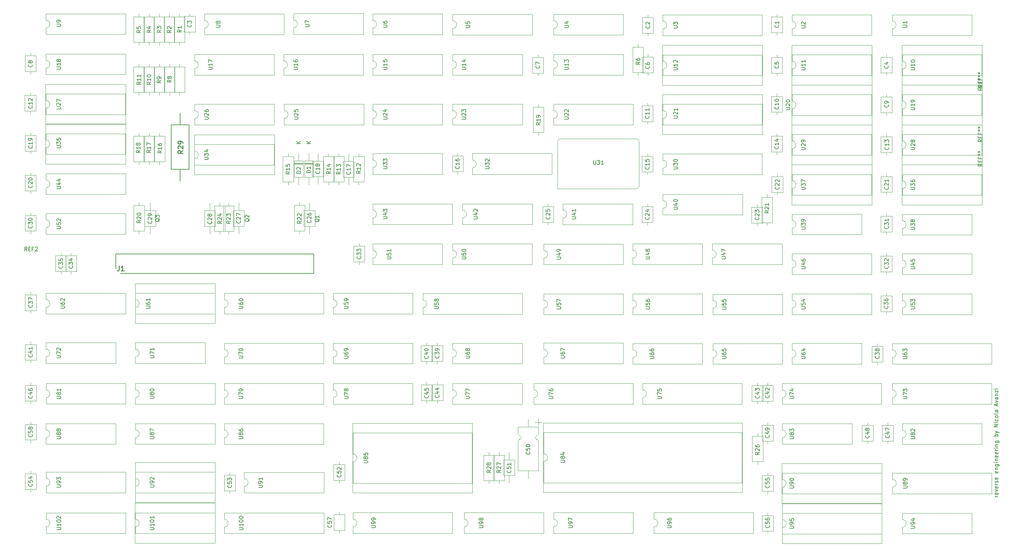
<source format=gbr>
%TF.GenerationSoftware,KiCad,Pcbnew,(5.1.12)-1*%
%TF.CreationDate,2023-01-17T10:45:44+01:00*%
%TF.ProjectId,Graphics,47726170-6869-4637-932e-6b696361645f,rev?*%
%TF.SameCoordinates,Original*%
%TF.FileFunction,Legend,Top*%
%TF.FilePolarity,Positive*%
%FSLAX46Y46*%
G04 Gerber Fmt 4.6, Leading zero omitted, Abs format (unit mm)*
G04 Created by KiCad (PCBNEW (5.1.12)-1) date 2023-01-17 10:45:44*
%MOMM*%
%LPD*%
G01*
G04 APERTURE LIST*
%ADD10C,0.150000*%
%ADD11C,0.120000*%
%ADD12C,0.200000*%
%ADD13C,0.254000*%
G04 APERTURE END LIST*
D10*
X275762380Y-148147142D02*
X275095714Y-148147142D01*
X275286190Y-148147142D02*
X275190952Y-148099523D01*
X275143333Y-148051904D01*
X275095714Y-147956666D01*
X275095714Y-147861428D01*
X275714761Y-147147142D02*
X275762380Y-147242380D01*
X275762380Y-147432857D01*
X275714761Y-147528095D01*
X275619523Y-147575714D01*
X275238571Y-147575714D01*
X275143333Y-147528095D01*
X275095714Y-147432857D01*
X275095714Y-147242380D01*
X275143333Y-147147142D01*
X275238571Y-147099523D01*
X275333809Y-147099523D01*
X275429047Y-147575714D01*
X275095714Y-146766190D02*
X275762380Y-146528095D01*
X275095714Y-146290000D01*
X275714761Y-145528095D02*
X275762380Y-145623333D01*
X275762380Y-145813809D01*
X275714761Y-145909047D01*
X275619523Y-145956666D01*
X275238571Y-145956666D01*
X275143333Y-145909047D01*
X275095714Y-145813809D01*
X275095714Y-145623333D01*
X275143333Y-145528095D01*
X275238571Y-145480476D01*
X275333809Y-145480476D01*
X275429047Y-145956666D01*
X275762380Y-145051904D02*
X275095714Y-145051904D01*
X275286190Y-145051904D02*
X275190952Y-145004285D01*
X275143333Y-144956666D01*
X275095714Y-144861428D01*
X275095714Y-144766190D01*
X275714761Y-144480476D02*
X275762380Y-144385238D01*
X275762380Y-144194761D01*
X275714761Y-144099523D01*
X275619523Y-144051904D01*
X275571904Y-144051904D01*
X275476666Y-144099523D01*
X275429047Y-144194761D01*
X275429047Y-144337619D01*
X275381428Y-144432857D01*
X275286190Y-144480476D01*
X275238571Y-144480476D01*
X275143333Y-144432857D01*
X275095714Y-144337619D01*
X275095714Y-144194761D01*
X275143333Y-144099523D01*
X275714761Y-143242380D02*
X275762380Y-143337619D01*
X275762380Y-143528095D01*
X275714761Y-143623333D01*
X275619523Y-143670952D01*
X275238571Y-143670952D01*
X275143333Y-143623333D01*
X275095714Y-143528095D01*
X275095714Y-143337619D01*
X275143333Y-143242380D01*
X275238571Y-143194761D01*
X275333809Y-143194761D01*
X275429047Y-143670952D01*
X275714761Y-141623333D02*
X275762380Y-141718571D01*
X275762380Y-141909047D01*
X275714761Y-142004285D01*
X275619523Y-142051904D01*
X275238571Y-142051904D01*
X275143333Y-142004285D01*
X275095714Y-141909047D01*
X275095714Y-141718571D01*
X275143333Y-141623333D01*
X275238571Y-141575714D01*
X275333809Y-141575714D01*
X275429047Y-142051904D01*
X275095714Y-141147142D02*
X275762380Y-141147142D01*
X275190952Y-141147142D02*
X275143333Y-141099523D01*
X275095714Y-141004285D01*
X275095714Y-140861428D01*
X275143333Y-140766190D01*
X275238571Y-140718571D01*
X275762380Y-140718571D01*
X275095714Y-139813809D02*
X275905238Y-139813809D01*
X276000476Y-139861428D01*
X276048095Y-139909047D01*
X276095714Y-140004285D01*
X276095714Y-140147142D01*
X276048095Y-140242380D01*
X275714761Y-139813809D02*
X275762380Y-139909047D01*
X275762380Y-140099523D01*
X275714761Y-140194761D01*
X275667142Y-140242380D01*
X275571904Y-140290000D01*
X275286190Y-140290000D01*
X275190952Y-140242380D01*
X275143333Y-140194761D01*
X275095714Y-140099523D01*
X275095714Y-139909047D01*
X275143333Y-139813809D01*
X275762380Y-139337619D02*
X275095714Y-139337619D01*
X274762380Y-139337619D02*
X274810000Y-139385238D01*
X274857619Y-139337619D01*
X274810000Y-139290000D01*
X274762380Y-139337619D01*
X274857619Y-139337619D01*
X275095714Y-138861428D02*
X275762380Y-138861428D01*
X275190952Y-138861428D02*
X275143333Y-138813809D01*
X275095714Y-138718571D01*
X275095714Y-138575714D01*
X275143333Y-138480476D01*
X275238571Y-138432857D01*
X275762380Y-138432857D01*
X275714761Y-137575714D02*
X275762380Y-137670952D01*
X275762380Y-137861428D01*
X275714761Y-137956666D01*
X275619523Y-138004285D01*
X275238571Y-138004285D01*
X275143333Y-137956666D01*
X275095714Y-137861428D01*
X275095714Y-137670952D01*
X275143333Y-137575714D01*
X275238571Y-137528095D01*
X275333809Y-137528095D01*
X275429047Y-138004285D01*
X275714761Y-136718571D02*
X275762380Y-136813809D01*
X275762380Y-137004285D01*
X275714761Y-137099523D01*
X275619523Y-137147142D01*
X275238571Y-137147142D01*
X275143333Y-137099523D01*
X275095714Y-137004285D01*
X275095714Y-136813809D01*
X275143333Y-136718571D01*
X275238571Y-136670952D01*
X275333809Y-136670952D01*
X275429047Y-137147142D01*
X275762380Y-136242380D02*
X275095714Y-136242380D01*
X275286190Y-136242380D02*
X275190952Y-136194761D01*
X275143333Y-136147142D01*
X275095714Y-136051904D01*
X275095714Y-135956666D01*
X275762380Y-135623333D02*
X275095714Y-135623333D01*
X274762380Y-135623333D02*
X274810000Y-135670952D01*
X274857619Y-135623333D01*
X274810000Y-135575714D01*
X274762380Y-135623333D01*
X274857619Y-135623333D01*
X275095714Y-135147142D02*
X275762380Y-135147142D01*
X275190952Y-135147142D02*
X275143333Y-135099523D01*
X275095714Y-135004285D01*
X275095714Y-134861428D01*
X275143333Y-134766190D01*
X275238571Y-134718571D01*
X275762380Y-134718571D01*
X275095714Y-133813809D02*
X275905238Y-133813809D01*
X276000476Y-133861428D01*
X276048095Y-133909047D01*
X276095714Y-134004285D01*
X276095714Y-134147142D01*
X276048095Y-134242380D01*
X275714761Y-133813809D02*
X275762380Y-133909047D01*
X275762380Y-134099523D01*
X275714761Y-134194761D01*
X275667142Y-134242380D01*
X275571904Y-134290000D01*
X275286190Y-134290000D01*
X275190952Y-134242380D01*
X275143333Y-134194761D01*
X275095714Y-134099523D01*
X275095714Y-133909047D01*
X275143333Y-133813809D01*
X275762380Y-132575714D02*
X274762380Y-132575714D01*
X275143333Y-132575714D02*
X275095714Y-132480476D01*
X275095714Y-132290000D01*
X275143333Y-132194761D01*
X275190952Y-132147142D01*
X275286190Y-132099523D01*
X275571904Y-132099523D01*
X275667142Y-132147142D01*
X275714761Y-132194761D01*
X275762380Y-132290000D01*
X275762380Y-132480476D01*
X275714761Y-132575714D01*
X275095714Y-131766190D02*
X275762380Y-131528095D01*
X275095714Y-131290000D02*
X275762380Y-131528095D01*
X276000476Y-131623333D01*
X276048095Y-131670952D01*
X276095714Y-131766190D01*
X275762380Y-130147142D02*
X274762380Y-130147142D01*
X275762380Y-129575714D01*
X274762380Y-129575714D01*
X275762380Y-129099523D02*
X275095714Y-129099523D01*
X274762380Y-129099523D02*
X274810000Y-129147142D01*
X274857619Y-129099523D01*
X274810000Y-129051904D01*
X274762380Y-129099523D01*
X274857619Y-129099523D01*
X275714761Y-128194761D02*
X275762380Y-128290000D01*
X275762380Y-128480476D01*
X275714761Y-128575714D01*
X275667142Y-128623333D01*
X275571904Y-128670952D01*
X275286190Y-128670952D01*
X275190952Y-128623333D01*
X275143333Y-128575714D01*
X275095714Y-128480476D01*
X275095714Y-128290000D01*
X275143333Y-128194761D01*
X275762380Y-127623333D02*
X275714761Y-127718571D01*
X275667142Y-127766190D01*
X275571904Y-127813809D01*
X275286190Y-127813809D01*
X275190952Y-127766190D01*
X275143333Y-127718571D01*
X275095714Y-127623333D01*
X275095714Y-127480476D01*
X275143333Y-127385238D01*
X275190952Y-127337619D01*
X275286190Y-127290000D01*
X275571904Y-127290000D01*
X275667142Y-127337619D01*
X275714761Y-127385238D01*
X275762380Y-127480476D01*
X275762380Y-127623333D01*
X275762380Y-126718571D02*
X275714761Y-126813809D01*
X275619523Y-126861428D01*
X274762380Y-126861428D01*
X275762380Y-125909047D02*
X275238571Y-125909047D01*
X275143333Y-125956666D01*
X275095714Y-126051904D01*
X275095714Y-126242380D01*
X275143333Y-126337619D01*
X275714761Y-125909047D02*
X275762380Y-126004285D01*
X275762380Y-126242380D01*
X275714761Y-126337619D01*
X275619523Y-126385238D01*
X275524285Y-126385238D01*
X275429047Y-126337619D01*
X275381428Y-126242380D01*
X275381428Y-126004285D01*
X275333809Y-125909047D01*
X275476666Y-124718571D02*
X275476666Y-124242380D01*
X275762380Y-124813809D02*
X274762380Y-124480476D01*
X275762380Y-124147142D01*
X275095714Y-123909047D02*
X275762380Y-123670952D01*
X275095714Y-123432857D01*
X275762380Y-122623333D02*
X275238571Y-122623333D01*
X275143333Y-122670952D01*
X275095714Y-122766190D01*
X275095714Y-122956666D01*
X275143333Y-123051904D01*
X275714761Y-122623333D02*
X275762380Y-122718571D01*
X275762380Y-122956666D01*
X275714761Y-123051904D01*
X275619523Y-123099523D01*
X275524285Y-123099523D01*
X275429047Y-123051904D01*
X275381428Y-122956666D01*
X275381428Y-122718571D01*
X275333809Y-122623333D01*
X275095714Y-122147142D02*
X275762380Y-122147142D01*
X275190952Y-122147142D02*
X275143333Y-122099523D01*
X275095714Y-122004285D01*
X275095714Y-121861428D01*
X275143333Y-121766190D01*
X275238571Y-121718571D01*
X275762380Y-121718571D01*
X275095714Y-121337619D02*
X275095714Y-120813809D01*
X275762380Y-121337619D01*
X275762380Y-120813809D01*
X275762380Y-120432857D02*
X275095714Y-120432857D01*
X274762380Y-120432857D02*
X274810000Y-120480476D01*
X274857619Y-120432857D01*
X274810000Y-120385238D01*
X274762380Y-120432857D01*
X274857619Y-120432857D01*
D11*
%TO.C,R18*%
X53930000Y-61990000D02*
X56670000Y-61990000D01*
X56670000Y-61990000D02*
X56670000Y-55450000D01*
X56670000Y-55450000D02*
X53930000Y-55450000D01*
X53930000Y-55450000D02*
X53930000Y-61990000D01*
X55300000Y-62760000D02*
X55300000Y-61990000D01*
X55300000Y-54680000D02*
X55300000Y-55450000D01*
%TO.C,U85*%
X110160000Y-129230000D02*
X110160000Y-147130000D01*
X140880000Y-129230000D02*
X110160000Y-129230000D01*
X140880000Y-147130000D02*
X140880000Y-129230000D01*
X110160000Y-147130000D02*
X140880000Y-147130000D01*
X110220000Y-131720000D02*
X110220000Y-137180000D01*
X140820000Y-131720000D02*
X110220000Y-131720000D01*
X140820000Y-144640000D02*
X140820000Y-131720000D01*
X110220000Y-144640000D02*
X140820000Y-144640000D01*
X110220000Y-139180000D02*
X110220000Y-144640000D01*
X110220000Y-137180000D02*
G75*
G02*
X110220000Y-139180000I0J-1000000D01*
G01*
D12*
%TO.C,J1*%
X49320000Y-85715000D02*
X49320000Y-89500000D01*
X100120000Y-85715000D02*
X49320000Y-85715000D01*
X100120000Y-90745000D02*
X100120000Y-85715000D01*
X50590000Y-90745000D02*
X100120000Y-90745000D01*
D11*
%TO.C,C50*%
X157800000Y-128080000D02*
X157800000Y-129880000D01*
X158700000Y-128980000D02*
X156900000Y-128980000D01*
X157820000Y-130180000D02*
X152580000Y-130180000D01*
X157820000Y-141420000D02*
X152580000Y-141420000D01*
X157820000Y-130180000D02*
X157820000Y-131980000D01*
X157820000Y-131980000D02*
X156920000Y-132880000D01*
X156920000Y-132880000D02*
X157820000Y-133780000D01*
X157820000Y-133780000D02*
X157820000Y-141420000D01*
X152580000Y-130180000D02*
X152580000Y-131980000D01*
X152580000Y-131980000D02*
X153480000Y-132880000D01*
X153480000Y-132880000D02*
X152580000Y-133780000D01*
X152580000Y-133780000D02*
X152580000Y-141420000D01*
X155200000Y-128240000D02*
X155200000Y-130180000D01*
X155200000Y-143360000D02*
X155200000Y-141420000D01*
%TO.C,U31*%
X162760000Y-69010000D02*
X182910000Y-69010000D01*
X183660000Y-68260000D02*
X183660000Y-56860000D01*
X182910000Y-56110000D02*
X163510000Y-56110000D01*
X162760000Y-56860000D02*
X162760000Y-69010000D01*
X163510000Y-56110000D02*
G75*
G03*
X162760000Y-56860000I0J-750000D01*
G01*
X183660000Y-56860000D02*
G75*
G03*
X182910000Y-56110000I-750000J0D01*
G01*
X182910000Y-69010000D02*
G75*
G03*
X183660000Y-68260000I0J750000D01*
G01*
%TO.C,U84*%
X159110000Y-129130000D02*
X159110000Y-147030000D01*
X210150000Y-129130000D02*
X159110000Y-129130000D01*
X210150000Y-147030000D02*
X210150000Y-129130000D01*
X159110000Y-147030000D02*
X210150000Y-147030000D01*
X159170000Y-131620000D02*
X159170000Y-137080000D01*
X210090000Y-131620000D02*
X159170000Y-131620000D01*
X210090000Y-144540000D02*
X210090000Y-131620000D01*
X159170000Y-144540000D02*
X210090000Y-144540000D01*
X159170000Y-139080000D02*
X159170000Y-144540000D01*
X159170000Y-137080000D02*
G75*
G02*
X159170000Y-139080000I0J-1000000D01*
G01*
%TO.C,U90*%
X220400000Y-145690000D02*
X220400000Y-147340000D01*
X220400000Y-147340000D02*
X245920000Y-147340000D01*
X245920000Y-147340000D02*
X245920000Y-142040000D01*
X245920000Y-142040000D02*
X220400000Y-142040000D01*
X220400000Y-142040000D02*
X220400000Y-143690000D01*
X220340000Y-149830000D02*
X245980000Y-149830000D01*
X245980000Y-149830000D02*
X245980000Y-139550000D01*
X245980000Y-139550000D02*
X220340000Y-139550000D01*
X220340000Y-139550000D02*
X220340000Y-149830000D01*
X220400000Y-143690000D02*
G75*
G02*
X220400000Y-145690000I0J-1000000D01*
G01*
%TO.C,U19*%
X251170000Y-48440000D02*
X251170000Y-50090000D01*
X251170000Y-50090000D02*
X271610000Y-50090000D01*
X271610000Y-50090000D02*
X271610000Y-44790000D01*
X271610000Y-44790000D02*
X251170000Y-44790000D01*
X251170000Y-44790000D02*
X251170000Y-46440000D01*
X251110000Y-52580000D02*
X271670000Y-52580000D01*
X271670000Y-52580000D02*
X271670000Y-42300000D01*
X271670000Y-42300000D02*
X251110000Y-42300000D01*
X251110000Y-42300000D02*
X251110000Y-52580000D01*
X251170000Y-46440000D02*
G75*
G02*
X251170000Y-48440000I0J-1000000D01*
G01*
%TO.C,U1*%
X248620000Y-27890000D02*
X248620000Y-29540000D01*
X248620000Y-29540000D02*
X269060000Y-29540000D01*
X269060000Y-29540000D02*
X269060000Y-24240000D01*
X269060000Y-24240000D02*
X248620000Y-24240000D01*
X248620000Y-24240000D02*
X248620000Y-25890000D01*
X248620000Y-25890000D02*
G75*
G02*
X248620000Y-27890000I0J-1000000D01*
G01*
%TO.C,U2*%
X222920000Y-27890000D02*
X222920000Y-29540000D01*
X222920000Y-29540000D02*
X243360000Y-29540000D01*
X243360000Y-29540000D02*
X243360000Y-24240000D01*
X243360000Y-24240000D02*
X222920000Y-24240000D01*
X222920000Y-24240000D02*
X222920000Y-25890000D01*
X222920000Y-25890000D02*
G75*
G02*
X222920000Y-27890000I0J-1000000D01*
G01*
%TO.C,C1*%
X217630000Y-28850000D02*
X220470000Y-28850000D01*
X220470000Y-28850000D02*
X220470000Y-24810000D01*
X220470000Y-24810000D02*
X217630000Y-24810000D01*
X217630000Y-24810000D02*
X217630000Y-28850000D01*
X219050000Y-29540000D02*
X219050000Y-28850000D01*
X219050000Y-24120000D02*
X219050000Y-24810000D01*
%TO.C,U21*%
X189740000Y-50880000D02*
X189740000Y-52530000D01*
X189740000Y-52530000D02*
X215260000Y-52530000D01*
X215260000Y-52530000D02*
X215260000Y-47230000D01*
X215260000Y-47230000D02*
X189740000Y-47230000D01*
X189740000Y-47230000D02*
X189740000Y-48880000D01*
X189680000Y-55020000D02*
X215320000Y-55020000D01*
X215320000Y-55020000D02*
X215320000Y-44740000D01*
X215320000Y-44740000D02*
X189680000Y-44740000D01*
X189680000Y-44740000D02*
X189680000Y-55020000D01*
X189740000Y-48880000D02*
G75*
G02*
X189740000Y-50880000I0J-1000000D01*
G01*
%TO.C,U12*%
X189740000Y-38210000D02*
X189740000Y-39860000D01*
X189740000Y-39860000D02*
X215260000Y-39860000D01*
X215260000Y-39860000D02*
X215260000Y-34560000D01*
X215260000Y-34560000D02*
X189740000Y-34560000D01*
X189740000Y-34560000D02*
X189740000Y-36210000D01*
X189680000Y-42350000D02*
X215320000Y-42350000D01*
X215320000Y-42350000D02*
X215320000Y-32070000D01*
X215320000Y-32070000D02*
X189680000Y-32070000D01*
X189680000Y-32070000D02*
X189680000Y-42350000D01*
X189740000Y-36210000D02*
G75*
G02*
X189740000Y-38210000I0J-1000000D01*
G01*
%TO.C,U30*%
X189740000Y-63680000D02*
X189740000Y-65330000D01*
X189740000Y-65330000D02*
X215260000Y-65330000D01*
X215260000Y-65330000D02*
X215260000Y-60030000D01*
X215260000Y-60030000D02*
X189740000Y-60030000D01*
X189740000Y-60030000D02*
X189740000Y-61680000D01*
X189740000Y-61680000D02*
G75*
G02*
X189740000Y-63680000I0J-1000000D01*
G01*
%TO.C,U3*%
X189740000Y-27910000D02*
X189740000Y-29560000D01*
X189740000Y-29560000D02*
X215260000Y-29560000D01*
X215260000Y-29560000D02*
X215260000Y-24260000D01*
X215260000Y-24260000D02*
X189740000Y-24260000D01*
X189740000Y-24260000D02*
X189740000Y-25910000D01*
X189740000Y-25910000D02*
G75*
G02*
X189740000Y-27910000I0J-1000000D01*
G01*
%TO.C,U11*%
X222920000Y-38190000D02*
X222920000Y-39840000D01*
X222920000Y-39840000D02*
X243360000Y-39840000D01*
X243360000Y-39840000D02*
X243360000Y-34540000D01*
X243360000Y-34540000D02*
X222920000Y-34540000D01*
X222920000Y-34540000D02*
X222920000Y-36190000D01*
X222860000Y-42330000D02*
X243420000Y-42330000D01*
X243420000Y-42330000D02*
X243420000Y-32050000D01*
X243420000Y-32050000D02*
X222860000Y-32050000D01*
X222860000Y-32050000D02*
X222860000Y-42330000D01*
X222920000Y-36190000D02*
G75*
G02*
X222920000Y-38190000I0J-1000000D01*
G01*
%TO.C,U36*%
X251170000Y-68940000D02*
X251170000Y-70590000D01*
X251170000Y-70590000D02*
X271610000Y-70590000D01*
X271610000Y-70590000D02*
X271610000Y-65290000D01*
X271610000Y-65290000D02*
X251170000Y-65290000D01*
X251170000Y-65290000D02*
X251170000Y-66940000D01*
X251110000Y-73080000D02*
X271670000Y-73080000D01*
X271670000Y-73080000D02*
X271670000Y-62800000D01*
X271670000Y-62800000D02*
X251110000Y-62800000D01*
X251110000Y-62800000D02*
X251110000Y-73080000D01*
X251170000Y-66940000D02*
G75*
G02*
X251170000Y-68940000I0J-1000000D01*
G01*
%TO.C,U29*%
X222920000Y-58690000D02*
X222920000Y-60340000D01*
X222920000Y-60340000D02*
X243360000Y-60340000D01*
X243360000Y-60340000D02*
X243360000Y-55040000D01*
X243360000Y-55040000D02*
X222920000Y-55040000D01*
X222920000Y-55040000D02*
X222920000Y-56690000D01*
X222860000Y-62830000D02*
X243420000Y-62830000D01*
X243420000Y-62830000D02*
X243420000Y-52550000D01*
X243420000Y-52550000D02*
X222860000Y-52550000D01*
X222860000Y-52550000D02*
X222860000Y-62830000D01*
X222920000Y-56690000D02*
G75*
G02*
X222920000Y-58690000I0J-1000000D01*
G01*
%TO.C,U37*%
X222920000Y-68940000D02*
X222920000Y-70590000D01*
X222920000Y-70590000D02*
X243360000Y-70590000D01*
X243360000Y-70590000D02*
X243360000Y-65290000D01*
X243360000Y-65290000D02*
X222920000Y-65290000D01*
X222920000Y-65290000D02*
X222920000Y-66940000D01*
X222860000Y-73080000D02*
X243420000Y-73080000D01*
X243420000Y-73080000D02*
X243420000Y-62800000D01*
X243420000Y-62800000D02*
X222860000Y-62800000D01*
X222860000Y-62800000D02*
X222860000Y-73080000D01*
X222920000Y-66940000D02*
G75*
G02*
X222920000Y-68940000I0J-1000000D01*
G01*
%TO.C,U10*%
X251170000Y-38190000D02*
X251170000Y-39840000D01*
X251170000Y-39840000D02*
X271610000Y-39840000D01*
X271610000Y-39840000D02*
X271610000Y-34540000D01*
X271610000Y-34540000D02*
X251170000Y-34540000D01*
X251170000Y-34540000D02*
X251170000Y-36190000D01*
X251110000Y-42330000D02*
X271670000Y-42330000D01*
X271670000Y-42330000D02*
X271670000Y-32050000D01*
X271670000Y-32050000D02*
X251110000Y-32050000D01*
X251110000Y-32050000D02*
X251110000Y-42330000D01*
X251170000Y-36190000D02*
G75*
G02*
X251170000Y-38190000I0J-1000000D01*
G01*
%TO.C,U28*%
X251170000Y-58690000D02*
X251170000Y-60340000D01*
X251170000Y-60340000D02*
X271610000Y-60340000D01*
X271610000Y-60340000D02*
X271610000Y-55040000D01*
X271610000Y-55040000D02*
X251170000Y-55040000D01*
X251170000Y-55040000D02*
X251170000Y-56690000D01*
X251110000Y-62830000D02*
X271670000Y-62830000D01*
X271670000Y-62830000D02*
X271670000Y-52550000D01*
X271670000Y-52550000D02*
X251110000Y-52550000D01*
X251110000Y-52550000D02*
X251110000Y-62830000D01*
X251170000Y-56690000D02*
G75*
G02*
X251170000Y-58690000I0J-1000000D01*
G01*
%TO.C,C2*%
X184470000Y-29010000D02*
X187310000Y-29010000D01*
X187310000Y-29010000D02*
X187310000Y-24970000D01*
X187310000Y-24970000D02*
X184470000Y-24970000D01*
X184470000Y-24970000D02*
X184470000Y-29010000D01*
X185890000Y-29700000D02*
X185890000Y-29010000D01*
X185890000Y-24280000D02*
X185890000Y-24970000D01*
%TO.C,C3*%
X66880000Y-28670000D02*
X69720000Y-28670000D01*
X69720000Y-28670000D02*
X69720000Y-24630000D01*
X69720000Y-24630000D02*
X66880000Y-24630000D01*
X66880000Y-24630000D02*
X66880000Y-28670000D01*
X68300000Y-29360000D02*
X68300000Y-28670000D01*
X68300000Y-23940000D02*
X68300000Y-24630000D01*
%TO.C,C4*%
X245720000Y-39190000D02*
X248560000Y-39190000D01*
X248560000Y-39190000D02*
X248560000Y-35150000D01*
X248560000Y-35150000D02*
X245720000Y-35150000D01*
X245720000Y-35150000D02*
X245720000Y-39190000D01*
X247140000Y-39880000D02*
X247140000Y-39190000D01*
X247140000Y-34460000D02*
X247140000Y-35150000D01*
%TO.C,C5*%
X217580000Y-39270000D02*
X220420000Y-39270000D01*
X220420000Y-39270000D02*
X220420000Y-35230000D01*
X220420000Y-35230000D02*
X217580000Y-35230000D01*
X217580000Y-35230000D02*
X217580000Y-39270000D01*
X219000000Y-39960000D02*
X219000000Y-39270000D01*
X219000000Y-34540000D02*
X219000000Y-35230000D01*
%TO.C,C6*%
X184480000Y-39170000D02*
X187320000Y-39170000D01*
X187320000Y-39170000D02*
X187320000Y-35130000D01*
X187320000Y-35130000D02*
X184480000Y-35130000D01*
X184480000Y-35130000D02*
X184480000Y-39170000D01*
X185900000Y-39860000D02*
X185900000Y-39170000D01*
X185900000Y-34440000D02*
X185900000Y-35130000D01*
%TO.C,C7*%
X156280000Y-39270000D02*
X159120000Y-39270000D01*
X159120000Y-39270000D02*
X159120000Y-35230000D01*
X159120000Y-35230000D02*
X156280000Y-35230000D01*
X156280000Y-35230000D02*
X156280000Y-39270000D01*
X157700000Y-39960000D02*
X157700000Y-39270000D01*
X157700000Y-34540000D02*
X157700000Y-35230000D01*
%TO.C,C8*%
X26055000Y-38845000D02*
X28895000Y-38845000D01*
X28895000Y-38845000D02*
X28895000Y-34805000D01*
X28895000Y-34805000D02*
X26055000Y-34805000D01*
X26055000Y-34805000D02*
X26055000Y-38845000D01*
X27475000Y-39535000D02*
X27475000Y-38845000D01*
X27475000Y-34115000D02*
X27475000Y-34805000D01*
%TO.C,C9*%
X245730000Y-49420000D02*
X248570000Y-49420000D01*
X248570000Y-49420000D02*
X248570000Y-45380000D01*
X248570000Y-45380000D02*
X245730000Y-45380000D01*
X245730000Y-45380000D02*
X245730000Y-49420000D01*
X247150000Y-50110000D02*
X247150000Y-49420000D01*
X247150000Y-44690000D02*
X247150000Y-45380000D01*
%TO.C,C10*%
X217580000Y-49270000D02*
X220420000Y-49270000D01*
X220420000Y-49270000D02*
X220420000Y-45230000D01*
X220420000Y-45230000D02*
X217580000Y-45230000D01*
X217580000Y-45230000D02*
X217580000Y-49270000D01*
X219000000Y-49960000D02*
X219000000Y-49270000D01*
X219000000Y-44540000D02*
X219000000Y-45230000D01*
%TO.C,C11*%
X184380000Y-51680000D02*
X187220000Y-51680000D01*
X187220000Y-51680000D02*
X187220000Y-47640000D01*
X187220000Y-47640000D02*
X184380000Y-47640000D01*
X184380000Y-47640000D02*
X184380000Y-51680000D01*
X185800000Y-52370000D02*
X185800000Y-51680000D01*
X185800000Y-46950000D02*
X185800000Y-47640000D01*
%TO.C,C12*%
X26030000Y-48995000D02*
X28870000Y-48995000D01*
X28870000Y-48995000D02*
X28870000Y-44955000D01*
X28870000Y-44955000D02*
X26030000Y-44955000D01*
X26030000Y-44955000D02*
X26030000Y-48995000D01*
X27450000Y-49685000D02*
X27450000Y-48995000D01*
X27450000Y-44265000D02*
X27450000Y-44955000D01*
%TO.C,C13*%
X245730000Y-59670000D02*
X248570000Y-59670000D01*
X248570000Y-59670000D02*
X248570000Y-55630000D01*
X248570000Y-55630000D02*
X245730000Y-55630000D01*
X245730000Y-55630000D02*
X245730000Y-59670000D01*
X247150000Y-60360000D02*
X247150000Y-59670000D01*
X247150000Y-54940000D02*
X247150000Y-55630000D01*
%TO.C,C14*%
X217580000Y-59470000D02*
X220420000Y-59470000D01*
X220420000Y-59470000D02*
X220420000Y-55430000D01*
X220420000Y-55430000D02*
X217580000Y-55430000D01*
X217580000Y-55430000D02*
X217580000Y-59470000D01*
X219000000Y-60160000D02*
X219000000Y-59470000D01*
X219000000Y-54740000D02*
X219000000Y-55430000D01*
%TO.C,C15*%
X184380000Y-64670000D02*
X187220000Y-64670000D01*
X187220000Y-64670000D02*
X187220000Y-60630000D01*
X187220000Y-60630000D02*
X184380000Y-60630000D01*
X184380000Y-60630000D02*
X184380000Y-64670000D01*
X185800000Y-65360000D02*
X185800000Y-64670000D01*
X185800000Y-59940000D02*
X185800000Y-60630000D01*
%TO.C,C16*%
X135680000Y-64550000D02*
X138520000Y-64550000D01*
X138520000Y-64550000D02*
X138520000Y-60510000D01*
X138520000Y-60510000D02*
X135680000Y-60510000D01*
X135680000Y-60510000D02*
X135680000Y-64550000D01*
X137100000Y-65240000D02*
X137100000Y-64550000D01*
X137100000Y-59820000D02*
X137100000Y-60510000D01*
%TO.C,C17*%
X107680000Y-66020000D02*
X110520000Y-66020000D01*
X110520000Y-66020000D02*
X110520000Y-61980000D01*
X110520000Y-61980000D02*
X107680000Y-61980000D01*
X107680000Y-61980000D02*
X107680000Y-66020000D01*
X109100000Y-67960000D02*
X109100000Y-66020000D01*
X109100000Y-60040000D02*
X109100000Y-61980000D01*
%TO.C,C18*%
X99870000Y-65870000D02*
X102710000Y-65870000D01*
X102710000Y-65870000D02*
X102710000Y-61830000D01*
X102710000Y-61830000D02*
X99870000Y-61830000D01*
X99870000Y-61830000D02*
X99870000Y-65870000D01*
X101290000Y-67810000D02*
X101290000Y-65870000D01*
X101290000Y-59890000D02*
X101290000Y-61830000D01*
%TO.C,C19*%
X26055000Y-59320000D02*
X28895000Y-59320000D01*
X28895000Y-59320000D02*
X28895000Y-55280000D01*
X28895000Y-55280000D02*
X26055000Y-55280000D01*
X26055000Y-55280000D02*
X26055000Y-59320000D01*
X27475000Y-60010000D02*
X27475000Y-59320000D01*
X27475000Y-54590000D02*
X27475000Y-55280000D01*
%TO.C,C20*%
X26055000Y-69520000D02*
X28895000Y-69520000D01*
X28895000Y-69520000D02*
X28895000Y-65480000D01*
X28895000Y-65480000D02*
X26055000Y-65480000D01*
X26055000Y-65480000D02*
X26055000Y-69520000D01*
X27475000Y-70210000D02*
X27475000Y-69520000D01*
X27475000Y-64790000D02*
X27475000Y-65480000D01*
%TO.C,C21*%
X245740000Y-69850000D02*
X248580000Y-69850000D01*
X248580000Y-69850000D02*
X248580000Y-65810000D01*
X248580000Y-65810000D02*
X245740000Y-65810000D01*
X245740000Y-65810000D02*
X245740000Y-69850000D01*
X247160000Y-70540000D02*
X247160000Y-69850000D01*
X247160000Y-65120000D02*
X247160000Y-65810000D01*
%TO.C,C22*%
X217680000Y-69870000D02*
X220520000Y-69870000D01*
X220520000Y-69870000D02*
X220520000Y-65830000D01*
X220520000Y-65830000D02*
X217680000Y-65830000D01*
X217680000Y-65830000D02*
X217680000Y-69870000D01*
X219100000Y-70560000D02*
X219100000Y-69870000D01*
X219100000Y-65140000D02*
X219100000Y-65830000D01*
%TO.C,C23*%
X212540000Y-77760000D02*
X215380000Y-77760000D01*
X215380000Y-77760000D02*
X215380000Y-73720000D01*
X215380000Y-73720000D02*
X212540000Y-73720000D01*
X212540000Y-73720000D02*
X212540000Y-77760000D01*
X213960000Y-78450000D02*
X213960000Y-77760000D01*
X213960000Y-73030000D02*
X213960000Y-73720000D01*
%TO.C,C24*%
X184380000Y-77570000D02*
X187220000Y-77570000D01*
X187220000Y-77570000D02*
X187220000Y-73530000D01*
X187220000Y-73530000D02*
X184380000Y-73530000D01*
X184380000Y-73530000D02*
X184380000Y-77570000D01*
X185800000Y-78260000D02*
X185800000Y-77570000D01*
X185800000Y-72840000D02*
X185800000Y-73530000D01*
%TO.C,C25*%
X158880000Y-77570000D02*
X161720000Y-77570000D01*
X161720000Y-77570000D02*
X161720000Y-73530000D01*
X161720000Y-73530000D02*
X158880000Y-73530000D01*
X158880000Y-73530000D02*
X158880000Y-77570000D01*
X160300000Y-78260000D02*
X160300000Y-77570000D01*
X160300000Y-72840000D02*
X160300000Y-73530000D01*
%TO.C,C27*%
X79490000Y-78610000D02*
X82330000Y-78610000D01*
X82330000Y-78610000D02*
X82330000Y-74570000D01*
X82330000Y-74570000D02*
X79490000Y-74570000D01*
X79490000Y-74570000D02*
X79490000Y-78610000D01*
X80910000Y-80550000D02*
X80910000Y-78610000D01*
X80910000Y-72630000D02*
X80910000Y-74570000D01*
%TO.C,C29*%
X56750000Y-78630000D02*
X59590000Y-78630000D01*
X59590000Y-78630000D02*
X59590000Y-74590000D01*
X59590000Y-74590000D02*
X56750000Y-74590000D01*
X56750000Y-74590000D02*
X56750000Y-78630000D01*
X58170000Y-80570000D02*
X58170000Y-78630000D01*
X58170000Y-72650000D02*
X58170000Y-74590000D01*
%TO.C,C30*%
X26055000Y-79845000D02*
X28895000Y-79845000D01*
X28895000Y-79845000D02*
X28895000Y-75805000D01*
X28895000Y-75805000D02*
X26055000Y-75805000D01*
X26055000Y-75805000D02*
X26055000Y-79845000D01*
X27475000Y-80535000D02*
X27475000Y-79845000D01*
X27475000Y-75115000D02*
X27475000Y-75805000D01*
%TO.C,C31*%
X245720000Y-80070000D02*
X248560000Y-80070000D01*
X248560000Y-80070000D02*
X248560000Y-76030000D01*
X248560000Y-76030000D02*
X245720000Y-76030000D01*
X245720000Y-76030000D02*
X245720000Y-80070000D01*
X247140000Y-80760000D02*
X247140000Y-80070000D01*
X247140000Y-75340000D02*
X247140000Y-76030000D01*
%TO.C,C32*%
X245710000Y-90290000D02*
X248550000Y-90290000D01*
X248550000Y-90290000D02*
X248550000Y-86250000D01*
X248550000Y-86250000D02*
X245710000Y-86250000D01*
X245710000Y-86250000D02*
X245710000Y-90290000D01*
X247130000Y-90980000D02*
X247130000Y-90290000D01*
X247130000Y-85560000D02*
X247130000Y-86250000D01*
%TO.C,C33*%
X110380000Y-87770000D02*
X113220000Y-87770000D01*
X113220000Y-87770000D02*
X113220000Y-83730000D01*
X113220000Y-83730000D02*
X110380000Y-83730000D01*
X110380000Y-83730000D02*
X110380000Y-87770000D01*
X111800000Y-88460000D02*
X111800000Y-87770000D01*
X111800000Y-83040000D02*
X111800000Y-83730000D01*
%TO.C,C34*%
X36420000Y-90230000D02*
X39260000Y-90230000D01*
X39260000Y-90230000D02*
X39260000Y-86190000D01*
X39260000Y-86190000D02*
X36420000Y-86190000D01*
X36420000Y-86190000D02*
X36420000Y-90230000D01*
X37840000Y-90920000D02*
X37840000Y-90230000D01*
X37840000Y-85500000D02*
X37840000Y-86190000D01*
%TO.C,C35*%
X33870000Y-90240000D02*
X36710000Y-90240000D01*
X36710000Y-90240000D02*
X36710000Y-86200000D01*
X36710000Y-86200000D02*
X33870000Y-86200000D01*
X33870000Y-86200000D02*
X33870000Y-90240000D01*
X35290000Y-90930000D02*
X35290000Y-90240000D01*
X35290000Y-85510000D02*
X35290000Y-86200000D01*
%TO.C,C36*%
X245720000Y-100570000D02*
X248560000Y-100570000D01*
X248560000Y-100570000D02*
X248560000Y-96530000D01*
X248560000Y-96530000D02*
X245720000Y-96530000D01*
X245720000Y-96530000D02*
X245720000Y-100570000D01*
X247140000Y-101260000D02*
X247140000Y-100570000D01*
X247140000Y-95840000D02*
X247140000Y-96530000D01*
%TO.C,C37*%
X26080000Y-100270000D02*
X28920000Y-100270000D01*
X28920000Y-100270000D02*
X28920000Y-96230000D01*
X28920000Y-96230000D02*
X26080000Y-96230000D01*
X26080000Y-96230000D02*
X26080000Y-100270000D01*
X27500000Y-100960000D02*
X27500000Y-100270000D01*
X27500000Y-95540000D02*
X27500000Y-96230000D01*
%TO.C,C38*%
X243380000Y-113470000D02*
X246220000Y-113470000D01*
X246220000Y-113470000D02*
X246220000Y-109430000D01*
X246220000Y-109430000D02*
X243380000Y-109430000D01*
X243380000Y-109430000D02*
X243380000Y-113470000D01*
X244800000Y-114160000D02*
X244800000Y-113470000D01*
X244800000Y-108740000D02*
X244800000Y-109430000D01*
%TO.C,C39*%
X130440000Y-113340000D02*
X133280000Y-113340000D01*
X133280000Y-113340000D02*
X133280000Y-109300000D01*
X133280000Y-109300000D02*
X130440000Y-109300000D01*
X130440000Y-109300000D02*
X130440000Y-113340000D01*
X131860000Y-114030000D02*
X131860000Y-113340000D01*
X131860000Y-108610000D02*
X131860000Y-109300000D01*
%TO.C,C40*%
X127710000Y-113340000D02*
X130550000Y-113340000D01*
X130550000Y-113340000D02*
X130550000Y-109300000D01*
X130550000Y-109300000D02*
X127710000Y-109300000D01*
X127710000Y-109300000D02*
X127710000Y-113340000D01*
X129130000Y-114030000D02*
X129130000Y-113340000D01*
X129130000Y-108610000D02*
X129130000Y-109300000D01*
%TO.C,C41*%
X26080000Y-113020000D02*
X28920000Y-113020000D01*
X28920000Y-113020000D02*
X28920000Y-108980000D01*
X28920000Y-108980000D02*
X26080000Y-108980000D01*
X26080000Y-108980000D02*
X26080000Y-113020000D01*
X27500000Y-113710000D02*
X27500000Y-113020000D01*
X27500000Y-108290000D02*
X27500000Y-108980000D01*
%TO.C,C42*%
X215200000Y-123560000D02*
X218040000Y-123560000D01*
X218040000Y-123560000D02*
X218040000Y-119520000D01*
X218040000Y-119520000D02*
X215200000Y-119520000D01*
X215200000Y-119520000D02*
X215200000Y-123560000D01*
X216620000Y-124250000D02*
X216620000Y-123560000D01*
X216620000Y-118830000D02*
X216620000Y-119520000D01*
%TO.C,C43*%
X212630000Y-123560000D02*
X215470000Y-123560000D01*
X215470000Y-123560000D02*
X215470000Y-119520000D01*
X215470000Y-119520000D02*
X212630000Y-119520000D01*
X212630000Y-119520000D02*
X212630000Y-123560000D01*
X214050000Y-124250000D02*
X214050000Y-123560000D01*
X214050000Y-118830000D02*
X214050000Y-119520000D01*
%TO.C,C44*%
X130470000Y-123410000D02*
X133310000Y-123410000D01*
X133310000Y-123410000D02*
X133310000Y-119370000D01*
X133310000Y-119370000D02*
X130470000Y-119370000D01*
X130470000Y-119370000D02*
X130470000Y-123410000D01*
X131890000Y-124100000D02*
X131890000Y-123410000D01*
X131890000Y-118680000D02*
X131890000Y-119370000D01*
%TO.C,C45*%
X127720000Y-123430000D02*
X130560000Y-123430000D01*
X130560000Y-123430000D02*
X130560000Y-119390000D01*
X130560000Y-119390000D02*
X127720000Y-119390000D01*
X127720000Y-119390000D02*
X127720000Y-123430000D01*
X129140000Y-124120000D02*
X129140000Y-123430000D01*
X129140000Y-118700000D02*
X129140000Y-119390000D01*
%TO.C,C46*%
X26080000Y-123520000D02*
X28920000Y-123520000D01*
X28920000Y-123520000D02*
X28920000Y-119480000D01*
X28920000Y-119480000D02*
X26080000Y-119480000D01*
X26080000Y-119480000D02*
X26080000Y-123520000D01*
X27500000Y-124210000D02*
X27500000Y-123520000D01*
X27500000Y-118790000D02*
X27500000Y-119480000D01*
%TO.C,C47*%
X246040000Y-133810000D02*
X248880000Y-133810000D01*
X248880000Y-133810000D02*
X248880000Y-129770000D01*
X248880000Y-129770000D02*
X246040000Y-129770000D01*
X246040000Y-129770000D02*
X246040000Y-133810000D01*
X247460000Y-134500000D02*
X247460000Y-133810000D01*
X247460000Y-129080000D02*
X247460000Y-129770000D01*
%TO.C,C48*%
X240890000Y-133820000D02*
X243730000Y-133820000D01*
X243730000Y-133820000D02*
X243730000Y-129780000D01*
X243730000Y-129780000D02*
X240890000Y-129780000D01*
X240890000Y-129780000D02*
X240890000Y-133820000D01*
X242310000Y-134510000D02*
X242310000Y-133820000D01*
X242310000Y-129090000D02*
X242310000Y-129780000D01*
%TO.C,C49*%
X215230000Y-133800000D02*
X218070000Y-133800000D01*
X218070000Y-133800000D02*
X218070000Y-129760000D01*
X218070000Y-129760000D02*
X215230000Y-129760000D01*
X215230000Y-129760000D02*
X215230000Y-133800000D01*
X216650000Y-134490000D02*
X216650000Y-133800000D01*
X216650000Y-129070000D02*
X216650000Y-129760000D01*
%TO.C,C51*%
X148860000Y-142670000D02*
X151700000Y-142670000D01*
X151700000Y-142670000D02*
X151700000Y-138630000D01*
X151700000Y-138630000D02*
X148860000Y-138630000D01*
X148860000Y-138630000D02*
X148860000Y-142670000D01*
X150280000Y-144610000D02*
X150280000Y-142670000D01*
X150280000Y-136690000D02*
X150280000Y-138630000D01*
%TO.C,C52*%
X105250000Y-143870000D02*
X108090000Y-143870000D01*
X108090000Y-143870000D02*
X108090000Y-139830000D01*
X108090000Y-139830000D02*
X105250000Y-139830000D01*
X105250000Y-139830000D02*
X105250000Y-143870000D01*
X106670000Y-144560000D02*
X106670000Y-143870000D01*
X106670000Y-139140000D02*
X106670000Y-139830000D01*
%TO.C,C53*%
X77180000Y-146580000D02*
X80020000Y-146580000D01*
X80020000Y-146580000D02*
X80020000Y-142540000D01*
X80020000Y-142540000D02*
X77180000Y-142540000D01*
X77180000Y-142540000D02*
X77180000Y-146580000D01*
X78600000Y-147270000D02*
X78600000Y-146580000D01*
X78600000Y-141850000D02*
X78600000Y-142540000D01*
%TO.C,C54*%
X26080000Y-146270000D02*
X28920000Y-146270000D01*
X28920000Y-146270000D02*
X28920000Y-142230000D01*
X28920000Y-142230000D02*
X26080000Y-142230000D01*
X26080000Y-142230000D02*
X26080000Y-146270000D01*
X27500000Y-146960000D02*
X27500000Y-146270000D01*
X27500000Y-141540000D02*
X27500000Y-142230000D01*
%TO.C,C55*%
X215220000Y-146660000D02*
X218060000Y-146660000D01*
X218060000Y-146660000D02*
X218060000Y-142620000D01*
X218060000Y-142620000D02*
X215220000Y-142620000D01*
X215220000Y-142620000D02*
X215220000Y-146660000D01*
X216640000Y-147350000D02*
X216640000Y-146660000D01*
X216640000Y-141930000D02*
X216640000Y-142620000D01*
%TO.C,C56*%
X215250000Y-156960000D02*
X218090000Y-156960000D01*
X218090000Y-156960000D02*
X218090000Y-152920000D01*
X218090000Y-152920000D02*
X215250000Y-152920000D01*
X215250000Y-152920000D02*
X215250000Y-156960000D01*
X216670000Y-157650000D02*
X216670000Y-156960000D01*
X216670000Y-152230000D02*
X216670000Y-152920000D01*
%TO.C,C57*%
X105280000Y-156770000D02*
X108120000Y-156770000D01*
X108120000Y-156770000D02*
X108120000Y-152730000D01*
X108120000Y-152730000D02*
X105280000Y-152730000D01*
X105280000Y-152730000D02*
X105280000Y-156770000D01*
X106700000Y-157460000D02*
X106700000Y-156770000D01*
X106700000Y-152040000D02*
X106700000Y-152730000D01*
%TO.C,C58*%
X26080000Y-133520000D02*
X28920000Y-133520000D01*
X28920000Y-133520000D02*
X28920000Y-129480000D01*
X28920000Y-129480000D02*
X26080000Y-129480000D01*
X26080000Y-129480000D02*
X26080000Y-133520000D01*
X27500000Y-134210000D02*
X27500000Y-133520000D01*
X27500000Y-128790000D02*
X27500000Y-129480000D01*
%TO.C,D1*%
X100020000Y-61810000D02*
X97780000Y-61810000D01*
X97780000Y-61810000D02*
X97780000Y-66050000D01*
X97780000Y-66050000D02*
X100020000Y-66050000D01*
X100020000Y-66050000D02*
X100020000Y-61810000D01*
X98900000Y-59890000D02*
X98900000Y-61810000D01*
X98900000Y-67970000D02*
X98900000Y-66050000D01*
X100020000Y-62530000D02*
X97780000Y-62530000D01*
X100020000Y-62650000D02*
X97780000Y-62650000D01*
X100020000Y-62410000D02*
X97780000Y-62410000D01*
%TO.C,D2*%
X97420000Y-61810000D02*
X95180000Y-61810000D01*
X95180000Y-61810000D02*
X95180000Y-66050000D01*
X95180000Y-66050000D02*
X97420000Y-66050000D01*
X97420000Y-66050000D02*
X97420000Y-61810000D01*
X96300000Y-59890000D02*
X96300000Y-61810000D01*
X96300000Y-67970000D02*
X96300000Y-66050000D01*
X97420000Y-62530000D02*
X95180000Y-62530000D01*
X97420000Y-62650000D02*
X95180000Y-62650000D01*
X97420000Y-62410000D02*
X95180000Y-62410000D01*
%TO.C,U89*%
X248660000Y-145690000D02*
X248660000Y-147340000D01*
X248660000Y-147340000D02*
X274180000Y-147340000D01*
X274180000Y-147340000D02*
X274180000Y-142040000D01*
X274180000Y-142040000D02*
X248660000Y-142040000D01*
X248660000Y-142040000D02*
X248660000Y-143690000D01*
X248660000Y-143690000D02*
G75*
G02*
X248660000Y-145690000I0J-1000000D01*
G01*
%TO.C,R1*%
X64330000Y-31290000D02*
X67070000Y-31290000D01*
X67070000Y-31290000D02*
X67070000Y-24750000D01*
X67070000Y-24750000D02*
X64330000Y-24750000D01*
X64330000Y-24750000D02*
X64330000Y-31290000D01*
X65700000Y-32060000D02*
X65700000Y-31290000D01*
X65700000Y-23980000D02*
X65700000Y-24750000D01*
%TO.C,R2*%
X64460000Y-24750000D02*
X61720000Y-24750000D01*
X61720000Y-24750000D02*
X61720000Y-31290000D01*
X61720000Y-31290000D02*
X64460000Y-31290000D01*
X64460000Y-31290000D02*
X64460000Y-24750000D01*
X63090000Y-23980000D02*
X63090000Y-24750000D01*
X63090000Y-32060000D02*
X63090000Y-31290000D01*
%TO.C,R3*%
X59130000Y-31290000D02*
X61870000Y-31290000D01*
X61870000Y-31290000D02*
X61870000Y-24750000D01*
X61870000Y-24750000D02*
X59130000Y-24750000D01*
X59130000Y-24750000D02*
X59130000Y-31290000D01*
X60500000Y-32060000D02*
X60500000Y-31290000D01*
X60500000Y-23980000D02*
X60500000Y-24750000D01*
%TO.C,R4*%
X56530000Y-31290000D02*
X59270000Y-31290000D01*
X59270000Y-31290000D02*
X59270000Y-24750000D01*
X59270000Y-24750000D02*
X56530000Y-24750000D01*
X56530000Y-24750000D02*
X56530000Y-31290000D01*
X57900000Y-32060000D02*
X57900000Y-31290000D01*
X57900000Y-23980000D02*
X57900000Y-24750000D01*
%TO.C,R5*%
X53930000Y-31290000D02*
X56670000Y-31290000D01*
X56670000Y-31290000D02*
X56670000Y-24750000D01*
X56670000Y-24750000D02*
X53930000Y-24750000D01*
X53930000Y-24750000D02*
X53930000Y-31290000D01*
X55300000Y-32060000D02*
X55300000Y-31290000D01*
X55300000Y-23980000D02*
X55300000Y-24750000D01*
%TO.C,R6*%
X182030000Y-39090000D02*
X184770000Y-39090000D01*
X184770000Y-39090000D02*
X184770000Y-32550000D01*
X184770000Y-32550000D02*
X182030000Y-32550000D01*
X182030000Y-32550000D02*
X182030000Y-39090000D01*
X183400000Y-39860000D02*
X183400000Y-39090000D01*
X183400000Y-31780000D02*
X183400000Y-32550000D01*
%TO.C,R7*%
X64330000Y-44190000D02*
X67070000Y-44190000D01*
X67070000Y-44190000D02*
X67070000Y-37650000D01*
X67070000Y-37650000D02*
X64330000Y-37650000D01*
X64330000Y-37650000D02*
X64330000Y-44190000D01*
X65700000Y-44960000D02*
X65700000Y-44190000D01*
X65700000Y-36880000D02*
X65700000Y-37650000D01*
%TO.C,R8*%
X61800000Y-44190000D02*
X64540000Y-44190000D01*
X64540000Y-44190000D02*
X64540000Y-37650000D01*
X64540000Y-37650000D02*
X61800000Y-37650000D01*
X61800000Y-37650000D02*
X61800000Y-44190000D01*
X63170000Y-44960000D02*
X63170000Y-44190000D01*
X63170000Y-36880000D02*
X63170000Y-37650000D01*
%TO.C,R9*%
X59140000Y-44190000D02*
X61880000Y-44190000D01*
X61880000Y-44190000D02*
X61880000Y-37650000D01*
X61880000Y-37650000D02*
X59140000Y-37650000D01*
X59140000Y-37650000D02*
X59140000Y-44190000D01*
X60510000Y-44960000D02*
X60510000Y-44190000D01*
X60510000Y-36880000D02*
X60510000Y-37650000D01*
%TO.C,R10*%
X56530000Y-44190000D02*
X59270000Y-44190000D01*
X59270000Y-44190000D02*
X59270000Y-37650000D01*
X59270000Y-37650000D02*
X56530000Y-37650000D01*
X56530000Y-37650000D02*
X56530000Y-44190000D01*
X57900000Y-44960000D02*
X57900000Y-44190000D01*
X57900000Y-36880000D02*
X57900000Y-37650000D01*
%TO.C,R11*%
X53930000Y-44190000D02*
X56670000Y-44190000D01*
X56670000Y-44190000D02*
X56670000Y-37650000D01*
X56670000Y-37650000D02*
X53930000Y-37650000D01*
X53930000Y-37650000D02*
X53930000Y-44190000D01*
X55300000Y-44960000D02*
X55300000Y-44190000D01*
X55300000Y-36880000D02*
X55300000Y-37650000D01*
%TO.C,R12*%
X110330000Y-67190000D02*
X113070000Y-67190000D01*
X113070000Y-67190000D02*
X113070000Y-60650000D01*
X113070000Y-60650000D02*
X110330000Y-60650000D01*
X110330000Y-60650000D02*
X110330000Y-67190000D01*
X111700000Y-67960000D02*
X111700000Y-67190000D01*
X111700000Y-59880000D02*
X111700000Y-60650000D01*
%TO.C,R13*%
X105230000Y-67200000D02*
X107970000Y-67200000D01*
X107970000Y-67200000D02*
X107970000Y-60660000D01*
X107970000Y-60660000D02*
X105230000Y-60660000D01*
X105230000Y-60660000D02*
X105230000Y-67200000D01*
X106600000Y-67970000D02*
X106600000Y-67200000D01*
X106600000Y-59890000D02*
X106600000Y-60660000D01*
%TO.C,R14*%
X102630000Y-67200000D02*
X105370000Y-67200000D01*
X105370000Y-67200000D02*
X105370000Y-60660000D01*
X105370000Y-60660000D02*
X102630000Y-60660000D01*
X102630000Y-60660000D02*
X102630000Y-67200000D01*
X104000000Y-67970000D02*
X104000000Y-67200000D01*
X104000000Y-59890000D02*
X104000000Y-60660000D01*
%TO.C,R15*%
X92230000Y-67200000D02*
X94970000Y-67200000D01*
X94970000Y-67200000D02*
X94970000Y-60660000D01*
X94970000Y-60660000D02*
X92230000Y-60660000D01*
X92230000Y-60660000D02*
X92230000Y-67200000D01*
X93600000Y-67970000D02*
X93600000Y-67200000D01*
X93600000Y-59890000D02*
X93600000Y-60660000D01*
%TO.C,R16*%
X59190000Y-61990000D02*
X61930000Y-61990000D01*
X61930000Y-61990000D02*
X61930000Y-55450000D01*
X61930000Y-55450000D02*
X59190000Y-55450000D01*
X59190000Y-55450000D02*
X59190000Y-61990000D01*
X60560000Y-62760000D02*
X60560000Y-61990000D01*
X60560000Y-54680000D02*
X60560000Y-55450000D01*
%TO.C,R17*%
X56530000Y-61990000D02*
X59270000Y-61990000D01*
X59270000Y-61990000D02*
X59270000Y-55450000D01*
X59270000Y-55450000D02*
X56530000Y-55450000D01*
X56530000Y-55450000D02*
X56530000Y-61990000D01*
X57900000Y-62760000D02*
X57900000Y-61990000D01*
X57900000Y-54680000D02*
X57900000Y-55450000D01*
%TO.C,R19*%
X156440000Y-54510000D02*
X159180000Y-54510000D01*
X159180000Y-54510000D02*
X159180000Y-47970000D01*
X159180000Y-47970000D02*
X156440000Y-47970000D01*
X156440000Y-47970000D02*
X156440000Y-54510000D01*
X157810000Y-55280000D02*
X157810000Y-54510000D01*
X157810000Y-47200000D02*
X157810000Y-47970000D01*
%TO.C,R20*%
X53950000Y-79800000D02*
X56690000Y-79800000D01*
X56690000Y-79800000D02*
X56690000Y-73260000D01*
X56690000Y-73260000D02*
X53950000Y-73260000D01*
X53950000Y-73260000D02*
X53950000Y-79800000D01*
X55320000Y-80570000D02*
X55320000Y-79800000D01*
X55320000Y-72490000D02*
X55320000Y-73260000D01*
%TO.C,R21*%
X215130000Y-77690000D02*
X217870000Y-77690000D01*
X217870000Y-77690000D02*
X217870000Y-71150000D01*
X217870000Y-71150000D02*
X215130000Y-71150000D01*
X215130000Y-71150000D02*
X215130000Y-77690000D01*
X216500000Y-78460000D02*
X216500000Y-77690000D01*
X216500000Y-70380000D02*
X216500000Y-71150000D01*
%TO.C,R22*%
X95140000Y-79770000D02*
X97880000Y-79770000D01*
X97880000Y-79770000D02*
X97880000Y-73230000D01*
X97880000Y-73230000D02*
X95140000Y-73230000D01*
X95140000Y-73230000D02*
X95140000Y-79770000D01*
X96510000Y-80540000D02*
X96510000Y-79770000D01*
X96510000Y-72460000D02*
X96510000Y-73230000D01*
%TO.C,R23*%
X76930000Y-79890000D02*
X79670000Y-79890000D01*
X79670000Y-79890000D02*
X79670000Y-73350000D01*
X79670000Y-73350000D02*
X76930000Y-73350000D01*
X76930000Y-73350000D02*
X76930000Y-79890000D01*
X78300000Y-80660000D02*
X78300000Y-79890000D01*
X78300000Y-72580000D02*
X78300000Y-73350000D01*
%TO.C,R24*%
X74650000Y-79900000D02*
X77390000Y-79900000D01*
X77390000Y-79900000D02*
X77390000Y-73360000D01*
X77390000Y-73360000D02*
X74650000Y-73360000D01*
X74650000Y-73360000D02*
X74650000Y-79900000D01*
X76020000Y-80670000D02*
X76020000Y-79900000D01*
X76020000Y-72590000D02*
X76020000Y-73360000D01*
%TO.C,R26*%
X212710000Y-139090000D02*
X215450000Y-139090000D01*
X215450000Y-139090000D02*
X215450000Y-132550000D01*
X215450000Y-132550000D02*
X212710000Y-132550000D01*
X212710000Y-132550000D02*
X212710000Y-139090000D01*
X214080000Y-139860000D02*
X214080000Y-139090000D01*
X214080000Y-131780000D02*
X214080000Y-132550000D01*
%TO.C,R27*%
X146330000Y-143990000D02*
X149070000Y-143990000D01*
X149070000Y-143990000D02*
X149070000Y-137450000D01*
X149070000Y-137450000D02*
X146330000Y-137450000D01*
X146330000Y-137450000D02*
X146330000Y-143990000D01*
X147700000Y-144760000D02*
X147700000Y-143990000D01*
X147700000Y-136680000D02*
X147700000Y-137450000D01*
%TO.C,R28*%
X143730000Y-143990000D02*
X146470000Y-143990000D01*
X146470000Y-143990000D02*
X146470000Y-137450000D01*
X146470000Y-137450000D02*
X143730000Y-137450000D01*
X143730000Y-137450000D02*
X143730000Y-143990000D01*
X145100000Y-144760000D02*
X145100000Y-143990000D01*
X145100000Y-136680000D02*
X145100000Y-137450000D01*
D12*
%TO.C,R29*%
X65900000Y-63950000D02*
X65900000Y-67000000D01*
X65900000Y-49500000D02*
X65900000Y-52550000D01*
X63615000Y-52550000D02*
X68185000Y-52550000D01*
X63615000Y-63950000D02*
X63615000Y-52550000D01*
X68185000Y-63950000D02*
X63615000Y-63950000D01*
X68185000Y-52550000D02*
X68185000Y-63950000D01*
D11*
%TO.C,U4*%
X161700000Y-27780000D02*
X161700000Y-29430000D01*
X161700000Y-29430000D02*
X179600000Y-29430000D01*
X179600000Y-29430000D02*
X179600000Y-24130000D01*
X179600000Y-24130000D02*
X161700000Y-24130000D01*
X161700000Y-24130000D02*
X161700000Y-25780000D01*
X161700000Y-25780000D02*
G75*
G02*
X161700000Y-27780000I0J-1000000D01*
G01*
%TO.C,U5*%
X135810000Y-27790000D02*
X135810000Y-29440000D01*
X135810000Y-29440000D02*
X156250000Y-29440000D01*
X156250000Y-29440000D02*
X156250000Y-24140000D01*
X156250000Y-24140000D02*
X135810000Y-24140000D01*
X135810000Y-24140000D02*
X135810000Y-25790000D01*
X135810000Y-25790000D02*
G75*
G02*
X135810000Y-27790000I0J-1000000D01*
G01*
%TO.C,U6*%
X115280000Y-27690000D02*
X115280000Y-29340000D01*
X115280000Y-29340000D02*
X133180000Y-29340000D01*
X133180000Y-29340000D02*
X133180000Y-24040000D01*
X133180000Y-24040000D02*
X115280000Y-24040000D01*
X115280000Y-24040000D02*
X115280000Y-25690000D01*
X115280000Y-25690000D02*
G75*
G02*
X115280000Y-27690000I0J-1000000D01*
G01*
%TO.C,U7*%
X94970000Y-27590000D02*
X94970000Y-29240000D01*
X94970000Y-29240000D02*
X112870000Y-29240000D01*
X112870000Y-29240000D02*
X112870000Y-23940000D01*
X112870000Y-23940000D02*
X94970000Y-23940000D01*
X94970000Y-23940000D02*
X94970000Y-25590000D01*
X94970000Y-25590000D02*
G75*
G02*
X94970000Y-27590000I0J-1000000D01*
G01*
%TO.C,U9*%
X31420000Y-27630000D02*
X31420000Y-29280000D01*
X31420000Y-29280000D02*
X51860000Y-29280000D01*
X51860000Y-29280000D02*
X51860000Y-23980000D01*
X51860000Y-23980000D02*
X31420000Y-23980000D01*
X31420000Y-23980000D02*
X31420000Y-25630000D01*
X31420000Y-25630000D02*
G75*
G02*
X31420000Y-27630000I0J-1000000D01*
G01*
%TO.C,U13*%
X161700000Y-38090000D02*
X161700000Y-39740000D01*
X161700000Y-39740000D02*
X179600000Y-39740000D01*
X179600000Y-39740000D02*
X179600000Y-34440000D01*
X179600000Y-34440000D02*
X161700000Y-34440000D01*
X161700000Y-34440000D02*
X161700000Y-36090000D01*
X161700000Y-36090000D02*
G75*
G02*
X161700000Y-38090000I0J-1000000D01*
G01*
%TO.C,U14*%
X135810000Y-38090000D02*
X135810000Y-39740000D01*
X135810000Y-39740000D02*
X153710000Y-39740000D01*
X153710000Y-39740000D02*
X153710000Y-34440000D01*
X153710000Y-34440000D02*
X135810000Y-34440000D01*
X135810000Y-34440000D02*
X135810000Y-36090000D01*
X135810000Y-36090000D02*
G75*
G02*
X135810000Y-38090000I0J-1000000D01*
G01*
%TO.C,U15*%
X115280000Y-38090000D02*
X115280000Y-39740000D01*
X115280000Y-39740000D02*
X133180000Y-39740000D01*
X133180000Y-39740000D02*
X133180000Y-34440000D01*
X133180000Y-34440000D02*
X115280000Y-34440000D01*
X115280000Y-34440000D02*
X115280000Y-36090000D01*
X115280000Y-36090000D02*
G75*
G02*
X115280000Y-38090000I0J-1000000D01*
G01*
%TO.C,U16*%
X92430000Y-38090000D02*
X92430000Y-39740000D01*
X92430000Y-39740000D02*
X112870000Y-39740000D01*
X112870000Y-39740000D02*
X112870000Y-34440000D01*
X112870000Y-34440000D02*
X92430000Y-34440000D01*
X92430000Y-34440000D02*
X92430000Y-36090000D01*
X92430000Y-36090000D02*
G75*
G02*
X92430000Y-38090000I0J-1000000D01*
G01*
%TO.C,U17*%
X69550000Y-38090000D02*
X69550000Y-39740000D01*
X69550000Y-39740000D02*
X89990000Y-39740000D01*
X89990000Y-39740000D02*
X89990000Y-34440000D01*
X89990000Y-34440000D02*
X69550000Y-34440000D01*
X69550000Y-34440000D02*
X69550000Y-36090000D01*
X69550000Y-36090000D02*
G75*
G02*
X69550000Y-38090000I0J-1000000D01*
G01*
%TO.C,U18*%
X31430000Y-37970000D02*
X31430000Y-39620000D01*
X31430000Y-39620000D02*
X51870000Y-39620000D01*
X51870000Y-39620000D02*
X51870000Y-34320000D01*
X51870000Y-34320000D02*
X31430000Y-34320000D01*
X31430000Y-34320000D02*
X31430000Y-35970000D01*
X31430000Y-35970000D02*
G75*
G02*
X31430000Y-37970000I0J-1000000D01*
G01*
%TO.C,U20*%
X222910000Y-48410000D02*
X222910000Y-50060000D01*
X222910000Y-50060000D02*
X243350000Y-50060000D01*
X243350000Y-50060000D02*
X243350000Y-44760000D01*
X243350000Y-44760000D02*
X222910000Y-44760000D01*
X222910000Y-44760000D02*
X222910000Y-46410000D01*
X222850000Y-52550000D02*
X243410000Y-52550000D01*
X243410000Y-52550000D02*
X243410000Y-42270000D01*
X243410000Y-42270000D02*
X222850000Y-42270000D01*
X222850000Y-42270000D02*
X222850000Y-52550000D01*
X222910000Y-46410000D02*
G75*
G02*
X222910000Y-48410000I0J-1000000D01*
G01*
%TO.C,U22*%
X161700000Y-50890000D02*
X161700000Y-52540000D01*
X161700000Y-52540000D02*
X182140000Y-52540000D01*
X182140000Y-52540000D02*
X182140000Y-47240000D01*
X182140000Y-47240000D02*
X161700000Y-47240000D01*
X161700000Y-47240000D02*
X161700000Y-48890000D01*
X161700000Y-48890000D02*
G75*
G02*
X161700000Y-50890000I0J-1000000D01*
G01*
%TO.C,U23*%
X135810000Y-50890000D02*
X135810000Y-52540000D01*
X135810000Y-52540000D02*
X153710000Y-52540000D01*
X153710000Y-52540000D02*
X153710000Y-47240000D01*
X153710000Y-47240000D02*
X135810000Y-47240000D01*
X135810000Y-47240000D02*
X135810000Y-48890000D01*
X135810000Y-48890000D02*
G75*
G02*
X135810000Y-50890000I0J-1000000D01*
G01*
%TO.C,U24*%
X115280000Y-50890000D02*
X115280000Y-52540000D01*
X115280000Y-52540000D02*
X133180000Y-52540000D01*
X133180000Y-52540000D02*
X133180000Y-47240000D01*
X133180000Y-47240000D02*
X115280000Y-47240000D01*
X115280000Y-47240000D02*
X115280000Y-48890000D01*
X115280000Y-48890000D02*
G75*
G02*
X115280000Y-50890000I0J-1000000D01*
G01*
%TO.C,U25*%
X92570000Y-50890000D02*
X92570000Y-52540000D01*
X92570000Y-52540000D02*
X113010000Y-52540000D01*
X113010000Y-52540000D02*
X113010000Y-47240000D01*
X113010000Y-47240000D02*
X92570000Y-47240000D01*
X92570000Y-47240000D02*
X92570000Y-48890000D01*
X92570000Y-48890000D02*
G75*
G02*
X92570000Y-50890000I0J-1000000D01*
G01*
%TO.C,U26*%
X69550000Y-50890000D02*
X69550000Y-52540000D01*
X69550000Y-52540000D02*
X89990000Y-52540000D01*
X89990000Y-52540000D02*
X89990000Y-47240000D01*
X89990000Y-47240000D02*
X69550000Y-47240000D01*
X69550000Y-47240000D02*
X69550000Y-48890000D01*
X69550000Y-48890000D02*
G75*
G02*
X69550000Y-50890000I0J-1000000D01*
G01*
%TO.C,U27*%
X31410000Y-48250000D02*
X31410000Y-49900000D01*
X31410000Y-49900000D02*
X51850000Y-49900000D01*
X51850000Y-49900000D02*
X51850000Y-44600000D01*
X51850000Y-44600000D02*
X31410000Y-44600000D01*
X31410000Y-44600000D02*
X31410000Y-46250000D01*
X31350000Y-52390000D02*
X51910000Y-52390000D01*
X51910000Y-52390000D02*
X51910000Y-42110000D01*
X51910000Y-42110000D02*
X31350000Y-42110000D01*
X31350000Y-42110000D02*
X31350000Y-52390000D01*
X31410000Y-46250000D02*
G75*
G02*
X31410000Y-48250000I0J-1000000D01*
G01*
%TO.C,U32*%
X140880000Y-63590000D02*
X140880000Y-65240000D01*
X140880000Y-65240000D02*
X161320000Y-65240000D01*
X161320000Y-65240000D02*
X161320000Y-59940000D01*
X161320000Y-59940000D02*
X140880000Y-59940000D01*
X140880000Y-59940000D02*
X140880000Y-61590000D01*
X140880000Y-61590000D02*
G75*
G02*
X140880000Y-63590000I0J-1000000D01*
G01*
%TO.C,U33*%
X115280000Y-63570000D02*
X115280000Y-65220000D01*
X115280000Y-65220000D02*
X133180000Y-65220000D01*
X133180000Y-65220000D02*
X133180000Y-59920000D01*
X133180000Y-59920000D02*
X115280000Y-59920000D01*
X115280000Y-59920000D02*
X115280000Y-61570000D01*
X115280000Y-61570000D02*
G75*
G02*
X115280000Y-63570000I0J-1000000D01*
G01*
%TO.C,U34*%
X69540000Y-61210000D02*
X69540000Y-62860000D01*
X69540000Y-62860000D02*
X89980000Y-62860000D01*
X89980000Y-62860000D02*
X89980000Y-57560000D01*
X89980000Y-57560000D02*
X69540000Y-57560000D01*
X69540000Y-57560000D02*
X69540000Y-59210000D01*
X69480000Y-65350000D02*
X90040000Y-65350000D01*
X90040000Y-65350000D02*
X90040000Y-55070000D01*
X90040000Y-55070000D02*
X69480000Y-55070000D01*
X69480000Y-55070000D02*
X69480000Y-65350000D01*
X69540000Y-59210000D02*
G75*
G02*
X69540000Y-61210000I0J-1000000D01*
G01*
%TO.C,U35*%
X31400000Y-58460000D02*
X31400000Y-60110000D01*
X31400000Y-60110000D02*
X51840000Y-60110000D01*
X51840000Y-60110000D02*
X51840000Y-54810000D01*
X51840000Y-54810000D02*
X31400000Y-54810000D01*
X31400000Y-54810000D02*
X31400000Y-56460000D01*
X31340000Y-62600000D02*
X51900000Y-62600000D01*
X51900000Y-62600000D02*
X51900000Y-52320000D01*
X51900000Y-52320000D02*
X31340000Y-52320000D01*
X31340000Y-52320000D02*
X31340000Y-62600000D01*
X31400000Y-56460000D02*
G75*
G02*
X31400000Y-58460000I0J-1000000D01*
G01*
%TO.C,U38*%
X251170000Y-79190000D02*
X251170000Y-80840000D01*
X251170000Y-80840000D02*
X269070000Y-80840000D01*
X269070000Y-80840000D02*
X269070000Y-75540000D01*
X269070000Y-75540000D02*
X251170000Y-75540000D01*
X251170000Y-75540000D02*
X251170000Y-77190000D01*
X251170000Y-77190000D02*
G75*
G02*
X251170000Y-79190000I0J-1000000D01*
G01*
%TO.C,U39*%
X222910000Y-79130000D02*
X222910000Y-80780000D01*
X222910000Y-80780000D02*
X240810000Y-80780000D01*
X240810000Y-80780000D02*
X240810000Y-75480000D01*
X240810000Y-75480000D02*
X222910000Y-75480000D01*
X222910000Y-75480000D02*
X222910000Y-77130000D01*
X222910000Y-77130000D02*
G75*
G02*
X222910000Y-79130000I0J-1000000D01*
G01*
%TO.C,U40*%
X189750000Y-74020000D02*
X189750000Y-75670000D01*
X189750000Y-75670000D02*
X210190000Y-75670000D01*
X210190000Y-75670000D02*
X210190000Y-70370000D01*
X210190000Y-70370000D02*
X189750000Y-70370000D01*
X189750000Y-70370000D02*
X189750000Y-72020000D01*
X189750000Y-72020000D02*
G75*
G02*
X189750000Y-74020000I0J-1000000D01*
G01*
%TO.C,U41*%
X164120000Y-76510000D02*
X164120000Y-78160000D01*
X164120000Y-78160000D02*
X182020000Y-78160000D01*
X182020000Y-78160000D02*
X182020000Y-72860000D01*
X182020000Y-72860000D02*
X164120000Y-72860000D01*
X164120000Y-72860000D02*
X164120000Y-74510000D01*
X164120000Y-74510000D02*
G75*
G02*
X164120000Y-76510000I0J-1000000D01*
G01*
%TO.C,U42*%
X138350000Y-76490000D02*
X138350000Y-78140000D01*
X138350000Y-78140000D02*
X156250000Y-78140000D01*
X156250000Y-78140000D02*
X156250000Y-72840000D01*
X156250000Y-72840000D02*
X138350000Y-72840000D01*
X138350000Y-72840000D02*
X138350000Y-74490000D01*
X138350000Y-74490000D02*
G75*
G02*
X138350000Y-76490000I0J-1000000D01*
G01*
%TO.C,U43*%
X115280000Y-76480000D02*
X115280000Y-78130000D01*
X115280000Y-78130000D02*
X135720000Y-78130000D01*
X135720000Y-78130000D02*
X135720000Y-72830000D01*
X135720000Y-72830000D02*
X115280000Y-72830000D01*
X115280000Y-72830000D02*
X115280000Y-74480000D01*
X115280000Y-74480000D02*
G75*
G02*
X115280000Y-76480000I0J-1000000D01*
G01*
%TO.C,U44*%
X31420000Y-68730000D02*
X31420000Y-70380000D01*
X31420000Y-70380000D02*
X51860000Y-70380000D01*
X51860000Y-70380000D02*
X51860000Y-65080000D01*
X51860000Y-65080000D02*
X31420000Y-65080000D01*
X31420000Y-65080000D02*
X31420000Y-66730000D01*
X31420000Y-66730000D02*
G75*
G02*
X31420000Y-68730000I0J-1000000D01*
G01*
%TO.C,U45*%
X251170000Y-89340000D02*
X251170000Y-90990000D01*
X251170000Y-90990000D02*
X269070000Y-90990000D01*
X269070000Y-90990000D02*
X269070000Y-85690000D01*
X269070000Y-85690000D02*
X251170000Y-85690000D01*
X251170000Y-85690000D02*
X251170000Y-87340000D01*
X251170000Y-87340000D02*
G75*
G02*
X251170000Y-89340000I0J-1000000D01*
G01*
%TO.C,U46*%
X222920000Y-89300000D02*
X222920000Y-90950000D01*
X222920000Y-90950000D02*
X243360000Y-90950000D01*
X243360000Y-90950000D02*
X243360000Y-85650000D01*
X243360000Y-85650000D02*
X222920000Y-85650000D01*
X222920000Y-85650000D02*
X222920000Y-87300000D01*
X222920000Y-87300000D02*
G75*
G02*
X222920000Y-89300000I0J-1000000D01*
G01*
%TO.C,U47*%
X202470000Y-86780000D02*
X202470000Y-88430000D01*
X202470000Y-88430000D02*
X220370000Y-88430000D01*
X220370000Y-88430000D02*
X220370000Y-83130000D01*
X220370000Y-83130000D02*
X202470000Y-83130000D01*
X202470000Y-83130000D02*
X202470000Y-84780000D01*
X202470000Y-84780000D02*
G75*
G02*
X202470000Y-86780000I0J-1000000D01*
G01*
%TO.C,U48*%
X182000000Y-86790000D02*
X182000000Y-88440000D01*
X182000000Y-88440000D02*
X199900000Y-88440000D01*
X199900000Y-88440000D02*
X199900000Y-83140000D01*
X199900000Y-83140000D02*
X182000000Y-83140000D01*
X182000000Y-83140000D02*
X182000000Y-84790000D01*
X182000000Y-84790000D02*
G75*
G02*
X182000000Y-86790000I0J-1000000D01*
G01*
%TO.C,U49*%
X159160000Y-86820000D02*
X159160000Y-88470000D01*
X159160000Y-88470000D02*
X179600000Y-88470000D01*
X179600000Y-88470000D02*
X179600000Y-83170000D01*
X179600000Y-83170000D02*
X159160000Y-83170000D01*
X159160000Y-83170000D02*
X159160000Y-84820000D01*
X159160000Y-84820000D02*
G75*
G02*
X159160000Y-86820000I0J-1000000D01*
G01*
%TO.C,U50*%
X135800000Y-86800000D02*
X135800000Y-88450000D01*
X135800000Y-88450000D02*
X156240000Y-88450000D01*
X156240000Y-88450000D02*
X156240000Y-83150000D01*
X156240000Y-83150000D02*
X135800000Y-83150000D01*
X135800000Y-83150000D02*
X135800000Y-84800000D01*
X135800000Y-84800000D02*
G75*
G02*
X135800000Y-86800000I0J-1000000D01*
G01*
%TO.C,U51*%
X115280000Y-86800000D02*
X115280000Y-88450000D01*
X115280000Y-88450000D02*
X133180000Y-88450000D01*
X133180000Y-88450000D02*
X133180000Y-83150000D01*
X133180000Y-83150000D02*
X115280000Y-83150000D01*
X115280000Y-83150000D02*
X115280000Y-84800000D01*
X115280000Y-84800000D02*
G75*
G02*
X115280000Y-86800000I0J-1000000D01*
G01*
%TO.C,U52*%
X31420000Y-78970000D02*
X31420000Y-80620000D01*
X31420000Y-80620000D02*
X51860000Y-80620000D01*
X51860000Y-80620000D02*
X51860000Y-75320000D01*
X51860000Y-75320000D02*
X31420000Y-75320000D01*
X31420000Y-75320000D02*
X31420000Y-76970000D01*
X31420000Y-76970000D02*
G75*
G02*
X31420000Y-78970000I0J-1000000D01*
G01*
%TO.C,U53*%
X251170000Y-99640000D02*
X251170000Y-101290000D01*
X251170000Y-101290000D02*
X269070000Y-101290000D01*
X269070000Y-101290000D02*
X269070000Y-95990000D01*
X269070000Y-95990000D02*
X251170000Y-95990000D01*
X251170000Y-95990000D02*
X251170000Y-97640000D01*
X251170000Y-97640000D02*
G75*
G02*
X251170000Y-99640000I0J-1000000D01*
G01*
%TO.C,U54*%
X222930000Y-99630000D02*
X222930000Y-101280000D01*
X222930000Y-101280000D02*
X243370000Y-101280000D01*
X243370000Y-101280000D02*
X243370000Y-95980000D01*
X243370000Y-95980000D02*
X222930000Y-95980000D01*
X222930000Y-95980000D02*
X222930000Y-97630000D01*
X222930000Y-97630000D02*
G75*
G02*
X222930000Y-99630000I0J-1000000D01*
G01*
%TO.C,U55*%
X202570000Y-99690000D02*
X202570000Y-101340000D01*
X202570000Y-101340000D02*
X220470000Y-101340000D01*
X220470000Y-101340000D02*
X220470000Y-96040000D01*
X220470000Y-96040000D02*
X202570000Y-96040000D01*
X202570000Y-96040000D02*
X202570000Y-97690000D01*
X202570000Y-97690000D02*
G75*
G02*
X202570000Y-99690000I0J-1000000D01*
G01*
%TO.C,U56*%
X182000000Y-99650000D02*
X182000000Y-101300000D01*
X182000000Y-101300000D02*
X199900000Y-101300000D01*
X199900000Y-101300000D02*
X199900000Y-96000000D01*
X199900000Y-96000000D02*
X182000000Y-96000000D01*
X182000000Y-96000000D02*
X182000000Y-97650000D01*
X182000000Y-97650000D02*
G75*
G02*
X182000000Y-99650000I0J-1000000D01*
G01*
%TO.C,U57*%
X159170000Y-99650000D02*
X159170000Y-101300000D01*
X159170000Y-101300000D02*
X179610000Y-101300000D01*
X179610000Y-101300000D02*
X179610000Y-96000000D01*
X179610000Y-96000000D02*
X159170000Y-96000000D01*
X159170000Y-96000000D02*
X159170000Y-97650000D01*
X159170000Y-97650000D02*
G75*
G02*
X159170000Y-99650000I0J-1000000D01*
G01*
%TO.C,U58*%
X128170000Y-99570000D02*
X128170000Y-101220000D01*
X128170000Y-101220000D02*
X153690000Y-101220000D01*
X153690000Y-101220000D02*
X153690000Y-95920000D01*
X153690000Y-95920000D02*
X128170000Y-95920000D01*
X128170000Y-95920000D02*
X128170000Y-97570000D01*
X128170000Y-97570000D02*
G75*
G02*
X128170000Y-99570000I0J-1000000D01*
G01*
%TO.C,U59*%
X105120000Y-99490000D02*
X105120000Y-101140000D01*
X105120000Y-101140000D02*
X125560000Y-101140000D01*
X125560000Y-101140000D02*
X125560000Y-95840000D01*
X125560000Y-95840000D02*
X105120000Y-95840000D01*
X105120000Y-95840000D02*
X105120000Y-97490000D01*
X105120000Y-97490000D02*
G75*
G02*
X105120000Y-99490000I0J-1000000D01*
G01*
%TO.C,U60*%
X77190000Y-99490000D02*
X77190000Y-101140000D01*
X77190000Y-101140000D02*
X102710000Y-101140000D01*
X102710000Y-101140000D02*
X102710000Y-95840000D01*
X102710000Y-95840000D02*
X77190000Y-95840000D01*
X77190000Y-95840000D02*
X77190000Y-97490000D01*
X77190000Y-97490000D02*
G75*
G02*
X77190000Y-99490000I0J-1000000D01*
G01*
%TO.C,U61*%
X54370000Y-99460000D02*
X54370000Y-101110000D01*
X54370000Y-101110000D02*
X74810000Y-101110000D01*
X74810000Y-101110000D02*
X74810000Y-95810000D01*
X74810000Y-95810000D02*
X54370000Y-95810000D01*
X54370000Y-95810000D02*
X54370000Y-97460000D01*
X54310000Y-103600000D02*
X74870000Y-103600000D01*
X74870000Y-103600000D02*
X74870000Y-93320000D01*
X74870000Y-93320000D02*
X54310000Y-93320000D01*
X54310000Y-93320000D02*
X54310000Y-103600000D01*
X54370000Y-97460000D02*
G75*
G02*
X54370000Y-99460000I0J-1000000D01*
G01*
%TO.C,U62*%
X31420000Y-99460000D02*
X31420000Y-101110000D01*
X31420000Y-101110000D02*
X51860000Y-101110000D01*
X51860000Y-101110000D02*
X51860000Y-95810000D01*
X51860000Y-95810000D02*
X31420000Y-95810000D01*
X31420000Y-95810000D02*
X31420000Y-97460000D01*
X31420000Y-97460000D02*
G75*
G02*
X31420000Y-99460000I0J-1000000D01*
G01*
%TO.C,U63*%
X248630000Y-112390000D02*
X248630000Y-114040000D01*
X248630000Y-114040000D02*
X274150000Y-114040000D01*
X274150000Y-114040000D02*
X274150000Y-108740000D01*
X274150000Y-108740000D02*
X248630000Y-108740000D01*
X248630000Y-108740000D02*
X248630000Y-110390000D01*
X248630000Y-110390000D02*
G75*
G02*
X248630000Y-112390000I0J-1000000D01*
G01*
%TO.C,U64*%
X222930000Y-112370000D02*
X222930000Y-114020000D01*
X222930000Y-114020000D02*
X240830000Y-114020000D01*
X240830000Y-114020000D02*
X240830000Y-108720000D01*
X240830000Y-108720000D02*
X222930000Y-108720000D01*
X222930000Y-108720000D02*
X222930000Y-110370000D01*
X222930000Y-110370000D02*
G75*
G02*
X222930000Y-112370000I0J-1000000D01*
G01*
%TO.C,U65*%
X202570000Y-112390000D02*
X202570000Y-114040000D01*
X202570000Y-114040000D02*
X220470000Y-114040000D01*
X220470000Y-114040000D02*
X220470000Y-108740000D01*
X220470000Y-108740000D02*
X202570000Y-108740000D01*
X202570000Y-108740000D02*
X202570000Y-110390000D01*
X202570000Y-110390000D02*
G75*
G02*
X202570000Y-112390000I0J-1000000D01*
G01*
%TO.C,U66*%
X182030000Y-112390000D02*
X182030000Y-114040000D01*
X182030000Y-114040000D02*
X199930000Y-114040000D01*
X199930000Y-114040000D02*
X199930000Y-108740000D01*
X199930000Y-108740000D02*
X182030000Y-108740000D01*
X182030000Y-108740000D02*
X182030000Y-110390000D01*
X182030000Y-110390000D02*
G75*
G02*
X182030000Y-112390000I0J-1000000D01*
G01*
%TO.C,U67*%
X159170000Y-112270000D02*
X159170000Y-113920000D01*
X159170000Y-113920000D02*
X179610000Y-113920000D01*
X179610000Y-113920000D02*
X179610000Y-108620000D01*
X179610000Y-108620000D02*
X159170000Y-108620000D01*
X159170000Y-108620000D02*
X159170000Y-110270000D01*
X159170000Y-110270000D02*
G75*
G02*
X159170000Y-112270000I0J-1000000D01*
G01*
%TO.C,U68*%
X135790000Y-112290000D02*
X135790000Y-113940000D01*
X135790000Y-113940000D02*
X153690000Y-113940000D01*
X153690000Y-113940000D02*
X153690000Y-108640000D01*
X153690000Y-108640000D02*
X135790000Y-108640000D01*
X135790000Y-108640000D02*
X135790000Y-110290000D01*
X135790000Y-110290000D02*
G75*
G02*
X135790000Y-112290000I0J-1000000D01*
G01*
%TO.C,U69*%
X105120000Y-112300000D02*
X105120000Y-113950000D01*
X105120000Y-113950000D02*
X125560000Y-113950000D01*
X125560000Y-113950000D02*
X125560000Y-108650000D01*
X125560000Y-108650000D02*
X105120000Y-108650000D01*
X105120000Y-108650000D02*
X105120000Y-110300000D01*
X105120000Y-110300000D02*
G75*
G02*
X105120000Y-112300000I0J-1000000D01*
G01*
%TO.C,U70*%
X77190000Y-112290000D02*
X77190000Y-113940000D01*
X77190000Y-113940000D02*
X102710000Y-113940000D01*
X102710000Y-113940000D02*
X102710000Y-108640000D01*
X102710000Y-108640000D02*
X77190000Y-108640000D01*
X77190000Y-108640000D02*
X77190000Y-110290000D01*
X77190000Y-110290000D02*
G75*
G02*
X77190000Y-112290000I0J-1000000D01*
G01*
%TO.C,U71*%
X54370000Y-112190000D02*
X54370000Y-113840000D01*
X54370000Y-113840000D02*
X72270000Y-113840000D01*
X72270000Y-113840000D02*
X72270000Y-108540000D01*
X72270000Y-108540000D02*
X54370000Y-108540000D01*
X54370000Y-108540000D02*
X54370000Y-110190000D01*
X54370000Y-110190000D02*
G75*
G02*
X54370000Y-112190000I0J-1000000D01*
G01*
%TO.C,U72*%
X31420000Y-112190000D02*
X31420000Y-113840000D01*
X31420000Y-113840000D02*
X49320000Y-113840000D01*
X49320000Y-113840000D02*
X49320000Y-108540000D01*
X49320000Y-108540000D02*
X31420000Y-108540000D01*
X31420000Y-108540000D02*
X31420000Y-110190000D01*
X31420000Y-110190000D02*
G75*
G02*
X31420000Y-112190000I0J-1000000D01*
G01*
%TO.C,U73*%
X248640000Y-122690000D02*
X248640000Y-124340000D01*
X248640000Y-124340000D02*
X274160000Y-124340000D01*
X274160000Y-124340000D02*
X274160000Y-119040000D01*
X274160000Y-119040000D02*
X248640000Y-119040000D01*
X248640000Y-119040000D02*
X248640000Y-120690000D01*
X248640000Y-120690000D02*
G75*
G02*
X248640000Y-122690000I0J-1000000D01*
G01*
%TO.C,U74*%
X220390000Y-122680000D02*
X220390000Y-124330000D01*
X220390000Y-124330000D02*
X245910000Y-124330000D01*
X245910000Y-124330000D02*
X245910000Y-119030000D01*
X245910000Y-119030000D02*
X220390000Y-119030000D01*
X220390000Y-119030000D02*
X220390000Y-120680000D01*
X220390000Y-120680000D02*
G75*
G02*
X220390000Y-122680000I0J-1000000D01*
G01*
%TO.C,U75*%
X184570000Y-122690000D02*
X184570000Y-124340000D01*
X184570000Y-124340000D02*
X210090000Y-124340000D01*
X210090000Y-124340000D02*
X210090000Y-119040000D01*
X210090000Y-119040000D02*
X184570000Y-119040000D01*
X184570000Y-119040000D02*
X184570000Y-120690000D01*
X184570000Y-120690000D02*
G75*
G02*
X184570000Y-122690000I0J-1000000D01*
G01*
%TO.C,U76*%
X156630000Y-122670000D02*
X156630000Y-124320000D01*
X156630000Y-124320000D02*
X182150000Y-124320000D01*
X182150000Y-124320000D02*
X182150000Y-119020000D01*
X182150000Y-119020000D02*
X156630000Y-119020000D01*
X156630000Y-119020000D02*
X156630000Y-120670000D01*
X156630000Y-120670000D02*
G75*
G02*
X156630000Y-122670000I0J-1000000D01*
G01*
%TO.C,U77*%
X135790000Y-122670000D02*
X135790000Y-124320000D01*
X135790000Y-124320000D02*
X153690000Y-124320000D01*
X153690000Y-124320000D02*
X153690000Y-119020000D01*
X153690000Y-119020000D02*
X135790000Y-119020000D01*
X135790000Y-119020000D02*
X135790000Y-120670000D01*
X135790000Y-120670000D02*
G75*
G02*
X135790000Y-122670000I0J-1000000D01*
G01*
%TO.C,U78*%
X105130000Y-122670000D02*
X105130000Y-124320000D01*
X105130000Y-124320000D02*
X125570000Y-124320000D01*
X125570000Y-124320000D02*
X125570000Y-119020000D01*
X125570000Y-119020000D02*
X105130000Y-119020000D01*
X105130000Y-119020000D02*
X105130000Y-120670000D01*
X105130000Y-120670000D02*
G75*
G02*
X105130000Y-122670000I0J-1000000D01*
G01*
%TO.C,U79*%
X77190000Y-122670000D02*
X77190000Y-124320000D01*
X77190000Y-124320000D02*
X102710000Y-124320000D01*
X102710000Y-124320000D02*
X102710000Y-119020000D01*
X102710000Y-119020000D02*
X77190000Y-119020000D01*
X77190000Y-119020000D02*
X77190000Y-120670000D01*
X77190000Y-120670000D02*
G75*
G02*
X77190000Y-122670000I0J-1000000D01*
G01*
%TO.C,U80*%
X54370000Y-122660000D02*
X54370000Y-124310000D01*
X54370000Y-124310000D02*
X74810000Y-124310000D01*
X74810000Y-124310000D02*
X74810000Y-119010000D01*
X74810000Y-119010000D02*
X54370000Y-119010000D01*
X54370000Y-119010000D02*
X54370000Y-120660000D01*
X54370000Y-120660000D02*
G75*
G02*
X54370000Y-122660000I0J-1000000D01*
G01*
%TO.C,U81*%
X31450000Y-122650000D02*
X31450000Y-124300000D01*
X31450000Y-124300000D02*
X51890000Y-124300000D01*
X51890000Y-124300000D02*
X51890000Y-119000000D01*
X51890000Y-119000000D02*
X31450000Y-119000000D01*
X31450000Y-119000000D02*
X31450000Y-120650000D01*
X31450000Y-120650000D02*
G75*
G02*
X31450000Y-122650000I0J-1000000D01*
G01*
%TO.C,U82*%
X251200000Y-133000000D02*
X251200000Y-134650000D01*
X251200000Y-134650000D02*
X271640000Y-134650000D01*
X271640000Y-134650000D02*
X271640000Y-129350000D01*
X271640000Y-129350000D02*
X251200000Y-129350000D01*
X251200000Y-129350000D02*
X251200000Y-131000000D01*
X251200000Y-131000000D02*
G75*
G02*
X251200000Y-133000000I0J-1000000D01*
G01*
%TO.C,U83*%
X220410000Y-132980000D02*
X220410000Y-134630000D01*
X220410000Y-134630000D02*
X238310000Y-134630000D01*
X238310000Y-134630000D02*
X238310000Y-129330000D01*
X238310000Y-129330000D02*
X220410000Y-129330000D01*
X220410000Y-129330000D02*
X220410000Y-130980000D01*
X220410000Y-130980000D02*
G75*
G02*
X220410000Y-132980000I0J-1000000D01*
G01*
%TO.C,U86*%
X77190000Y-132990000D02*
X77190000Y-134640000D01*
X77190000Y-134640000D02*
X102710000Y-134640000D01*
X102710000Y-134640000D02*
X102710000Y-129340000D01*
X102710000Y-129340000D02*
X77190000Y-129340000D01*
X77190000Y-129340000D02*
X77190000Y-130990000D01*
X77190000Y-130990000D02*
G75*
G02*
X77190000Y-132990000I0J-1000000D01*
G01*
%TO.C,U87*%
X54360000Y-132980000D02*
X54360000Y-134630000D01*
X54360000Y-134630000D02*
X74800000Y-134630000D01*
X74800000Y-134630000D02*
X74800000Y-129330000D01*
X74800000Y-129330000D02*
X54360000Y-129330000D01*
X54360000Y-129330000D02*
X54360000Y-130980000D01*
X54360000Y-130980000D02*
G75*
G02*
X54360000Y-132980000I0J-1000000D01*
G01*
%TO.C,U88*%
X31420000Y-132960000D02*
X31420000Y-134610000D01*
X31420000Y-134610000D02*
X49320000Y-134610000D01*
X49320000Y-134610000D02*
X49320000Y-129310000D01*
X49320000Y-129310000D02*
X31420000Y-129310000D01*
X31420000Y-129310000D02*
X31420000Y-130960000D01*
X31420000Y-130960000D02*
G75*
G02*
X31420000Y-132960000I0J-1000000D01*
G01*
%TO.C,U91*%
X82300000Y-145490000D02*
X82300000Y-147140000D01*
X82300000Y-147140000D02*
X102740000Y-147140000D01*
X102740000Y-147140000D02*
X102740000Y-141840000D01*
X102740000Y-141840000D02*
X82300000Y-141840000D01*
X82300000Y-141840000D02*
X82300000Y-143490000D01*
X82300000Y-143490000D02*
G75*
G02*
X82300000Y-145490000I0J-1000000D01*
G01*
%TO.C,U92*%
X54370000Y-145440000D02*
X54370000Y-147090000D01*
X54370000Y-147090000D02*
X74810000Y-147090000D01*
X74810000Y-147090000D02*
X74810000Y-141790000D01*
X74810000Y-141790000D02*
X54370000Y-141790000D01*
X54370000Y-141790000D02*
X54370000Y-143440000D01*
X54310000Y-149580000D02*
X74870000Y-149580000D01*
X74870000Y-149580000D02*
X74870000Y-139300000D01*
X74870000Y-139300000D02*
X54310000Y-139300000D01*
X54310000Y-139300000D02*
X54310000Y-149580000D01*
X54370000Y-143440000D02*
G75*
G02*
X54370000Y-145440000I0J-1000000D01*
G01*
%TO.C,U93*%
X31450000Y-145430000D02*
X31450000Y-147080000D01*
X31450000Y-147080000D02*
X51890000Y-147080000D01*
X51890000Y-147080000D02*
X51890000Y-141780000D01*
X51890000Y-141780000D02*
X31450000Y-141780000D01*
X31450000Y-141780000D02*
X31450000Y-143430000D01*
X31450000Y-143430000D02*
G75*
G02*
X31450000Y-145430000I0J-1000000D01*
G01*
%TO.C,U94*%
X251200000Y-156000000D02*
X251200000Y-157650000D01*
X251200000Y-157650000D02*
X269100000Y-157650000D01*
X269100000Y-157650000D02*
X269100000Y-152350000D01*
X269100000Y-152350000D02*
X251200000Y-152350000D01*
X251200000Y-152350000D02*
X251200000Y-154000000D01*
X251200000Y-154000000D02*
G75*
G02*
X251200000Y-156000000I0J-1000000D01*
G01*
%TO.C,U95*%
X220410000Y-156020000D02*
X220410000Y-157670000D01*
X220410000Y-157670000D02*
X245930000Y-157670000D01*
X245930000Y-157670000D02*
X245930000Y-152370000D01*
X245930000Y-152370000D02*
X220410000Y-152370000D01*
X220410000Y-152370000D02*
X220410000Y-154020000D01*
X220350000Y-160160000D02*
X245990000Y-160160000D01*
X245990000Y-160160000D02*
X245990000Y-149880000D01*
X245990000Y-149880000D02*
X220350000Y-149880000D01*
X220350000Y-149880000D02*
X220350000Y-160160000D01*
X220410000Y-154020000D02*
G75*
G02*
X220410000Y-156020000I0J-1000000D01*
G01*
%TO.C,U96*%
X187470000Y-155890000D02*
X187470000Y-157540000D01*
X187470000Y-157540000D02*
X212990000Y-157540000D01*
X212990000Y-157540000D02*
X212990000Y-152240000D01*
X212990000Y-152240000D02*
X187470000Y-152240000D01*
X187470000Y-152240000D02*
X187470000Y-153890000D01*
X187470000Y-153890000D02*
G75*
G02*
X187470000Y-155890000I0J-1000000D01*
G01*
%TO.C,U97*%
X161710000Y-155890000D02*
X161710000Y-157540000D01*
X161710000Y-157540000D02*
X182150000Y-157540000D01*
X182150000Y-157540000D02*
X182150000Y-152240000D01*
X182150000Y-152240000D02*
X161710000Y-152240000D01*
X161710000Y-152240000D02*
X161710000Y-153890000D01*
X161710000Y-153890000D02*
G75*
G02*
X161710000Y-155890000I0J-1000000D01*
G01*
%TO.C,U98*%
X138770000Y-155890000D02*
X138770000Y-157540000D01*
X138770000Y-157540000D02*
X159210000Y-157540000D01*
X159210000Y-157540000D02*
X159210000Y-152240000D01*
X159210000Y-152240000D02*
X138770000Y-152240000D01*
X138770000Y-152240000D02*
X138770000Y-153890000D01*
X138770000Y-153890000D02*
G75*
G02*
X138770000Y-155890000I0J-1000000D01*
G01*
%TO.C,U99*%
X110220000Y-155880000D02*
X110220000Y-157530000D01*
X110220000Y-157530000D02*
X135740000Y-157530000D01*
X135740000Y-157530000D02*
X135740000Y-152230000D01*
X135740000Y-152230000D02*
X110220000Y-152230000D01*
X110220000Y-152230000D02*
X110220000Y-153880000D01*
X110220000Y-153880000D02*
G75*
G02*
X110220000Y-155880000I0J-1000000D01*
G01*
%TO.C,U100*%
X77220000Y-155910000D02*
X77220000Y-157560000D01*
X77220000Y-157560000D02*
X102740000Y-157560000D01*
X102740000Y-157560000D02*
X102740000Y-152260000D01*
X102740000Y-152260000D02*
X77220000Y-152260000D01*
X77220000Y-152260000D02*
X77220000Y-153910000D01*
X77220000Y-153910000D02*
G75*
G02*
X77220000Y-155910000I0J-1000000D01*
G01*
%TO.C,U101*%
X54360000Y-155900000D02*
X54360000Y-157550000D01*
X54360000Y-157550000D02*
X74800000Y-157550000D01*
X74800000Y-157550000D02*
X74800000Y-152250000D01*
X74800000Y-152250000D02*
X54360000Y-152250000D01*
X54360000Y-152250000D02*
X54360000Y-153900000D01*
X54300000Y-160040000D02*
X74860000Y-160040000D01*
X74860000Y-160040000D02*
X74860000Y-149760000D01*
X74860000Y-149760000D02*
X54300000Y-149760000D01*
X54300000Y-149760000D02*
X54300000Y-160040000D01*
X54360000Y-153900000D02*
G75*
G02*
X54360000Y-155900000I0J-1000000D01*
G01*
%TO.C,U102*%
X31450000Y-155900000D02*
X31450000Y-157550000D01*
X31450000Y-157550000D02*
X51890000Y-157550000D01*
X51890000Y-157550000D02*
X51890000Y-152250000D01*
X51890000Y-152250000D02*
X31450000Y-152250000D01*
X31450000Y-152250000D02*
X31450000Y-153900000D01*
X31450000Y-153900000D02*
G75*
G02*
X31450000Y-155900000I0J-1000000D01*
G01*
%TO.C,U8*%
X72090000Y-27690000D02*
X72090000Y-29340000D01*
X72090000Y-29340000D02*
X92530000Y-29340000D01*
X92530000Y-29340000D02*
X92530000Y-24040000D01*
X92530000Y-24040000D02*
X72090000Y-24040000D01*
X72090000Y-24040000D02*
X72090000Y-25690000D01*
X72090000Y-25690000D02*
G75*
G02*
X72090000Y-27690000I0J-1000000D01*
G01*
%TO.C,C26*%
X97630000Y-78600000D02*
X100470000Y-78600000D01*
X100470000Y-78600000D02*
X100470000Y-74560000D01*
X100470000Y-74560000D02*
X97630000Y-74560000D01*
X97630000Y-74560000D02*
X97630000Y-78600000D01*
X99050000Y-80540000D02*
X99050000Y-78600000D01*
X99050000Y-72620000D02*
X99050000Y-74560000D01*
%TO.C,C28*%
X72090000Y-78630000D02*
X74930000Y-78630000D01*
X74930000Y-78630000D02*
X74930000Y-74590000D01*
X74930000Y-74590000D02*
X72090000Y-74590000D01*
X72090000Y-74590000D02*
X72090000Y-78630000D01*
X73510000Y-80570000D02*
X73510000Y-78630000D01*
X73510000Y-72650000D02*
X73510000Y-74590000D01*
%TO.C,REF\u002A\u002A*%
D10*
X271702380Y-43083333D02*
X271226190Y-43416666D01*
X271702380Y-43654761D02*
X270702380Y-43654761D01*
X270702380Y-43273809D01*
X270750000Y-43178571D01*
X270797619Y-43130952D01*
X270892857Y-43083333D01*
X271035714Y-43083333D01*
X271130952Y-43130952D01*
X271178571Y-43178571D01*
X271226190Y-43273809D01*
X271226190Y-43654761D01*
X271178571Y-42654761D02*
X271178571Y-42321428D01*
X271702380Y-42178571D02*
X271702380Y-42654761D01*
X270702380Y-42654761D01*
X270702380Y-42178571D01*
X271178571Y-41416666D02*
X271178571Y-41750000D01*
X271702380Y-41750000D02*
X270702380Y-41750000D01*
X270702380Y-41273809D01*
X270702380Y-40750000D02*
X270940476Y-40750000D01*
X270845238Y-40988095D02*
X270940476Y-40750000D01*
X270845238Y-40511904D01*
X271130952Y-40892857D02*
X270940476Y-40750000D01*
X271130952Y-40607142D01*
X270702380Y-39988095D02*
X270940476Y-39988095D01*
X270845238Y-40226190D02*
X270940476Y-39988095D01*
X270845238Y-39750000D01*
X271130952Y-40130952D02*
X270940476Y-39988095D01*
X271130952Y-39845238D01*
X271702380Y-42333333D02*
X271226190Y-42666666D01*
X271702380Y-42904761D02*
X270702380Y-42904761D01*
X270702380Y-42523809D01*
X270750000Y-42428571D01*
X270797619Y-42380952D01*
X270892857Y-42333333D01*
X271035714Y-42333333D01*
X271130952Y-42380952D01*
X271178571Y-42428571D01*
X271226190Y-42523809D01*
X271226190Y-42904761D01*
X271178571Y-41904761D02*
X271178571Y-41571428D01*
X271702380Y-41428571D02*
X271702380Y-41904761D01*
X270702380Y-41904761D01*
X270702380Y-41428571D01*
X271178571Y-40666666D02*
X271178571Y-41000000D01*
X271702380Y-41000000D02*
X270702380Y-41000000D01*
X270702380Y-40523809D01*
X270702380Y-40000000D02*
X270940476Y-40000000D01*
X270845238Y-40238095D02*
X270940476Y-40000000D01*
X270845238Y-39761904D01*
X271130952Y-40142857D02*
X270940476Y-40000000D01*
X271130952Y-39857142D01*
X270702380Y-39238095D02*
X270940476Y-39238095D01*
X270845238Y-39476190D02*
X270940476Y-39238095D01*
X270845238Y-39000000D01*
X271130952Y-39380952D02*
X270940476Y-39238095D01*
X271130952Y-39095238D01*
X271702380Y-56333333D02*
X271226190Y-56666666D01*
X271702380Y-56904761D02*
X270702380Y-56904761D01*
X270702380Y-56523809D01*
X270750000Y-56428571D01*
X270797619Y-56380952D01*
X270892857Y-56333333D01*
X271035714Y-56333333D01*
X271130952Y-56380952D01*
X271178571Y-56428571D01*
X271226190Y-56523809D01*
X271226190Y-56904761D01*
X271178571Y-55904761D02*
X271178571Y-55571428D01*
X271702380Y-55428571D02*
X271702380Y-55904761D01*
X270702380Y-55904761D01*
X270702380Y-55428571D01*
X271178571Y-54666666D02*
X271178571Y-55000000D01*
X271702380Y-55000000D02*
X270702380Y-55000000D01*
X270702380Y-54523809D01*
X270702380Y-54000000D02*
X270940476Y-54000000D01*
X270845238Y-54238095D02*
X270940476Y-54000000D01*
X270845238Y-53761904D01*
X271130952Y-54142857D02*
X270940476Y-54000000D01*
X271130952Y-53857142D01*
X270702380Y-53238095D02*
X270940476Y-53238095D01*
X270845238Y-53476190D02*
X270940476Y-53238095D01*
X270845238Y-53000000D01*
X271130952Y-53380952D02*
X270940476Y-53238095D01*
X271130952Y-53095238D01*
X271702380Y-62583333D02*
X271226190Y-62916666D01*
X271702380Y-63154761D02*
X270702380Y-63154761D01*
X270702380Y-62773809D01*
X270750000Y-62678571D01*
X270797619Y-62630952D01*
X270892857Y-62583333D01*
X271035714Y-62583333D01*
X271130952Y-62630952D01*
X271178571Y-62678571D01*
X271226190Y-62773809D01*
X271226190Y-63154761D01*
X271178571Y-62154761D02*
X271178571Y-61821428D01*
X271702380Y-61678571D02*
X271702380Y-62154761D01*
X270702380Y-62154761D01*
X270702380Y-61678571D01*
X271178571Y-60916666D02*
X271178571Y-61250000D01*
X271702380Y-61250000D02*
X270702380Y-61250000D01*
X270702380Y-60773809D01*
X270702380Y-60250000D02*
X270940476Y-60250000D01*
X270845238Y-60488095D02*
X270940476Y-60250000D01*
X270845238Y-60011904D01*
X271130952Y-60392857D02*
X270940476Y-60250000D01*
X271130952Y-60107142D01*
X270702380Y-59488095D02*
X270940476Y-59488095D01*
X270845238Y-59726190D02*
X270940476Y-59488095D01*
X270845238Y-59250000D01*
X271130952Y-59630952D02*
X270940476Y-59488095D01*
X271130952Y-59345238D01*
%TO.C,R18*%
X55622380Y-59122857D02*
X55146190Y-59456190D01*
X55622380Y-59694285D02*
X54622380Y-59694285D01*
X54622380Y-59313333D01*
X54670000Y-59218095D01*
X54717619Y-59170476D01*
X54812857Y-59122857D01*
X54955714Y-59122857D01*
X55050952Y-59170476D01*
X55098571Y-59218095D01*
X55146190Y-59313333D01*
X55146190Y-59694285D01*
X55622380Y-58170476D02*
X55622380Y-58741904D01*
X55622380Y-58456190D02*
X54622380Y-58456190D01*
X54765238Y-58551428D01*
X54860476Y-58646666D01*
X54908095Y-58741904D01*
X55050952Y-57599047D02*
X55003333Y-57694285D01*
X54955714Y-57741904D01*
X54860476Y-57789523D01*
X54812857Y-57789523D01*
X54717619Y-57741904D01*
X54670000Y-57694285D01*
X54622380Y-57599047D01*
X54622380Y-57408571D01*
X54670000Y-57313333D01*
X54717619Y-57265714D01*
X54812857Y-57218095D01*
X54860476Y-57218095D01*
X54955714Y-57265714D01*
X55003333Y-57313333D01*
X55050952Y-57408571D01*
X55050952Y-57599047D01*
X55098571Y-57694285D01*
X55146190Y-57741904D01*
X55241428Y-57789523D01*
X55431904Y-57789523D01*
X55527142Y-57741904D01*
X55574761Y-57694285D01*
X55622380Y-57599047D01*
X55622380Y-57408571D01*
X55574761Y-57313333D01*
X55527142Y-57265714D01*
X55431904Y-57218095D01*
X55241428Y-57218095D01*
X55146190Y-57265714D01*
X55098571Y-57313333D01*
X55050952Y-57408571D01*
%TO.C,U85*%
X113002380Y-139418095D02*
X113811904Y-139418095D01*
X113907142Y-139370476D01*
X113954761Y-139322857D01*
X114002380Y-139227619D01*
X114002380Y-139037142D01*
X113954761Y-138941904D01*
X113907142Y-138894285D01*
X113811904Y-138846666D01*
X113002380Y-138846666D01*
X113430952Y-138227619D02*
X113383333Y-138322857D01*
X113335714Y-138370476D01*
X113240476Y-138418095D01*
X113192857Y-138418095D01*
X113097619Y-138370476D01*
X113050000Y-138322857D01*
X113002380Y-138227619D01*
X113002380Y-138037142D01*
X113050000Y-137941904D01*
X113097619Y-137894285D01*
X113192857Y-137846666D01*
X113240476Y-137846666D01*
X113335714Y-137894285D01*
X113383333Y-137941904D01*
X113430952Y-138037142D01*
X113430952Y-138227619D01*
X113478571Y-138322857D01*
X113526190Y-138370476D01*
X113621428Y-138418095D01*
X113811904Y-138418095D01*
X113907142Y-138370476D01*
X113954761Y-138322857D01*
X114002380Y-138227619D01*
X114002380Y-138037142D01*
X113954761Y-137941904D01*
X113907142Y-137894285D01*
X113811904Y-137846666D01*
X113621428Y-137846666D01*
X113526190Y-137894285D01*
X113478571Y-137941904D01*
X113430952Y-138037142D01*
X113002380Y-136941904D02*
X113002380Y-137418095D01*
X113478571Y-137465714D01*
X113430952Y-137418095D01*
X113383333Y-137322857D01*
X113383333Y-137084761D01*
X113430952Y-136989523D01*
X113478571Y-136941904D01*
X113573809Y-136894285D01*
X113811904Y-136894285D01*
X113907142Y-136941904D01*
X113954761Y-136989523D01*
X114002380Y-137084761D01*
X114002380Y-137322857D01*
X113954761Y-137418095D01*
X113907142Y-137465714D01*
%TO.C,Q3*%
X60587619Y-76665238D02*
X60540000Y-76760476D01*
X60444761Y-76855714D01*
X60301904Y-76998571D01*
X60254285Y-77093809D01*
X60254285Y-77189047D01*
X60492380Y-77141428D02*
X60444761Y-77236666D01*
X60349523Y-77331904D01*
X60159047Y-77379523D01*
X59825714Y-77379523D01*
X59635238Y-77331904D01*
X59540000Y-77236666D01*
X59492380Y-77141428D01*
X59492380Y-76950952D01*
X59540000Y-76855714D01*
X59635238Y-76760476D01*
X59825714Y-76712857D01*
X60159047Y-76712857D01*
X60349523Y-76760476D01*
X60444761Y-76855714D01*
X60492380Y-76950952D01*
X60492380Y-77141428D01*
X59492380Y-76379523D02*
X59492380Y-75760476D01*
X59873333Y-76093809D01*
X59873333Y-75950952D01*
X59920952Y-75855714D01*
X59968571Y-75808095D01*
X60063809Y-75760476D01*
X60301904Y-75760476D01*
X60397142Y-75808095D01*
X60444761Y-75855714D01*
X60492380Y-75950952D01*
X60492380Y-76236666D01*
X60444761Y-76331904D01*
X60397142Y-76379523D01*
%TO.C,Q2*%
X83657619Y-76665238D02*
X83610000Y-76760476D01*
X83514761Y-76855714D01*
X83371904Y-76998571D01*
X83324285Y-77093809D01*
X83324285Y-77189047D01*
X83562380Y-77141428D02*
X83514761Y-77236666D01*
X83419523Y-77331904D01*
X83229047Y-77379523D01*
X82895714Y-77379523D01*
X82705238Y-77331904D01*
X82610000Y-77236666D01*
X82562380Y-77141428D01*
X82562380Y-76950952D01*
X82610000Y-76855714D01*
X82705238Y-76760476D01*
X82895714Y-76712857D01*
X83229047Y-76712857D01*
X83419523Y-76760476D01*
X83514761Y-76855714D01*
X83562380Y-76950952D01*
X83562380Y-77141428D01*
X82657619Y-76331904D02*
X82610000Y-76284285D01*
X82562380Y-76189047D01*
X82562380Y-75950952D01*
X82610000Y-75855714D01*
X82657619Y-75808095D01*
X82752857Y-75760476D01*
X82848095Y-75760476D01*
X82990952Y-75808095D01*
X83562380Y-76379523D01*
X83562380Y-75760476D01*
%TO.C,Q1*%
X101607619Y-76745238D02*
X101560000Y-76840476D01*
X101464761Y-76935714D01*
X101321904Y-77078571D01*
X101274285Y-77173809D01*
X101274285Y-77269047D01*
X101512380Y-77221428D02*
X101464761Y-77316666D01*
X101369523Y-77411904D01*
X101179047Y-77459523D01*
X100845714Y-77459523D01*
X100655238Y-77411904D01*
X100560000Y-77316666D01*
X100512380Y-77221428D01*
X100512380Y-77030952D01*
X100560000Y-76935714D01*
X100655238Y-76840476D01*
X100845714Y-76792857D01*
X101179047Y-76792857D01*
X101369523Y-76840476D01*
X101464761Y-76935714D01*
X101512380Y-77030952D01*
X101512380Y-77221428D01*
X101512380Y-75840476D02*
X101512380Y-76411904D01*
X101512380Y-76126190D02*
X100512380Y-76126190D01*
X100655238Y-76221428D01*
X100750476Y-76316666D01*
X100798095Y-76411904D01*
%TO.C,J1*%
D13*
X50166666Y-88804523D02*
X50166666Y-89711666D01*
X50106190Y-89893095D01*
X49985238Y-90014047D01*
X49803809Y-90074523D01*
X49682857Y-90074523D01*
X51436666Y-90074523D02*
X50710952Y-90074523D01*
X51073809Y-90074523D02*
X51073809Y-88804523D01*
X50952857Y-88985952D01*
X50831904Y-89106904D01*
X50710952Y-89167380D01*
%TO.C,C50*%
D10*
X155557142Y-136612857D02*
X155604761Y-136660476D01*
X155652380Y-136803333D01*
X155652380Y-136898571D01*
X155604761Y-137041428D01*
X155509523Y-137136666D01*
X155414285Y-137184285D01*
X155223809Y-137231904D01*
X155080952Y-137231904D01*
X154890476Y-137184285D01*
X154795238Y-137136666D01*
X154700000Y-137041428D01*
X154652380Y-136898571D01*
X154652380Y-136803333D01*
X154700000Y-136660476D01*
X154747619Y-136612857D01*
X154652380Y-135708095D02*
X154652380Y-136184285D01*
X155128571Y-136231904D01*
X155080952Y-136184285D01*
X155033333Y-136089047D01*
X155033333Y-135850952D01*
X155080952Y-135755714D01*
X155128571Y-135708095D01*
X155223809Y-135660476D01*
X155461904Y-135660476D01*
X155557142Y-135708095D01*
X155604761Y-135755714D01*
X155652380Y-135850952D01*
X155652380Y-136089047D01*
X155604761Y-136184285D01*
X155557142Y-136231904D01*
X154652380Y-135041428D02*
X154652380Y-134946190D01*
X154700000Y-134850952D01*
X154747619Y-134803333D01*
X154842857Y-134755714D01*
X155033333Y-134708095D01*
X155271428Y-134708095D01*
X155461904Y-134755714D01*
X155557142Y-134803333D01*
X155604761Y-134850952D01*
X155652380Y-134946190D01*
X155652380Y-135041428D01*
X155604761Y-135136666D01*
X155557142Y-135184285D01*
X155461904Y-135231904D01*
X155271428Y-135279523D01*
X155033333Y-135279523D01*
X154842857Y-135231904D01*
X154747619Y-135184285D01*
X154700000Y-135136666D01*
X154652380Y-135041428D01*
%TO.C,U31*%
X171971904Y-61712380D02*
X171971904Y-62521904D01*
X172019523Y-62617142D01*
X172067142Y-62664761D01*
X172162380Y-62712380D01*
X172352857Y-62712380D01*
X172448095Y-62664761D01*
X172495714Y-62617142D01*
X172543333Y-62521904D01*
X172543333Y-61712380D01*
X172924285Y-61712380D02*
X173543333Y-61712380D01*
X173210000Y-62093333D01*
X173352857Y-62093333D01*
X173448095Y-62140952D01*
X173495714Y-62188571D01*
X173543333Y-62283809D01*
X173543333Y-62521904D01*
X173495714Y-62617142D01*
X173448095Y-62664761D01*
X173352857Y-62712380D01*
X173067142Y-62712380D01*
X172971904Y-62664761D01*
X172924285Y-62617142D01*
X174495714Y-62712380D02*
X173924285Y-62712380D01*
X174210000Y-62712380D02*
X174210000Y-61712380D01*
X174114761Y-61855238D01*
X174019523Y-61950476D01*
X173924285Y-61998095D01*
%TO.C,U84*%
X163552380Y-139318095D02*
X164361904Y-139318095D01*
X164457142Y-139270476D01*
X164504761Y-139222857D01*
X164552380Y-139127619D01*
X164552380Y-138937142D01*
X164504761Y-138841904D01*
X164457142Y-138794285D01*
X164361904Y-138746666D01*
X163552380Y-138746666D01*
X163980952Y-138127619D02*
X163933333Y-138222857D01*
X163885714Y-138270476D01*
X163790476Y-138318095D01*
X163742857Y-138318095D01*
X163647619Y-138270476D01*
X163600000Y-138222857D01*
X163552380Y-138127619D01*
X163552380Y-137937142D01*
X163600000Y-137841904D01*
X163647619Y-137794285D01*
X163742857Y-137746666D01*
X163790476Y-137746666D01*
X163885714Y-137794285D01*
X163933333Y-137841904D01*
X163980952Y-137937142D01*
X163980952Y-138127619D01*
X164028571Y-138222857D01*
X164076190Y-138270476D01*
X164171428Y-138318095D01*
X164361904Y-138318095D01*
X164457142Y-138270476D01*
X164504761Y-138222857D01*
X164552380Y-138127619D01*
X164552380Y-137937142D01*
X164504761Y-137841904D01*
X164457142Y-137794285D01*
X164361904Y-137746666D01*
X164171428Y-137746666D01*
X164076190Y-137794285D01*
X164028571Y-137841904D01*
X163980952Y-137937142D01*
X163885714Y-136889523D02*
X164552380Y-136889523D01*
X163504761Y-137127619D02*
X164219047Y-137365714D01*
X164219047Y-136746666D01*
%TO.C,U90*%
X222322380Y-145928095D02*
X223131904Y-145928095D01*
X223227142Y-145880476D01*
X223274761Y-145832857D01*
X223322380Y-145737619D01*
X223322380Y-145547142D01*
X223274761Y-145451904D01*
X223227142Y-145404285D01*
X223131904Y-145356666D01*
X222322380Y-145356666D01*
X223322380Y-144832857D02*
X223322380Y-144642380D01*
X223274761Y-144547142D01*
X223227142Y-144499523D01*
X223084285Y-144404285D01*
X222893809Y-144356666D01*
X222512857Y-144356666D01*
X222417619Y-144404285D01*
X222370000Y-144451904D01*
X222322380Y-144547142D01*
X222322380Y-144737619D01*
X222370000Y-144832857D01*
X222417619Y-144880476D01*
X222512857Y-144928095D01*
X222750952Y-144928095D01*
X222846190Y-144880476D01*
X222893809Y-144832857D01*
X222941428Y-144737619D01*
X222941428Y-144547142D01*
X222893809Y-144451904D01*
X222846190Y-144404285D01*
X222750952Y-144356666D01*
X222322380Y-143737619D02*
X222322380Y-143642380D01*
X222370000Y-143547142D01*
X222417619Y-143499523D01*
X222512857Y-143451904D01*
X222703333Y-143404285D01*
X222941428Y-143404285D01*
X223131904Y-143451904D01*
X223227142Y-143499523D01*
X223274761Y-143547142D01*
X223322380Y-143642380D01*
X223322380Y-143737619D01*
X223274761Y-143832857D01*
X223227142Y-143880476D01*
X223131904Y-143928095D01*
X222941428Y-143975714D01*
X222703333Y-143975714D01*
X222512857Y-143928095D01*
X222417619Y-143880476D01*
X222370000Y-143832857D01*
X222322380Y-143737619D01*
%TO.C,U19*%
X253412380Y-48678095D02*
X254221904Y-48678095D01*
X254317142Y-48630476D01*
X254364761Y-48582857D01*
X254412380Y-48487619D01*
X254412380Y-48297142D01*
X254364761Y-48201904D01*
X254317142Y-48154285D01*
X254221904Y-48106666D01*
X253412380Y-48106666D01*
X254412380Y-47106666D02*
X254412380Y-47678095D01*
X254412380Y-47392380D02*
X253412380Y-47392380D01*
X253555238Y-47487619D01*
X253650476Y-47582857D01*
X253698095Y-47678095D01*
X254412380Y-46630476D02*
X254412380Y-46440000D01*
X254364761Y-46344761D01*
X254317142Y-46297142D01*
X254174285Y-46201904D01*
X253983809Y-46154285D01*
X253602857Y-46154285D01*
X253507619Y-46201904D01*
X253460000Y-46249523D01*
X253412380Y-46344761D01*
X253412380Y-46535238D01*
X253460000Y-46630476D01*
X253507619Y-46678095D01*
X253602857Y-46725714D01*
X253840952Y-46725714D01*
X253936190Y-46678095D01*
X253983809Y-46630476D01*
X254031428Y-46535238D01*
X254031428Y-46344761D01*
X253983809Y-46249523D01*
X253936190Y-46201904D01*
X253840952Y-46154285D01*
%TO.C,U1*%
X251402380Y-27461904D02*
X252211904Y-27461904D01*
X252307142Y-27414285D01*
X252354761Y-27366666D01*
X252402380Y-27271428D01*
X252402380Y-27080952D01*
X252354761Y-26985714D01*
X252307142Y-26938095D01*
X252211904Y-26890476D01*
X251402380Y-26890476D01*
X252402380Y-25890476D02*
X252402380Y-26461904D01*
X252402380Y-26176190D02*
X251402380Y-26176190D01*
X251545238Y-26271428D01*
X251640476Y-26366666D01*
X251688095Y-26461904D01*
%TO.C,U2*%
X225302380Y-27651904D02*
X226111904Y-27651904D01*
X226207142Y-27604285D01*
X226254761Y-27556666D01*
X226302380Y-27461428D01*
X226302380Y-27270952D01*
X226254761Y-27175714D01*
X226207142Y-27128095D01*
X226111904Y-27080476D01*
X225302380Y-27080476D01*
X225397619Y-26651904D02*
X225350000Y-26604285D01*
X225302380Y-26509047D01*
X225302380Y-26270952D01*
X225350000Y-26175714D01*
X225397619Y-26128095D01*
X225492857Y-26080476D01*
X225588095Y-26080476D01*
X225730952Y-26128095D01*
X226302380Y-26699523D01*
X226302380Y-26080476D01*
%TO.C,C1*%
X219417142Y-26896666D02*
X219464761Y-26944285D01*
X219512380Y-27087142D01*
X219512380Y-27182380D01*
X219464761Y-27325238D01*
X219369523Y-27420476D01*
X219274285Y-27468095D01*
X219083809Y-27515714D01*
X218940952Y-27515714D01*
X218750476Y-27468095D01*
X218655238Y-27420476D01*
X218560000Y-27325238D01*
X218512380Y-27182380D01*
X218512380Y-27087142D01*
X218560000Y-26944285D01*
X218607619Y-26896666D01*
X219512380Y-25944285D02*
X219512380Y-26515714D01*
X219512380Y-26230000D02*
X218512380Y-26230000D01*
X218655238Y-26325238D01*
X218750476Y-26420476D01*
X218798095Y-26515714D01*
%TO.C,REF2*%
X26542380Y-84952380D02*
X26209047Y-84476190D01*
X25970952Y-84952380D02*
X25970952Y-83952380D01*
X26351904Y-83952380D01*
X26447142Y-84000000D01*
X26494761Y-84047619D01*
X26542380Y-84142857D01*
X26542380Y-84285714D01*
X26494761Y-84380952D01*
X26447142Y-84428571D01*
X26351904Y-84476190D01*
X25970952Y-84476190D01*
X26970952Y-84428571D02*
X27304285Y-84428571D01*
X27447142Y-84952380D02*
X26970952Y-84952380D01*
X26970952Y-83952380D01*
X27447142Y-83952380D01*
X28209047Y-84428571D02*
X27875714Y-84428571D01*
X27875714Y-84952380D02*
X27875714Y-83952380D01*
X28351904Y-83952380D01*
X28685238Y-84047619D02*
X28732857Y-84000000D01*
X28828095Y-83952380D01*
X29066190Y-83952380D01*
X29161428Y-84000000D01*
X29209047Y-84047619D01*
X29256666Y-84142857D01*
X29256666Y-84238095D01*
X29209047Y-84380952D01*
X28637619Y-84952380D01*
X29256666Y-84952380D01*
%TO.C,U21*%
X192502380Y-50818095D02*
X193311904Y-50818095D01*
X193407142Y-50770476D01*
X193454761Y-50722857D01*
X193502380Y-50627619D01*
X193502380Y-50437142D01*
X193454761Y-50341904D01*
X193407142Y-50294285D01*
X193311904Y-50246666D01*
X192502380Y-50246666D01*
X192597619Y-49818095D02*
X192550000Y-49770476D01*
X192502380Y-49675238D01*
X192502380Y-49437142D01*
X192550000Y-49341904D01*
X192597619Y-49294285D01*
X192692857Y-49246666D01*
X192788095Y-49246666D01*
X192930952Y-49294285D01*
X193502380Y-49865714D01*
X193502380Y-49246666D01*
X193502380Y-48294285D02*
X193502380Y-48865714D01*
X193502380Y-48580000D02*
X192502380Y-48580000D01*
X192645238Y-48675238D01*
X192740476Y-48770476D01*
X192788095Y-48865714D01*
%TO.C,U12*%
X192502380Y-38448095D02*
X193311904Y-38448095D01*
X193407142Y-38400476D01*
X193454761Y-38352857D01*
X193502380Y-38257619D01*
X193502380Y-38067142D01*
X193454761Y-37971904D01*
X193407142Y-37924285D01*
X193311904Y-37876666D01*
X192502380Y-37876666D01*
X193502380Y-36876666D02*
X193502380Y-37448095D01*
X193502380Y-37162380D02*
X192502380Y-37162380D01*
X192645238Y-37257619D01*
X192740476Y-37352857D01*
X192788095Y-37448095D01*
X192597619Y-36495714D02*
X192550000Y-36448095D01*
X192502380Y-36352857D01*
X192502380Y-36114761D01*
X192550000Y-36019523D01*
X192597619Y-35971904D01*
X192692857Y-35924285D01*
X192788095Y-35924285D01*
X192930952Y-35971904D01*
X193502380Y-36543333D01*
X193502380Y-35924285D01*
%TO.C,U30*%
X192502380Y-63918095D02*
X193311904Y-63918095D01*
X193407142Y-63870476D01*
X193454761Y-63822857D01*
X193502380Y-63727619D01*
X193502380Y-63537142D01*
X193454761Y-63441904D01*
X193407142Y-63394285D01*
X193311904Y-63346666D01*
X192502380Y-63346666D01*
X192502380Y-62965714D02*
X192502380Y-62346666D01*
X192883333Y-62680000D01*
X192883333Y-62537142D01*
X192930952Y-62441904D01*
X192978571Y-62394285D01*
X193073809Y-62346666D01*
X193311904Y-62346666D01*
X193407142Y-62394285D01*
X193454761Y-62441904D01*
X193502380Y-62537142D01*
X193502380Y-62822857D01*
X193454761Y-62918095D01*
X193407142Y-62965714D01*
X192502380Y-61727619D02*
X192502380Y-61632380D01*
X192550000Y-61537142D01*
X192597619Y-61489523D01*
X192692857Y-61441904D01*
X192883333Y-61394285D01*
X193121428Y-61394285D01*
X193311904Y-61441904D01*
X193407142Y-61489523D01*
X193454761Y-61537142D01*
X193502380Y-61632380D01*
X193502380Y-61727619D01*
X193454761Y-61822857D01*
X193407142Y-61870476D01*
X193311904Y-61918095D01*
X193121428Y-61965714D01*
X192883333Y-61965714D01*
X192692857Y-61918095D01*
X192597619Y-61870476D01*
X192550000Y-61822857D01*
X192502380Y-61727619D01*
%TO.C,U3*%
X192502380Y-27671904D02*
X193311904Y-27671904D01*
X193407142Y-27624285D01*
X193454761Y-27576666D01*
X193502380Y-27481428D01*
X193502380Y-27290952D01*
X193454761Y-27195714D01*
X193407142Y-27148095D01*
X193311904Y-27100476D01*
X192502380Y-27100476D01*
X192502380Y-26719523D02*
X192502380Y-26100476D01*
X192883333Y-26433809D01*
X192883333Y-26290952D01*
X192930952Y-26195714D01*
X192978571Y-26148095D01*
X193073809Y-26100476D01*
X193311904Y-26100476D01*
X193407142Y-26148095D01*
X193454761Y-26195714D01*
X193502380Y-26290952D01*
X193502380Y-26576666D01*
X193454761Y-26671904D01*
X193407142Y-26719523D01*
%TO.C,U11*%
X225302380Y-38428095D02*
X226111904Y-38428095D01*
X226207142Y-38380476D01*
X226254761Y-38332857D01*
X226302380Y-38237619D01*
X226302380Y-38047142D01*
X226254761Y-37951904D01*
X226207142Y-37904285D01*
X226111904Y-37856666D01*
X225302380Y-37856666D01*
X226302380Y-36856666D02*
X226302380Y-37428095D01*
X226302380Y-37142380D02*
X225302380Y-37142380D01*
X225445238Y-37237619D01*
X225540476Y-37332857D01*
X225588095Y-37428095D01*
X226302380Y-35904285D02*
X226302380Y-36475714D01*
X226302380Y-36190000D02*
X225302380Y-36190000D01*
X225445238Y-36285238D01*
X225540476Y-36380476D01*
X225588095Y-36475714D01*
%TO.C,U36*%
X253412380Y-69178095D02*
X254221904Y-69178095D01*
X254317142Y-69130476D01*
X254364761Y-69082857D01*
X254412380Y-68987619D01*
X254412380Y-68797142D01*
X254364761Y-68701904D01*
X254317142Y-68654285D01*
X254221904Y-68606666D01*
X253412380Y-68606666D01*
X253412380Y-68225714D02*
X253412380Y-67606666D01*
X253793333Y-67940000D01*
X253793333Y-67797142D01*
X253840952Y-67701904D01*
X253888571Y-67654285D01*
X253983809Y-67606666D01*
X254221904Y-67606666D01*
X254317142Y-67654285D01*
X254364761Y-67701904D01*
X254412380Y-67797142D01*
X254412380Y-68082857D01*
X254364761Y-68178095D01*
X254317142Y-68225714D01*
X253412380Y-66749523D02*
X253412380Y-66940000D01*
X253460000Y-67035238D01*
X253507619Y-67082857D01*
X253650476Y-67178095D01*
X253840952Y-67225714D01*
X254221904Y-67225714D01*
X254317142Y-67178095D01*
X254364761Y-67130476D01*
X254412380Y-67035238D01*
X254412380Y-66844761D01*
X254364761Y-66749523D01*
X254317142Y-66701904D01*
X254221904Y-66654285D01*
X253983809Y-66654285D01*
X253888571Y-66701904D01*
X253840952Y-66749523D01*
X253793333Y-66844761D01*
X253793333Y-67035238D01*
X253840952Y-67130476D01*
X253888571Y-67178095D01*
X253983809Y-67225714D01*
%TO.C,U29*%
X225302380Y-58928095D02*
X226111904Y-58928095D01*
X226207142Y-58880476D01*
X226254761Y-58832857D01*
X226302380Y-58737619D01*
X226302380Y-58547142D01*
X226254761Y-58451904D01*
X226207142Y-58404285D01*
X226111904Y-58356666D01*
X225302380Y-58356666D01*
X225397619Y-57928095D02*
X225350000Y-57880476D01*
X225302380Y-57785238D01*
X225302380Y-57547142D01*
X225350000Y-57451904D01*
X225397619Y-57404285D01*
X225492857Y-57356666D01*
X225588095Y-57356666D01*
X225730952Y-57404285D01*
X226302380Y-57975714D01*
X226302380Y-57356666D01*
X226302380Y-56880476D02*
X226302380Y-56690000D01*
X226254761Y-56594761D01*
X226207142Y-56547142D01*
X226064285Y-56451904D01*
X225873809Y-56404285D01*
X225492857Y-56404285D01*
X225397619Y-56451904D01*
X225350000Y-56499523D01*
X225302380Y-56594761D01*
X225302380Y-56785238D01*
X225350000Y-56880476D01*
X225397619Y-56928095D01*
X225492857Y-56975714D01*
X225730952Y-56975714D01*
X225826190Y-56928095D01*
X225873809Y-56880476D01*
X225921428Y-56785238D01*
X225921428Y-56594761D01*
X225873809Y-56499523D01*
X225826190Y-56451904D01*
X225730952Y-56404285D01*
%TO.C,U37*%
X225302380Y-69178095D02*
X226111904Y-69178095D01*
X226207142Y-69130476D01*
X226254761Y-69082857D01*
X226302380Y-68987619D01*
X226302380Y-68797142D01*
X226254761Y-68701904D01*
X226207142Y-68654285D01*
X226111904Y-68606666D01*
X225302380Y-68606666D01*
X225302380Y-68225714D02*
X225302380Y-67606666D01*
X225683333Y-67940000D01*
X225683333Y-67797142D01*
X225730952Y-67701904D01*
X225778571Y-67654285D01*
X225873809Y-67606666D01*
X226111904Y-67606666D01*
X226207142Y-67654285D01*
X226254761Y-67701904D01*
X226302380Y-67797142D01*
X226302380Y-68082857D01*
X226254761Y-68178095D01*
X226207142Y-68225714D01*
X225302380Y-67273333D02*
X225302380Y-66606666D01*
X226302380Y-67035238D01*
%TO.C,U10*%
X253412380Y-38428095D02*
X254221904Y-38428095D01*
X254317142Y-38380476D01*
X254364761Y-38332857D01*
X254412380Y-38237619D01*
X254412380Y-38047142D01*
X254364761Y-37951904D01*
X254317142Y-37904285D01*
X254221904Y-37856666D01*
X253412380Y-37856666D01*
X254412380Y-36856666D02*
X254412380Y-37428095D01*
X254412380Y-37142380D02*
X253412380Y-37142380D01*
X253555238Y-37237619D01*
X253650476Y-37332857D01*
X253698095Y-37428095D01*
X253412380Y-36237619D02*
X253412380Y-36142380D01*
X253460000Y-36047142D01*
X253507619Y-35999523D01*
X253602857Y-35951904D01*
X253793333Y-35904285D01*
X254031428Y-35904285D01*
X254221904Y-35951904D01*
X254317142Y-35999523D01*
X254364761Y-36047142D01*
X254412380Y-36142380D01*
X254412380Y-36237619D01*
X254364761Y-36332857D01*
X254317142Y-36380476D01*
X254221904Y-36428095D01*
X254031428Y-36475714D01*
X253793333Y-36475714D01*
X253602857Y-36428095D01*
X253507619Y-36380476D01*
X253460000Y-36332857D01*
X253412380Y-36237619D01*
%TO.C,U28*%
X253412380Y-58928095D02*
X254221904Y-58928095D01*
X254317142Y-58880476D01*
X254364761Y-58832857D01*
X254412380Y-58737619D01*
X254412380Y-58547142D01*
X254364761Y-58451904D01*
X254317142Y-58404285D01*
X254221904Y-58356666D01*
X253412380Y-58356666D01*
X253507619Y-57928095D02*
X253460000Y-57880476D01*
X253412380Y-57785238D01*
X253412380Y-57547142D01*
X253460000Y-57451904D01*
X253507619Y-57404285D01*
X253602857Y-57356666D01*
X253698095Y-57356666D01*
X253840952Y-57404285D01*
X254412380Y-57975714D01*
X254412380Y-57356666D01*
X253840952Y-56785238D02*
X253793333Y-56880476D01*
X253745714Y-56928095D01*
X253650476Y-56975714D01*
X253602857Y-56975714D01*
X253507619Y-56928095D01*
X253460000Y-56880476D01*
X253412380Y-56785238D01*
X253412380Y-56594761D01*
X253460000Y-56499523D01*
X253507619Y-56451904D01*
X253602857Y-56404285D01*
X253650476Y-56404285D01*
X253745714Y-56451904D01*
X253793333Y-56499523D01*
X253840952Y-56594761D01*
X253840952Y-56785238D01*
X253888571Y-56880476D01*
X253936190Y-56928095D01*
X254031428Y-56975714D01*
X254221904Y-56975714D01*
X254317142Y-56928095D01*
X254364761Y-56880476D01*
X254412380Y-56785238D01*
X254412380Y-56594761D01*
X254364761Y-56499523D01*
X254317142Y-56451904D01*
X254221904Y-56404285D01*
X254031428Y-56404285D01*
X253936190Y-56451904D01*
X253888571Y-56499523D01*
X253840952Y-56594761D01*
%TO.C,C2*%
X186287142Y-27096666D02*
X186334761Y-27144285D01*
X186382380Y-27287142D01*
X186382380Y-27382380D01*
X186334761Y-27525238D01*
X186239523Y-27620476D01*
X186144285Y-27668095D01*
X185953809Y-27715714D01*
X185810952Y-27715714D01*
X185620476Y-27668095D01*
X185525238Y-27620476D01*
X185430000Y-27525238D01*
X185382380Y-27382380D01*
X185382380Y-27287142D01*
X185430000Y-27144285D01*
X185477619Y-27096666D01*
X185477619Y-26715714D02*
X185430000Y-26668095D01*
X185382380Y-26572857D01*
X185382380Y-26334761D01*
X185430000Y-26239523D01*
X185477619Y-26191904D01*
X185572857Y-26144285D01*
X185668095Y-26144285D01*
X185810952Y-26191904D01*
X186382380Y-26763333D01*
X186382380Y-26144285D01*
%TO.C,C3*%
X68637142Y-26776666D02*
X68684761Y-26824285D01*
X68732380Y-26967142D01*
X68732380Y-27062380D01*
X68684761Y-27205238D01*
X68589523Y-27300476D01*
X68494285Y-27348095D01*
X68303809Y-27395714D01*
X68160952Y-27395714D01*
X67970476Y-27348095D01*
X67875238Y-27300476D01*
X67780000Y-27205238D01*
X67732380Y-27062380D01*
X67732380Y-26967142D01*
X67780000Y-26824285D01*
X67827619Y-26776666D01*
X67732380Y-26443333D02*
X67732380Y-25824285D01*
X68113333Y-26157619D01*
X68113333Y-26014761D01*
X68160952Y-25919523D01*
X68208571Y-25871904D01*
X68303809Y-25824285D01*
X68541904Y-25824285D01*
X68637142Y-25871904D01*
X68684761Y-25919523D01*
X68732380Y-26014761D01*
X68732380Y-26300476D01*
X68684761Y-26395714D01*
X68637142Y-26443333D01*
%TO.C,C4*%
X247537142Y-37386666D02*
X247584761Y-37434285D01*
X247632380Y-37577142D01*
X247632380Y-37672380D01*
X247584761Y-37815238D01*
X247489523Y-37910476D01*
X247394285Y-37958095D01*
X247203809Y-38005714D01*
X247060952Y-38005714D01*
X246870476Y-37958095D01*
X246775238Y-37910476D01*
X246680000Y-37815238D01*
X246632380Y-37672380D01*
X246632380Y-37577142D01*
X246680000Y-37434285D01*
X246727619Y-37386666D01*
X246965714Y-36529523D02*
X247632380Y-36529523D01*
X246584761Y-36767619D02*
X247299047Y-37005714D01*
X247299047Y-36386666D01*
%TO.C,C5*%
X219387142Y-37346666D02*
X219434761Y-37394285D01*
X219482380Y-37537142D01*
X219482380Y-37632380D01*
X219434761Y-37775238D01*
X219339523Y-37870476D01*
X219244285Y-37918095D01*
X219053809Y-37965714D01*
X218910952Y-37965714D01*
X218720476Y-37918095D01*
X218625238Y-37870476D01*
X218530000Y-37775238D01*
X218482380Y-37632380D01*
X218482380Y-37537142D01*
X218530000Y-37394285D01*
X218577619Y-37346666D01*
X218482380Y-36441904D02*
X218482380Y-36918095D01*
X218958571Y-36965714D01*
X218910952Y-36918095D01*
X218863333Y-36822857D01*
X218863333Y-36584761D01*
X218910952Y-36489523D01*
X218958571Y-36441904D01*
X219053809Y-36394285D01*
X219291904Y-36394285D01*
X219387142Y-36441904D01*
X219434761Y-36489523D01*
X219482380Y-36584761D01*
X219482380Y-36822857D01*
X219434761Y-36918095D01*
X219387142Y-36965714D01*
%TO.C,C6*%
X186257142Y-37456666D02*
X186304761Y-37504285D01*
X186352380Y-37647142D01*
X186352380Y-37742380D01*
X186304761Y-37885238D01*
X186209523Y-37980476D01*
X186114285Y-38028095D01*
X185923809Y-38075714D01*
X185780952Y-38075714D01*
X185590476Y-38028095D01*
X185495238Y-37980476D01*
X185400000Y-37885238D01*
X185352380Y-37742380D01*
X185352380Y-37647142D01*
X185400000Y-37504285D01*
X185447619Y-37456666D01*
X185352380Y-36599523D02*
X185352380Y-36790000D01*
X185400000Y-36885238D01*
X185447619Y-36932857D01*
X185590476Y-37028095D01*
X185780952Y-37075714D01*
X186161904Y-37075714D01*
X186257142Y-37028095D01*
X186304761Y-36980476D01*
X186352380Y-36885238D01*
X186352380Y-36694761D01*
X186304761Y-36599523D01*
X186257142Y-36551904D01*
X186161904Y-36504285D01*
X185923809Y-36504285D01*
X185828571Y-36551904D01*
X185780952Y-36599523D01*
X185733333Y-36694761D01*
X185733333Y-36885238D01*
X185780952Y-36980476D01*
X185828571Y-37028095D01*
X185923809Y-37075714D01*
%TO.C,C7*%
X158067142Y-37356666D02*
X158114761Y-37404285D01*
X158162380Y-37547142D01*
X158162380Y-37642380D01*
X158114761Y-37785238D01*
X158019523Y-37880476D01*
X157924285Y-37928095D01*
X157733809Y-37975714D01*
X157590952Y-37975714D01*
X157400476Y-37928095D01*
X157305238Y-37880476D01*
X157210000Y-37785238D01*
X157162380Y-37642380D01*
X157162380Y-37547142D01*
X157210000Y-37404285D01*
X157257619Y-37356666D01*
X157162380Y-37023333D02*
X157162380Y-36356666D01*
X158162380Y-36785238D01*
%TO.C,C8*%
X27832142Y-37021666D02*
X27879761Y-37069285D01*
X27927380Y-37212142D01*
X27927380Y-37307380D01*
X27879761Y-37450238D01*
X27784523Y-37545476D01*
X27689285Y-37593095D01*
X27498809Y-37640714D01*
X27355952Y-37640714D01*
X27165476Y-37593095D01*
X27070238Y-37545476D01*
X26975000Y-37450238D01*
X26927380Y-37307380D01*
X26927380Y-37212142D01*
X26975000Y-37069285D01*
X27022619Y-37021666D01*
X27355952Y-36450238D02*
X27308333Y-36545476D01*
X27260714Y-36593095D01*
X27165476Y-36640714D01*
X27117857Y-36640714D01*
X27022619Y-36593095D01*
X26975000Y-36545476D01*
X26927380Y-36450238D01*
X26927380Y-36259761D01*
X26975000Y-36164523D01*
X27022619Y-36116904D01*
X27117857Y-36069285D01*
X27165476Y-36069285D01*
X27260714Y-36116904D01*
X27308333Y-36164523D01*
X27355952Y-36259761D01*
X27355952Y-36450238D01*
X27403571Y-36545476D01*
X27451190Y-36593095D01*
X27546428Y-36640714D01*
X27736904Y-36640714D01*
X27832142Y-36593095D01*
X27879761Y-36545476D01*
X27927380Y-36450238D01*
X27927380Y-36259761D01*
X27879761Y-36164523D01*
X27832142Y-36116904D01*
X27736904Y-36069285D01*
X27546428Y-36069285D01*
X27451190Y-36116904D01*
X27403571Y-36164523D01*
X27355952Y-36259761D01*
%TO.C,C9*%
X247557142Y-47406666D02*
X247604761Y-47454285D01*
X247652380Y-47597142D01*
X247652380Y-47692380D01*
X247604761Y-47835238D01*
X247509523Y-47930476D01*
X247414285Y-47978095D01*
X247223809Y-48025714D01*
X247080952Y-48025714D01*
X246890476Y-47978095D01*
X246795238Y-47930476D01*
X246700000Y-47835238D01*
X246652380Y-47692380D01*
X246652380Y-47597142D01*
X246700000Y-47454285D01*
X246747619Y-47406666D01*
X247652380Y-46930476D02*
X247652380Y-46740000D01*
X247604761Y-46644761D01*
X247557142Y-46597142D01*
X247414285Y-46501904D01*
X247223809Y-46454285D01*
X246842857Y-46454285D01*
X246747619Y-46501904D01*
X246700000Y-46549523D01*
X246652380Y-46644761D01*
X246652380Y-46835238D01*
X246700000Y-46930476D01*
X246747619Y-46978095D01*
X246842857Y-47025714D01*
X247080952Y-47025714D01*
X247176190Y-46978095D01*
X247223809Y-46930476D01*
X247271428Y-46835238D01*
X247271428Y-46644761D01*
X247223809Y-46549523D01*
X247176190Y-46501904D01*
X247080952Y-46454285D01*
%TO.C,C10*%
X219387142Y-47852857D02*
X219434761Y-47900476D01*
X219482380Y-48043333D01*
X219482380Y-48138571D01*
X219434761Y-48281428D01*
X219339523Y-48376666D01*
X219244285Y-48424285D01*
X219053809Y-48471904D01*
X218910952Y-48471904D01*
X218720476Y-48424285D01*
X218625238Y-48376666D01*
X218530000Y-48281428D01*
X218482380Y-48138571D01*
X218482380Y-48043333D01*
X218530000Y-47900476D01*
X218577619Y-47852857D01*
X219482380Y-46900476D02*
X219482380Y-47471904D01*
X219482380Y-47186190D02*
X218482380Y-47186190D01*
X218625238Y-47281428D01*
X218720476Y-47376666D01*
X218768095Y-47471904D01*
X218482380Y-46281428D02*
X218482380Y-46186190D01*
X218530000Y-46090952D01*
X218577619Y-46043333D01*
X218672857Y-45995714D01*
X218863333Y-45948095D01*
X219101428Y-45948095D01*
X219291904Y-45995714D01*
X219387142Y-46043333D01*
X219434761Y-46090952D01*
X219482380Y-46186190D01*
X219482380Y-46281428D01*
X219434761Y-46376666D01*
X219387142Y-46424285D01*
X219291904Y-46471904D01*
X219101428Y-46519523D01*
X218863333Y-46519523D01*
X218672857Y-46471904D01*
X218577619Y-46424285D01*
X218530000Y-46376666D01*
X218482380Y-46281428D01*
%TO.C,C11*%
X186137142Y-50242857D02*
X186184761Y-50290476D01*
X186232380Y-50433333D01*
X186232380Y-50528571D01*
X186184761Y-50671428D01*
X186089523Y-50766666D01*
X185994285Y-50814285D01*
X185803809Y-50861904D01*
X185660952Y-50861904D01*
X185470476Y-50814285D01*
X185375238Y-50766666D01*
X185280000Y-50671428D01*
X185232380Y-50528571D01*
X185232380Y-50433333D01*
X185280000Y-50290476D01*
X185327619Y-50242857D01*
X186232380Y-49290476D02*
X186232380Y-49861904D01*
X186232380Y-49576190D02*
X185232380Y-49576190D01*
X185375238Y-49671428D01*
X185470476Y-49766666D01*
X185518095Y-49861904D01*
X186232380Y-48338095D02*
X186232380Y-48909523D01*
X186232380Y-48623809D02*
X185232380Y-48623809D01*
X185375238Y-48719047D01*
X185470476Y-48814285D01*
X185518095Y-48909523D01*
%TO.C,C12*%
X27847142Y-47657857D02*
X27894761Y-47705476D01*
X27942380Y-47848333D01*
X27942380Y-47943571D01*
X27894761Y-48086428D01*
X27799523Y-48181666D01*
X27704285Y-48229285D01*
X27513809Y-48276904D01*
X27370952Y-48276904D01*
X27180476Y-48229285D01*
X27085238Y-48181666D01*
X26990000Y-48086428D01*
X26942380Y-47943571D01*
X26942380Y-47848333D01*
X26990000Y-47705476D01*
X27037619Y-47657857D01*
X27942380Y-46705476D02*
X27942380Y-47276904D01*
X27942380Y-46991190D02*
X26942380Y-46991190D01*
X27085238Y-47086428D01*
X27180476Y-47181666D01*
X27228095Y-47276904D01*
X27037619Y-46324523D02*
X26990000Y-46276904D01*
X26942380Y-46181666D01*
X26942380Y-45943571D01*
X26990000Y-45848333D01*
X27037619Y-45800714D01*
X27132857Y-45753095D01*
X27228095Y-45753095D01*
X27370952Y-45800714D01*
X27942380Y-46372142D01*
X27942380Y-45753095D01*
%TO.C,C13*%
X247617142Y-58282857D02*
X247664761Y-58330476D01*
X247712380Y-58473333D01*
X247712380Y-58568571D01*
X247664761Y-58711428D01*
X247569523Y-58806666D01*
X247474285Y-58854285D01*
X247283809Y-58901904D01*
X247140952Y-58901904D01*
X246950476Y-58854285D01*
X246855238Y-58806666D01*
X246760000Y-58711428D01*
X246712380Y-58568571D01*
X246712380Y-58473333D01*
X246760000Y-58330476D01*
X246807619Y-58282857D01*
X247712380Y-57330476D02*
X247712380Y-57901904D01*
X247712380Y-57616190D02*
X246712380Y-57616190D01*
X246855238Y-57711428D01*
X246950476Y-57806666D01*
X246998095Y-57901904D01*
X246712380Y-56997142D02*
X246712380Y-56378095D01*
X247093333Y-56711428D01*
X247093333Y-56568571D01*
X247140952Y-56473333D01*
X247188571Y-56425714D01*
X247283809Y-56378095D01*
X247521904Y-56378095D01*
X247617142Y-56425714D01*
X247664761Y-56473333D01*
X247712380Y-56568571D01*
X247712380Y-56854285D01*
X247664761Y-56949523D01*
X247617142Y-56997142D01*
%TO.C,C14*%
X219347142Y-58082857D02*
X219394761Y-58130476D01*
X219442380Y-58273333D01*
X219442380Y-58368571D01*
X219394761Y-58511428D01*
X219299523Y-58606666D01*
X219204285Y-58654285D01*
X219013809Y-58701904D01*
X218870952Y-58701904D01*
X218680476Y-58654285D01*
X218585238Y-58606666D01*
X218490000Y-58511428D01*
X218442380Y-58368571D01*
X218442380Y-58273333D01*
X218490000Y-58130476D01*
X218537619Y-58082857D01*
X219442380Y-57130476D02*
X219442380Y-57701904D01*
X219442380Y-57416190D02*
X218442380Y-57416190D01*
X218585238Y-57511428D01*
X218680476Y-57606666D01*
X218728095Y-57701904D01*
X218775714Y-56273333D02*
X219442380Y-56273333D01*
X218394761Y-56511428D02*
X219109047Y-56749523D01*
X219109047Y-56130476D01*
%TO.C,C15*%
X186137142Y-63332857D02*
X186184761Y-63380476D01*
X186232380Y-63523333D01*
X186232380Y-63618571D01*
X186184761Y-63761428D01*
X186089523Y-63856666D01*
X185994285Y-63904285D01*
X185803809Y-63951904D01*
X185660952Y-63951904D01*
X185470476Y-63904285D01*
X185375238Y-63856666D01*
X185280000Y-63761428D01*
X185232380Y-63618571D01*
X185232380Y-63523333D01*
X185280000Y-63380476D01*
X185327619Y-63332857D01*
X186232380Y-62380476D02*
X186232380Y-62951904D01*
X186232380Y-62666190D02*
X185232380Y-62666190D01*
X185375238Y-62761428D01*
X185470476Y-62856666D01*
X185518095Y-62951904D01*
X185232380Y-61475714D02*
X185232380Y-61951904D01*
X185708571Y-61999523D01*
X185660952Y-61951904D01*
X185613333Y-61856666D01*
X185613333Y-61618571D01*
X185660952Y-61523333D01*
X185708571Y-61475714D01*
X185803809Y-61428095D01*
X186041904Y-61428095D01*
X186137142Y-61475714D01*
X186184761Y-61523333D01*
X186232380Y-61618571D01*
X186232380Y-61856666D01*
X186184761Y-61951904D01*
X186137142Y-61999523D01*
%TO.C,C16*%
X137437142Y-63192857D02*
X137484761Y-63240476D01*
X137532380Y-63383333D01*
X137532380Y-63478571D01*
X137484761Y-63621428D01*
X137389523Y-63716666D01*
X137294285Y-63764285D01*
X137103809Y-63811904D01*
X136960952Y-63811904D01*
X136770476Y-63764285D01*
X136675238Y-63716666D01*
X136580000Y-63621428D01*
X136532380Y-63478571D01*
X136532380Y-63383333D01*
X136580000Y-63240476D01*
X136627619Y-63192857D01*
X137532380Y-62240476D02*
X137532380Y-62811904D01*
X137532380Y-62526190D02*
X136532380Y-62526190D01*
X136675238Y-62621428D01*
X136770476Y-62716666D01*
X136818095Y-62811904D01*
X136532380Y-61383333D02*
X136532380Y-61573809D01*
X136580000Y-61669047D01*
X136627619Y-61716666D01*
X136770476Y-61811904D01*
X136960952Y-61859523D01*
X137341904Y-61859523D01*
X137437142Y-61811904D01*
X137484761Y-61764285D01*
X137532380Y-61669047D01*
X137532380Y-61478571D01*
X137484761Y-61383333D01*
X137437142Y-61335714D01*
X137341904Y-61288095D01*
X137103809Y-61288095D01*
X137008571Y-61335714D01*
X136960952Y-61383333D01*
X136913333Y-61478571D01*
X136913333Y-61669047D01*
X136960952Y-61764285D01*
X137008571Y-61811904D01*
X137103809Y-61859523D01*
%TO.C,C17*%
X109497142Y-64642857D02*
X109544761Y-64690476D01*
X109592380Y-64833333D01*
X109592380Y-64928571D01*
X109544761Y-65071428D01*
X109449523Y-65166666D01*
X109354285Y-65214285D01*
X109163809Y-65261904D01*
X109020952Y-65261904D01*
X108830476Y-65214285D01*
X108735238Y-65166666D01*
X108640000Y-65071428D01*
X108592380Y-64928571D01*
X108592380Y-64833333D01*
X108640000Y-64690476D01*
X108687619Y-64642857D01*
X109592380Y-63690476D02*
X109592380Y-64261904D01*
X109592380Y-63976190D02*
X108592380Y-63976190D01*
X108735238Y-64071428D01*
X108830476Y-64166666D01*
X108878095Y-64261904D01*
X108592380Y-63357142D02*
X108592380Y-62690476D01*
X109592380Y-63119047D01*
%TO.C,C18*%
X101587142Y-64492857D02*
X101634761Y-64540476D01*
X101682380Y-64683333D01*
X101682380Y-64778571D01*
X101634761Y-64921428D01*
X101539523Y-65016666D01*
X101444285Y-65064285D01*
X101253809Y-65111904D01*
X101110952Y-65111904D01*
X100920476Y-65064285D01*
X100825238Y-65016666D01*
X100730000Y-64921428D01*
X100682380Y-64778571D01*
X100682380Y-64683333D01*
X100730000Y-64540476D01*
X100777619Y-64492857D01*
X101682380Y-63540476D02*
X101682380Y-64111904D01*
X101682380Y-63826190D02*
X100682380Y-63826190D01*
X100825238Y-63921428D01*
X100920476Y-64016666D01*
X100968095Y-64111904D01*
X101110952Y-62969047D02*
X101063333Y-63064285D01*
X101015714Y-63111904D01*
X100920476Y-63159523D01*
X100872857Y-63159523D01*
X100777619Y-63111904D01*
X100730000Y-63064285D01*
X100682380Y-62969047D01*
X100682380Y-62778571D01*
X100730000Y-62683333D01*
X100777619Y-62635714D01*
X100872857Y-62588095D01*
X100920476Y-62588095D01*
X101015714Y-62635714D01*
X101063333Y-62683333D01*
X101110952Y-62778571D01*
X101110952Y-62969047D01*
X101158571Y-63064285D01*
X101206190Y-63111904D01*
X101301428Y-63159523D01*
X101491904Y-63159523D01*
X101587142Y-63111904D01*
X101634761Y-63064285D01*
X101682380Y-62969047D01*
X101682380Y-62778571D01*
X101634761Y-62683333D01*
X101587142Y-62635714D01*
X101491904Y-62588095D01*
X101301428Y-62588095D01*
X101206190Y-62635714D01*
X101158571Y-62683333D01*
X101110952Y-62778571D01*
%TO.C,C19*%
X27852142Y-57912857D02*
X27899761Y-57960476D01*
X27947380Y-58103333D01*
X27947380Y-58198571D01*
X27899761Y-58341428D01*
X27804523Y-58436666D01*
X27709285Y-58484285D01*
X27518809Y-58531904D01*
X27375952Y-58531904D01*
X27185476Y-58484285D01*
X27090238Y-58436666D01*
X26995000Y-58341428D01*
X26947380Y-58198571D01*
X26947380Y-58103333D01*
X26995000Y-57960476D01*
X27042619Y-57912857D01*
X27947380Y-56960476D02*
X27947380Y-57531904D01*
X27947380Y-57246190D02*
X26947380Y-57246190D01*
X27090238Y-57341428D01*
X27185476Y-57436666D01*
X27233095Y-57531904D01*
X27947380Y-56484285D02*
X27947380Y-56293809D01*
X27899761Y-56198571D01*
X27852142Y-56150952D01*
X27709285Y-56055714D01*
X27518809Y-56008095D01*
X27137857Y-56008095D01*
X27042619Y-56055714D01*
X26995000Y-56103333D01*
X26947380Y-56198571D01*
X26947380Y-56389047D01*
X26995000Y-56484285D01*
X27042619Y-56531904D01*
X27137857Y-56579523D01*
X27375952Y-56579523D01*
X27471190Y-56531904D01*
X27518809Y-56484285D01*
X27566428Y-56389047D01*
X27566428Y-56198571D01*
X27518809Y-56103333D01*
X27471190Y-56055714D01*
X27375952Y-56008095D01*
%TO.C,C20*%
X27842142Y-68092857D02*
X27889761Y-68140476D01*
X27937380Y-68283333D01*
X27937380Y-68378571D01*
X27889761Y-68521428D01*
X27794523Y-68616666D01*
X27699285Y-68664285D01*
X27508809Y-68711904D01*
X27365952Y-68711904D01*
X27175476Y-68664285D01*
X27080238Y-68616666D01*
X26985000Y-68521428D01*
X26937380Y-68378571D01*
X26937380Y-68283333D01*
X26985000Y-68140476D01*
X27032619Y-68092857D01*
X27032619Y-67711904D02*
X26985000Y-67664285D01*
X26937380Y-67569047D01*
X26937380Y-67330952D01*
X26985000Y-67235714D01*
X27032619Y-67188095D01*
X27127857Y-67140476D01*
X27223095Y-67140476D01*
X27365952Y-67188095D01*
X27937380Y-67759523D01*
X27937380Y-67140476D01*
X26937380Y-66521428D02*
X26937380Y-66426190D01*
X26985000Y-66330952D01*
X27032619Y-66283333D01*
X27127857Y-66235714D01*
X27318333Y-66188095D01*
X27556428Y-66188095D01*
X27746904Y-66235714D01*
X27842142Y-66283333D01*
X27889761Y-66330952D01*
X27937380Y-66426190D01*
X27937380Y-66521428D01*
X27889761Y-66616666D01*
X27842142Y-66664285D01*
X27746904Y-66711904D01*
X27556428Y-66759523D01*
X27318333Y-66759523D01*
X27127857Y-66711904D01*
X27032619Y-66664285D01*
X26985000Y-66616666D01*
X26937380Y-66521428D01*
%TO.C,C21*%
X247567142Y-68492857D02*
X247614761Y-68540476D01*
X247662380Y-68683333D01*
X247662380Y-68778571D01*
X247614761Y-68921428D01*
X247519523Y-69016666D01*
X247424285Y-69064285D01*
X247233809Y-69111904D01*
X247090952Y-69111904D01*
X246900476Y-69064285D01*
X246805238Y-69016666D01*
X246710000Y-68921428D01*
X246662380Y-68778571D01*
X246662380Y-68683333D01*
X246710000Y-68540476D01*
X246757619Y-68492857D01*
X246757619Y-68111904D02*
X246710000Y-68064285D01*
X246662380Y-67969047D01*
X246662380Y-67730952D01*
X246710000Y-67635714D01*
X246757619Y-67588095D01*
X246852857Y-67540476D01*
X246948095Y-67540476D01*
X247090952Y-67588095D01*
X247662380Y-68159523D01*
X247662380Y-67540476D01*
X247662380Y-66588095D02*
X247662380Y-67159523D01*
X247662380Y-66873809D02*
X246662380Y-66873809D01*
X246805238Y-66969047D01*
X246900476Y-67064285D01*
X246948095Y-67159523D01*
%TO.C,C22*%
X219497142Y-68512857D02*
X219544761Y-68560476D01*
X219592380Y-68703333D01*
X219592380Y-68798571D01*
X219544761Y-68941428D01*
X219449523Y-69036666D01*
X219354285Y-69084285D01*
X219163809Y-69131904D01*
X219020952Y-69131904D01*
X218830476Y-69084285D01*
X218735238Y-69036666D01*
X218640000Y-68941428D01*
X218592380Y-68798571D01*
X218592380Y-68703333D01*
X218640000Y-68560476D01*
X218687619Y-68512857D01*
X218687619Y-68131904D02*
X218640000Y-68084285D01*
X218592380Y-67989047D01*
X218592380Y-67750952D01*
X218640000Y-67655714D01*
X218687619Y-67608095D01*
X218782857Y-67560476D01*
X218878095Y-67560476D01*
X219020952Y-67608095D01*
X219592380Y-68179523D01*
X219592380Y-67560476D01*
X218687619Y-67179523D02*
X218640000Y-67131904D01*
X218592380Y-67036666D01*
X218592380Y-66798571D01*
X218640000Y-66703333D01*
X218687619Y-66655714D01*
X218782857Y-66608095D01*
X218878095Y-66608095D01*
X219020952Y-66655714D01*
X219592380Y-67227142D01*
X219592380Y-66608095D01*
%TO.C,C23*%
X214327142Y-76322857D02*
X214374761Y-76370476D01*
X214422380Y-76513333D01*
X214422380Y-76608571D01*
X214374761Y-76751428D01*
X214279523Y-76846666D01*
X214184285Y-76894285D01*
X213993809Y-76941904D01*
X213850952Y-76941904D01*
X213660476Y-76894285D01*
X213565238Y-76846666D01*
X213470000Y-76751428D01*
X213422380Y-76608571D01*
X213422380Y-76513333D01*
X213470000Y-76370476D01*
X213517619Y-76322857D01*
X213517619Y-75941904D02*
X213470000Y-75894285D01*
X213422380Y-75799047D01*
X213422380Y-75560952D01*
X213470000Y-75465714D01*
X213517619Y-75418095D01*
X213612857Y-75370476D01*
X213708095Y-75370476D01*
X213850952Y-75418095D01*
X214422380Y-75989523D01*
X214422380Y-75370476D01*
X213422380Y-75037142D02*
X213422380Y-74418095D01*
X213803333Y-74751428D01*
X213803333Y-74608571D01*
X213850952Y-74513333D01*
X213898571Y-74465714D01*
X213993809Y-74418095D01*
X214231904Y-74418095D01*
X214327142Y-74465714D01*
X214374761Y-74513333D01*
X214422380Y-74608571D01*
X214422380Y-74894285D01*
X214374761Y-74989523D01*
X214327142Y-75037142D01*
%TO.C,C24*%
X186157142Y-76232857D02*
X186204761Y-76280476D01*
X186252380Y-76423333D01*
X186252380Y-76518571D01*
X186204761Y-76661428D01*
X186109523Y-76756666D01*
X186014285Y-76804285D01*
X185823809Y-76851904D01*
X185680952Y-76851904D01*
X185490476Y-76804285D01*
X185395238Y-76756666D01*
X185300000Y-76661428D01*
X185252380Y-76518571D01*
X185252380Y-76423333D01*
X185300000Y-76280476D01*
X185347619Y-76232857D01*
X185347619Y-75851904D02*
X185300000Y-75804285D01*
X185252380Y-75709047D01*
X185252380Y-75470952D01*
X185300000Y-75375714D01*
X185347619Y-75328095D01*
X185442857Y-75280476D01*
X185538095Y-75280476D01*
X185680952Y-75328095D01*
X186252380Y-75899523D01*
X186252380Y-75280476D01*
X185585714Y-74423333D02*
X186252380Y-74423333D01*
X185204761Y-74661428D02*
X185919047Y-74899523D01*
X185919047Y-74280476D01*
%TO.C,C25*%
X160677142Y-76152857D02*
X160724761Y-76200476D01*
X160772380Y-76343333D01*
X160772380Y-76438571D01*
X160724761Y-76581428D01*
X160629523Y-76676666D01*
X160534285Y-76724285D01*
X160343809Y-76771904D01*
X160200952Y-76771904D01*
X160010476Y-76724285D01*
X159915238Y-76676666D01*
X159820000Y-76581428D01*
X159772380Y-76438571D01*
X159772380Y-76343333D01*
X159820000Y-76200476D01*
X159867619Y-76152857D01*
X159867619Y-75771904D02*
X159820000Y-75724285D01*
X159772380Y-75629047D01*
X159772380Y-75390952D01*
X159820000Y-75295714D01*
X159867619Y-75248095D01*
X159962857Y-75200476D01*
X160058095Y-75200476D01*
X160200952Y-75248095D01*
X160772380Y-75819523D01*
X160772380Y-75200476D01*
X159772380Y-74295714D02*
X159772380Y-74771904D01*
X160248571Y-74819523D01*
X160200952Y-74771904D01*
X160153333Y-74676666D01*
X160153333Y-74438571D01*
X160200952Y-74343333D01*
X160248571Y-74295714D01*
X160343809Y-74248095D01*
X160581904Y-74248095D01*
X160677142Y-74295714D01*
X160724761Y-74343333D01*
X160772380Y-74438571D01*
X160772380Y-74676666D01*
X160724761Y-74771904D01*
X160677142Y-74819523D01*
%TO.C,C27*%
X81287142Y-77202857D02*
X81334761Y-77250476D01*
X81382380Y-77393333D01*
X81382380Y-77488571D01*
X81334761Y-77631428D01*
X81239523Y-77726666D01*
X81144285Y-77774285D01*
X80953809Y-77821904D01*
X80810952Y-77821904D01*
X80620476Y-77774285D01*
X80525238Y-77726666D01*
X80430000Y-77631428D01*
X80382380Y-77488571D01*
X80382380Y-77393333D01*
X80430000Y-77250476D01*
X80477619Y-77202857D01*
X80477619Y-76821904D02*
X80430000Y-76774285D01*
X80382380Y-76679047D01*
X80382380Y-76440952D01*
X80430000Y-76345714D01*
X80477619Y-76298095D01*
X80572857Y-76250476D01*
X80668095Y-76250476D01*
X80810952Y-76298095D01*
X81382380Y-76869523D01*
X81382380Y-76250476D01*
X80382380Y-75917142D02*
X80382380Y-75250476D01*
X81382380Y-75679047D01*
%TO.C,C29*%
X58517142Y-77272857D02*
X58564761Y-77320476D01*
X58612380Y-77463333D01*
X58612380Y-77558571D01*
X58564761Y-77701428D01*
X58469523Y-77796666D01*
X58374285Y-77844285D01*
X58183809Y-77891904D01*
X58040952Y-77891904D01*
X57850476Y-77844285D01*
X57755238Y-77796666D01*
X57660000Y-77701428D01*
X57612380Y-77558571D01*
X57612380Y-77463333D01*
X57660000Y-77320476D01*
X57707619Y-77272857D01*
X57707619Y-76891904D02*
X57660000Y-76844285D01*
X57612380Y-76749047D01*
X57612380Y-76510952D01*
X57660000Y-76415714D01*
X57707619Y-76368095D01*
X57802857Y-76320476D01*
X57898095Y-76320476D01*
X58040952Y-76368095D01*
X58612380Y-76939523D01*
X58612380Y-76320476D01*
X58612380Y-75844285D02*
X58612380Y-75653809D01*
X58564761Y-75558571D01*
X58517142Y-75510952D01*
X58374285Y-75415714D01*
X58183809Y-75368095D01*
X57802857Y-75368095D01*
X57707619Y-75415714D01*
X57660000Y-75463333D01*
X57612380Y-75558571D01*
X57612380Y-75749047D01*
X57660000Y-75844285D01*
X57707619Y-75891904D01*
X57802857Y-75939523D01*
X58040952Y-75939523D01*
X58136190Y-75891904D01*
X58183809Y-75844285D01*
X58231428Y-75749047D01*
X58231428Y-75558571D01*
X58183809Y-75463333D01*
X58136190Y-75415714D01*
X58040952Y-75368095D01*
%TO.C,C30*%
X27812142Y-78447857D02*
X27859761Y-78495476D01*
X27907380Y-78638333D01*
X27907380Y-78733571D01*
X27859761Y-78876428D01*
X27764523Y-78971666D01*
X27669285Y-79019285D01*
X27478809Y-79066904D01*
X27335952Y-79066904D01*
X27145476Y-79019285D01*
X27050238Y-78971666D01*
X26955000Y-78876428D01*
X26907380Y-78733571D01*
X26907380Y-78638333D01*
X26955000Y-78495476D01*
X27002619Y-78447857D01*
X26907380Y-78114523D02*
X26907380Y-77495476D01*
X27288333Y-77828809D01*
X27288333Y-77685952D01*
X27335952Y-77590714D01*
X27383571Y-77543095D01*
X27478809Y-77495476D01*
X27716904Y-77495476D01*
X27812142Y-77543095D01*
X27859761Y-77590714D01*
X27907380Y-77685952D01*
X27907380Y-77971666D01*
X27859761Y-78066904D01*
X27812142Y-78114523D01*
X26907380Y-76876428D02*
X26907380Y-76781190D01*
X26955000Y-76685952D01*
X27002619Y-76638333D01*
X27097857Y-76590714D01*
X27288333Y-76543095D01*
X27526428Y-76543095D01*
X27716904Y-76590714D01*
X27812142Y-76638333D01*
X27859761Y-76685952D01*
X27907380Y-76781190D01*
X27907380Y-76876428D01*
X27859761Y-76971666D01*
X27812142Y-77019285D01*
X27716904Y-77066904D01*
X27526428Y-77114523D01*
X27288333Y-77114523D01*
X27097857Y-77066904D01*
X27002619Y-77019285D01*
X26955000Y-76971666D01*
X26907380Y-76876428D01*
%TO.C,C31*%
X247557142Y-78622857D02*
X247604761Y-78670476D01*
X247652380Y-78813333D01*
X247652380Y-78908571D01*
X247604761Y-79051428D01*
X247509523Y-79146666D01*
X247414285Y-79194285D01*
X247223809Y-79241904D01*
X247080952Y-79241904D01*
X246890476Y-79194285D01*
X246795238Y-79146666D01*
X246700000Y-79051428D01*
X246652380Y-78908571D01*
X246652380Y-78813333D01*
X246700000Y-78670476D01*
X246747619Y-78622857D01*
X246652380Y-78289523D02*
X246652380Y-77670476D01*
X247033333Y-78003809D01*
X247033333Y-77860952D01*
X247080952Y-77765714D01*
X247128571Y-77718095D01*
X247223809Y-77670476D01*
X247461904Y-77670476D01*
X247557142Y-77718095D01*
X247604761Y-77765714D01*
X247652380Y-77860952D01*
X247652380Y-78146666D01*
X247604761Y-78241904D01*
X247557142Y-78289523D01*
X247652380Y-76718095D02*
X247652380Y-77289523D01*
X247652380Y-77003809D02*
X246652380Y-77003809D01*
X246795238Y-77099047D01*
X246890476Y-77194285D01*
X246938095Y-77289523D01*
%TO.C,C32*%
X247547142Y-88852857D02*
X247594761Y-88900476D01*
X247642380Y-89043333D01*
X247642380Y-89138571D01*
X247594761Y-89281428D01*
X247499523Y-89376666D01*
X247404285Y-89424285D01*
X247213809Y-89471904D01*
X247070952Y-89471904D01*
X246880476Y-89424285D01*
X246785238Y-89376666D01*
X246690000Y-89281428D01*
X246642380Y-89138571D01*
X246642380Y-89043333D01*
X246690000Y-88900476D01*
X246737619Y-88852857D01*
X246642380Y-88519523D02*
X246642380Y-87900476D01*
X247023333Y-88233809D01*
X247023333Y-88090952D01*
X247070952Y-87995714D01*
X247118571Y-87948095D01*
X247213809Y-87900476D01*
X247451904Y-87900476D01*
X247547142Y-87948095D01*
X247594761Y-87995714D01*
X247642380Y-88090952D01*
X247642380Y-88376666D01*
X247594761Y-88471904D01*
X247547142Y-88519523D01*
X246737619Y-87519523D02*
X246690000Y-87471904D01*
X246642380Y-87376666D01*
X246642380Y-87138571D01*
X246690000Y-87043333D01*
X246737619Y-86995714D01*
X246832857Y-86948095D01*
X246928095Y-86948095D01*
X247070952Y-86995714D01*
X247642380Y-87567142D01*
X247642380Y-86948095D01*
%TO.C,C33*%
X112177142Y-86362857D02*
X112224761Y-86410476D01*
X112272380Y-86553333D01*
X112272380Y-86648571D01*
X112224761Y-86791428D01*
X112129523Y-86886666D01*
X112034285Y-86934285D01*
X111843809Y-86981904D01*
X111700952Y-86981904D01*
X111510476Y-86934285D01*
X111415238Y-86886666D01*
X111320000Y-86791428D01*
X111272380Y-86648571D01*
X111272380Y-86553333D01*
X111320000Y-86410476D01*
X111367619Y-86362857D01*
X111272380Y-86029523D02*
X111272380Y-85410476D01*
X111653333Y-85743809D01*
X111653333Y-85600952D01*
X111700952Y-85505714D01*
X111748571Y-85458095D01*
X111843809Y-85410476D01*
X112081904Y-85410476D01*
X112177142Y-85458095D01*
X112224761Y-85505714D01*
X112272380Y-85600952D01*
X112272380Y-85886666D01*
X112224761Y-85981904D01*
X112177142Y-86029523D01*
X111272380Y-85077142D02*
X111272380Y-84458095D01*
X111653333Y-84791428D01*
X111653333Y-84648571D01*
X111700952Y-84553333D01*
X111748571Y-84505714D01*
X111843809Y-84458095D01*
X112081904Y-84458095D01*
X112177142Y-84505714D01*
X112224761Y-84553333D01*
X112272380Y-84648571D01*
X112272380Y-84934285D01*
X112224761Y-85029523D01*
X112177142Y-85077142D01*
%TO.C,C34*%
X38197142Y-88812857D02*
X38244761Y-88860476D01*
X38292380Y-89003333D01*
X38292380Y-89098571D01*
X38244761Y-89241428D01*
X38149523Y-89336666D01*
X38054285Y-89384285D01*
X37863809Y-89431904D01*
X37720952Y-89431904D01*
X37530476Y-89384285D01*
X37435238Y-89336666D01*
X37340000Y-89241428D01*
X37292380Y-89098571D01*
X37292380Y-89003333D01*
X37340000Y-88860476D01*
X37387619Y-88812857D01*
X37292380Y-88479523D02*
X37292380Y-87860476D01*
X37673333Y-88193809D01*
X37673333Y-88050952D01*
X37720952Y-87955714D01*
X37768571Y-87908095D01*
X37863809Y-87860476D01*
X38101904Y-87860476D01*
X38197142Y-87908095D01*
X38244761Y-87955714D01*
X38292380Y-88050952D01*
X38292380Y-88336666D01*
X38244761Y-88431904D01*
X38197142Y-88479523D01*
X37625714Y-87003333D02*
X38292380Y-87003333D01*
X37244761Y-87241428D02*
X37959047Y-87479523D01*
X37959047Y-86860476D01*
%TO.C,C35*%
X35627142Y-88832857D02*
X35674761Y-88880476D01*
X35722380Y-89023333D01*
X35722380Y-89118571D01*
X35674761Y-89261428D01*
X35579523Y-89356666D01*
X35484285Y-89404285D01*
X35293809Y-89451904D01*
X35150952Y-89451904D01*
X34960476Y-89404285D01*
X34865238Y-89356666D01*
X34770000Y-89261428D01*
X34722380Y-89118571D01*
X34722380Y-89023333D01*
X34770000Y-88880476D01*
X34817619Y-88832857D01*
X34722380Y-88499523D02*
X34722380Y-87880476D01*
X35103333Y-88213809D01*
X35103333Y-88070952D01*
X35150952Y-87975714D01*
X35198571Y-87928095D01*
X35293809Y-87880476D01*
X35531904Y-87880476D01*
X35627142Y-87928095D01*
X35674761Y-87975714D01*
X35722380Y-88070952D01*
X35722380Y-88356666D01*
X35674761Y-88451904D01*
X35627142Y-88499523D01*
X34722380Y-86975714D02*
X34722380Y-87451904D01*
X35198571Y-87499523D01*
X35150952Y-87451904D01*
X35103333Y-87356666D01*
X35103333Y-87118571D01*
X35150952Y-87023333D01*
X35198571Y-86975714D01*
X35293809Y-86928095D01*
X35531904Y-86928095D01*
X35627142Y-86975714D01*
X35674761Y-87023333D01*
X35722380Y-87118571D01*
X35722380Y-87356666D01*
X35674761Y-87451904D01*
X35627142Y-87499523D01*
%TO.C,C36*%
X247467142Y-99122857D02*
X247514761Y-99170476D01*
X247562380Y-99313333D01*
X247562380Y-99408571D01*
X247514761Y-99551428D01*
X247419523Y-99646666D01*
X247324285Y-99694285D01*
X247133809Y-99741904D01*
X246990952Y-99741904D01*
X246800476Y-99694285D01*
X246705238Y-99646666D01*
X246610000Y-99551428D01*
X246562380Y-99408571D01*
X246562380Y-99313333D01*
X246610000Y-99170476D01*
X246657619Y-99122857D01*
X246562380Y-98789523D02*
X246562380Y-98170476D01*
X246943333Y-98503809D01*
X246943333Y-98360952D01*
X246990952Y-98265714D01*
X247038571Y-98218095D01*
X247133809Y-98170476D01*
X247371904Y-98170476D01*
X247467142Y-98218095D01*
X247514761Y-98265714D01*
X247562380Y-98360952D01*
X247562380Y-98646666D01*
X247514761Y-98741904D01*
X247467142Y-98789523D01*
X246562380Y-97313333D02*
X246562380Y-97503809D01*
X246610000Y-97599047D01*
X246657619Y-97646666D01*
X246800476Y-97741904D01*
X246990952Y-97789523D01*
X247371904Y-97789523D01*
X247467142Y-97741904D01*
X247514761Y-97694285D01*
X247562380Y-97599047D01*
X247562380Y-97408571D01*
X247514761Y-97313333D01*
X247467142Y-97265714D01*
X247371904Y-97218095D01*
X247133809Y-97218095D01*
X247038571Y-97265714D01*
X246990952Y-97313333D01*
X246943333Y-97408571D01*
X246943333Y-97599047D01*
X246990952Y-97694285D01*
X247038571Y-97741904D01*
X247133809Y-97789523D01*
%TO.C,C37*%
X27877142Y-98852857D02*
X27924761Y-98900476D01*
X27972380Y-99043333D01*
X27972380Y-99138571D01*
X27924761Y-99281428D01*
X27829523Y-99376666D01*
X27734285Y-99424285D01*
X27543809Y-99471904D01*
X27400952Y-99471904D01*
X27210476Y-99424285D01*
X27115238Y-99376666D01*
X27020000Y-99281428D01*
X26972380Y-99138571D01*
X26972380Y-99043333D01*
X27020000Y-98900476D01*
X27067619Y-98852857D01*
X26972380Y-98519523D02*
X26972380Y-97900476D01*
X27353333Y-98233809D01*
X27353333Y-98090952D01*
X27400952Y-97995714D01*
X27448571Y-97948095D01*
X27543809Y-97900476D01*
X27781904Y-97900476D01*
X27877142Y-97948095D01*
X27924761Y-97995714D01*
X27972380Y-98090952D01*
X27972380Y-98376666D01*
X27924761Y-98471904D01*
X27877142Y-98519523D01*
X26972380Y-97567142D02*
X26972380Y-96900476D01*
X27972380Y-97329047D01*
%TO.C,C38*%
X245197142Y-112002857D02*
X245244761Y-112050476D01*
X245292380Y-112193333D01*
X245292380Y-112288571D01*
X245244761Y-112431428D01*
X245149523Y-112526666D01*
X245054285Y-112574285D01*
X244863809Y-112621904D01*
X244720952Y-112621904D01*
X244530476Y-112574285D01*
X244435238Y-112526666D01*
X244340000Y-112431428D01*
X244292380Y-112288571D01*
X244292380Y-112193333D01*
X244340000Y-112050476D01*
X244387619Y-112002857D01*
X244292380Y-111669523D02*
X244292380Y-111050476D01*
X244673333Y-111383809D01*
X244673333Y-111240952D01*
X244720952Y-111145714D01*
X244768571Y-111098095D01*
X244863809Y-111050476D01*
X245101904Y-111050476D01*
X245197142Y-111098095D01*
X245244761Y-111145714D01*
X245292380Y-111240952D01*
X245292380Y-111526666D01*
X245244761Y-111621904D01*
X245197142Y-111669523D01*
X244720952Y-110479047D02*
X244673333Y-110574285D01*
X244625714Y-110621904D01*
X244530476Y-110669523D01*
X244482857Y-110669523D01*
X244387619Y-110621904D01*
X244340000Y-110574285D01*
X244292380Y-110479047D01*
X244292380Y-110288571D01*
X244340000Y-110193333D01*
X244387619Y-110145714D01*
X244482857Y-110098095D01*
X244530476Y-110098095D01*
X244625714Y-110145714D01*
X244673333Y-110193333D01*
X244720952Y-110288571D01*
X244720952Y-110479047D01*
X244768571Y-110574285D01*
X244816190Y-110621904D01*
X244911428Y-110669523D01*
X245101904Y-110669523D01*
X245197142Y-110621904D01*
X245244761Y-110574285D01*
X245292380Y-110479047D01*
X245292380Y-110288571D01*
X245244761Y-110193333D01*
X245197142Y-110145714D01*
X245101904Y-110098095D01*
X244911428Y-110098095D01*
X244816190Y-110145714D01*
X244768571Y-110193333D01*
X244720952Y-110288571D01*
%TO.C,C39*%
X132227142Y-111902857D02*
X132274761Y-111950476D01*
X132322380Y-112093333D01*
X132322380Y-112188571D01*
X132274761Y-112331428D01*
X132179523Y-112426666D01*
X132084285Y-112474285D01*
X131893809Y-112521904D01*
X131750952Y-112521904D01*
X131560476Y-112474285D01*
X131465238Y-112426666D01*
X131370000Y-112331428D01*
X131322380Y-112188571D01*
X131322380Y-112093333D01*
X131370000Y-111950476D01*
X131417619Y-111902857D01*
X131322380Y-111569523D02*
X131322380Y-110950476D01*
X131703333Y-111283809D01*
X131703333Y-111140952D01*
X131750952Y-111045714D01*
X131798571Y-110998095D01*
X131893809Y-110950476D01*
X132131904Y-110950476D01*
X132227142Y-110998095D01*
X132274761Y-111045714D01*
X132322380Y-111140952D01*
X132322380Y-111426666D01*
X132274761Y-111521904D01*
X132227142Y-111569523D01*
X132322380Y-110474285D02*
X132322380Y-110283809D01*
X132274761Y-110188571D01*
X132227142Y-110140952D01*
X132084285Y-110045714D01*
X131893809Y-109998095D01*
X131512857Y-109998095D01*
X131417619Y-110045714D01*
X131370000Y-110093333D01*
X131322380Y-110188571D01*
X131322380Y-110379047D01*
X131370000Y-110474285D01*
X131417619Y-110521904D01*
X131512857Y-110569523D01*
X131750952Y-110569523D01*
X131846190Y-110521904D01*
X131893809Y-110474285D01*
X131941428Y-110379047D01*
X131941428Y-110188571D01*
X131893809Y-110093333D01*
X131846190Y-110045714D01*
X131750952Y-109998095D01*
%TO.C,C40*%
X129457142Y-111972857D02*
X129504761Y-112020476D01*
X129552380Y-112163333D01*
X129552380Y-112258571D01*
X129504761Y-112401428D01*
X129409523Y-112496666D01*
X129314285Y-112544285D01*
X129123809Y-112591904D01*
X128980952Y-112591904D01*
X128790476Y-112544285D01*
X128695238Y-112496666D01*
X128600000Y-112401428D01*
X128552380Y-112258571D01*
X128552380Y-112163333D01*
X128600000Y-112020476D01*
X128647619Y-111972857D01*
X128885714Y-111115714D02*
X129552380Y-111115714D01*
X128504761Y-111353809D02*
X129219047Y-111591904D01*
X129219047Y-110972857D01*
X128552380Y-110401428D02*
X128552380Y-110306190D01*
X128600000Y-110210952D01*
X128647619Y-110163333D01*
X128742857Y-110115714D01*
X128933333Y-110068095D01*
X129171428Y-110068095D01*
X129361904Y-110115714D01*
X129457142Y-110163333D01*
X129504761Y-110210952D01*
X129552380Y-110306190D01*
X129552380Y-110401428D01*
X129504761Y-110496666D01*
X129457142Y-110544285D01*
X129361904Y-110591904D01*
X129171428Y-110639523D01*
X128933333Y-110639523D01*
X128742857Y-110591904D01*
X128647619Y-110544285D01*
X128600000Y-110496666D01*
X128552380Y-110401428D01*
%TO.C,C41*%
X27867142Y-111592857D02*
X27914761Y-111640476D01*
X27962380Y-111783333D01*
X27962380Y-111878571D01*
X27914761Y-112021428D01*
X27819523Y-112116666D01*
X27724285Y-112164285D01*
X27533809Y-112211904D01*
X27390952Y-112211904D01*
X27200476Y-112164285D01*
X27105238Y-112116666D01*
X27010000Y-112021428D01*
X26962380Y-111878571D01*
X26962380Y-111783333D01*
X27010000Y-111640476D01*
X27057619Y-111592857D01*
X27295714Y-110735714D02*
X27962380Y-110735714D01*
X26914761Y-110973809D02*
X27629047Y-111211904D01*
X27629047Y-110592857D01*
X27962380Y-109688095D02*
X27962380Y-110259523D01*
X27962380Y-109973809D02*
X26962380Y-109973809D01*
X27105238Y-110069047D01*
X27200476Y-110164285D01*
X27248095Y-110259523D01*
%TO.C,C42*%
X216967142Y-122092857D02*
X217014761Y-122140476D01*
X217062380Y-122283333D01*
X217062380Y-122378571D01*
X217014761Y-122521428D01*
X216919523Y-122616666D01*
X216824285Y-122664285D01*
X216633809Y-122711904D01*
X216490952Y-122711904D01*
X216300476Y-122664285D01*
X216205238Y-122616666D01*
X216110000Y-122521428D01*
X216062380Y-122378571D01*
X216062380Y-122283333D01*
X216110000Y-122140476D01*
X216157619Y-122092857D01*
X216395714Y-121235714D02*
X217062380Y-121235714D01*
X216014761Y-121473809D02*
X216729047Y-121711904D01*
X216729047Y-121092857D01*
X216157619Y-120759523D02*
X216110000Y-120711904D01*
X216062380Y-120616666D01*
X216062380Y-120378571D01*
X216110000Y-120283333D01*
X216157619Y-120235714D01*
X216252857Y-120188095D01*
X216348095Y-120188095D01*
X216490952Y-120235714D01*
X217062380Y-120807142D01*
X217062380Y-120188095D01*
%TO.C,C43*%
X214417142Y-122172857D02*
X214464761Y-122220476D01*
X214512380Y-122363333D01*
X214512380Y-122458571D01*
X214464761Y-122601428D01*
X214369523Y-122696666D01*
X214274285Y-122744285D01*
X214083809Y-122791904D01*
X213940952Y-122791904D01*
X213750476Y-122744285D01*
X213655238Y-122696666D01*
X213560000Y-122601428D01*
X213512380Y-122458571D01*
X213512380Y-122363333D01*
X213560000Y-122220476D01*
X213607619Y-122172857D01*
X213845714Y-121315714D02*
X214512380Y-121315714D01*
X213464761Y-121553809D02*
X214179047Y-121791904D01*
X214179047Y-121172857D01*
X213512380Y-120887142D02*
X213512380Y-120268095D01*
X213893333Y-120601428D01*
X213893333Y-120458571D01*
X213940952Y-120363333D01*
X213988571Y-120315714D01*
X214083809Y-120268095D01*
X214321904Y-120268095D01*
X214417142Y-120315714D01*
X214464761Y-120363333D01*
X214512380Y-120458571D01*
X214512380Y-120744285D01*
X214464761Y-120839523D01*
X214417142Y-120887142D01*
%TO.C,C44*%
X132247142Y-122062857D02*
X132294761Y-122110476D01*
X132342380Y-122253333D01*
X132342380Y-122348571D01*
X132294761Y-122491428D01*
X132199523Y-122586666D01*
X132104285Y-122634285D01*
X131913809Y-122681904D01*
X131770952Y-122681904D01*
X131580476Y-122634285D01*
X131485238Y-122586666D01*
X131390000Y-122491428D01*
X131342380Y-122348571D01*
X131342380Y-122253333D01*
X131390000Y-122110476D01*
X131437619Y-122062857D01*
X131675714Y-121205714D02*
X132342380Y-121205714D01*
X131294761Y-121443809D02*
X132009047Y-121681904D01*
X132009047Y-121062857D01*
X131675714Y-120253333D02*
X132342380Y-120253333D01*
X131294761Y-120491428D02*
X132009047Y-120729523D01*
X132009047Y-120110476D01*
%TO.C,C45*%
X129497142Y-122152857D02*
X129544761Y-122200476D01*
X129592380Y-122343333D01*
X129592380Y-122438571D01*
X129544761Y-122581428D01*
X129449523Y-122676666D01*
X129354285Y-122724285D01*
X129163809Y-122771904D01*
X129020952Y-122771904D01*
X128830476Y-122724285D01*
X128735238Y-122676666D01*
X128640000Y-122581428D01*
X128592380Y-122438571D01*
X128592380Y-122343333D01*
X128640000Y-122200476D01*
X128687619Y-122152857D01*
X128925714Y-121295714D02*
X129592380Y-121295714D01*
X128544761Y-121533809D02*
X129259047Y-121771904D01*
X129259047Y-121152857D01*
X128592380Y-120295714D02*
X128592380Y-120771904D01*
X129068571Y-120819523D01*
X129020952Y-120771904D01*
X128973333Y-120676666D01*
X128973333Y-120438571D01*
X129020952Y-120343333D01*
X129068571Y-120295714D01*
X129163809Y-120248095D01*
X129401904Y-120248095D01*
X129497142Y-120295714D01*
X129544761Y-120343333D01*
X129592380Y-120438571D01*
X129592380Y-120676666D01*
X129544761Y-120771904D01*
X129497142Y-120819523D01*
%TO.C,C46*%
X27837142Y-122212857D02*
X27884761Y-122260476D01*
X27932380Y-122403333D01*
X27932380Y-122498571D01*
X27884761Y-122641428D01*
X27789523Y-122736666D01*
X27694285Y-122784285D01*
X27503809Y-122831904D01*
X27360952Y-122831904D01*
X27170476Y-122784285D01*
X27075238Y-122736666D01*
X26980000Y-122641428D01*
X26932380Y-122498571D01*
X26932380Y-122403333D01*
X26980000Y-122260476D01*
X27027619Y-122212857D01*
X27265714Y-121355714D02*
X27932380Y-121355714D01*
X26884761Y-121593809D02*
X27599047Y-121831904D01*
X27599047Y-121212857D01*
X26932380Y-120403333D02*
X26932380Y-120593809D01*
X26980000Y-120689047D01*
X27027619Y-120736666D01*
X27170476Y-120831904D01*
X27360952Y-120879523D01*
X27741904Y-120879523D01*
X27837142Y-120831904D01*
X27884761Y-120784285D01*
X27932380Y-120689047D01*
X27932380Y-120498571D01*
X27884761Y-120403333D01*
X27837142Y-120355714D01*
X27741904Y-120308095D01*
X27503809Y-120308095D01*
X27408571Y-120355714D01*
X27360952Y-120403333D01*
X27313333Y-120498571D01*
X27313333Y-120689047D01*
X27360952Y-120784285D01*
X27408571Y-120831904D01*
X27503809Y-120879523D01*
%TO.C,C47*%
X247777142Y-132402857D02*
X247824761Y-132450476D01*
X247872380Y-132593333D01*
X247872380Y-132688571D01*
X247824761Y-132831428D01*
X247729523Y-132926666D01*
X247634285Y-132974285D01*
X247443809Y-133021904D01*
X247300952Y-133021904D01*
X247110476Y-132974285D01*
X247015238Y-132926666D01*
X246920000Y-132831428D01*
X246872380Y-132688571D01*
X246872380Y-132593333D01*
X246920000Y-132450476D01*
X246967619Y-132402857D01*
X247205714Y-131545714D02*
X247872380Y-131545714D01*
X246824761Y-131783809D02*
X247539047Y-132021904D01*
X247539047Y-131402857D01*
X246872380Y-131117142D02*
X246872380Y-130450476D01*
X247872380Y-130879047D01*
%TO.C,C48*%
X242637142Y-132412857D02*
X242684761Y-132460476D01*
X242732380Y-132603333D01*
X242732380Y-132698571D01*
X242684761Y-132841428D01*
X242589523Y-132936666D01*
X242494285Y-132984285D01*
X242303809Y-133031904D01*
X242160952Y-133031904D01*
X241970476Y-132984285D01*
X241875238Y-132936666D01*
X241780000Y-132841428D01*
X241732380Y-132698571D01*
X241732380Y-132603333D01*
X241780000Y-132460476D01*
X241827619Y-132412857D01*
X242065714Y-131555714D02*
X242732380Y-131555714D01*
X241684761Y-131793809D02*
X242399047Y-132031904D01*
X242399047Y-131412857D01*
X242160952Y-130889047D02*
X242113333Y-130984285D01*
X242065714Y-131031904D01*
X241970476Y-131079523D01*
X241922857Y-131079523D01*
X241827619Y-131031904D01*
X241780000Y-130984285D01*
X241732380Y-130889047D01*
X241732380Y-130698571D01*
X241780000Y-130603333D01*
X241827619Y-130555714D01*
X241922857Y-130508095D01*
X241970476Y-130508095D01*
X242065714Y-130555714D01*
X242113333Y-130603333D01*
X242160952Y-130698571D01*
X242160952Y-130889047D01*
X242208571Y-130984285D01*
X242256190Y-131031904D01*
X242351428Y-131079523D01*
X242541904Y-131079523D01*
X242637142Y-131031904D01*
X242684761Y-130984285D01*
X242732380Y-130889047D01*
X242732380Y-130698571D01*
X242684761Y-130603333D01*
X242637142Y-130555714D01*
X242541904Y-130508095D01*
X242351428Y-130508095D01*
X242256190Y-130555714D01*
X242208571Y-130603333D01*
X242160952Y-130698571D01*
%TO.C,C49*%
X216957142Y-132342857D02*
X217004761Y-132390476D01*
X217052380Y-132533333D01*
X217052380Y-132628571D01*
X217004761Y-132771428D01*
X216909523Y-132866666D01*
X216814285Y-132914285D01*
X216623809Y-132961904D01*
X216480952Y-132961904D01*
X216290476Y-132914285D01*
X216195238Y-132866666D01*
X216100000Y-132771428D01*
X216052380Y-132628571D01*
X216052380Y-132533333D01*
X216100000Y-132390476D01*
X216147619Y-132342857D01*
X216385714Y-131485714D02*
X217052380Y-131485714D01*
X216004761Y-131723809D02*
X216719047Y-131961904D01*
X216719047Y-131342857D01*
X217052380Y-130914285D02*
X217052380Y-130723809D01*
X217004761Y-130628571D01*
X216957142Y-130580952D01*
X216814285Y-130485714D01*
X216623809Y-130438095D01*
X216242857Y-130438095D01*
X216147619Y-130485714D01*
X216100000Y-130533333D01*
X216052380Y-130628571D01*
X216052380Y-130819047D01*
X216100000Y-130914285D01*
X216147619Y-130961904D01*
X216242857Y-131009523D01*
X216480952Y-131009523D01*
X216576190Y-130961904D01*
X216623809Y-130914285D01*
X216671428Y-130819047D01*
X216671428Y-130628571D01*
X216623809Y-130533333D01*
X216576190Y-130485714D01*
X216480952Y-130438095D01*
%TO.C,C51*%
X150697142Y-141352857D02*
X150744761Y-141400476D01*
X150792380Y-141543333D01*
X150792380Y-141638571D01*
X150744761Y-141781428D01*
X150649523Y-141876666D01*
X150554285Y-141924285D01*
X150363809Y-141971904D01*
X150220952Y-141971904D01*
X150030476Y-141924285D01*
X149935238Y-141876666D01*
X149840000Y-141781428D01*
X149792380Y-141638571D01*
X149792380Y-141543333D01*
X149840000Y-141400476D01*
X149887619Y-141352857D01*
X149792380Y-140448095D02*
X149792380Y-140924285D01*
X150268571Y-140971904D01*
X150220952Y-140924285D01*
X150173333Y-140829047D01*
X150173333Y-140590952D01*
X150220952Y-140495714D01*
X150268571Y-140448095D01*
X150363809Y-140400476D01*
X150601904Y-140400476D01*
X150697142Y-140448095D01*
X150744761Y-140495714D01*
X150792380Y-140590952D01*
X150792380Y-140829047D01*
X150744761Y-140924285D01*
X150697142Y-140971904D01*
X150792380Y-139448095D02*
X150792380Y-140019523D01*
X150792380Y-139733809D02*
X149792380Y-139733809D01*
X149935238Y-139829047D01*
X150030476Y-139924285D01*
X150078095Y-140019523D01*
%TO.C,C52*%
X107047142Y-142472857D02*
X107094761Y-142520476D01*
X107142380Y-142663333D01*
X107142380Y-142758571D01*
X107094761Y-142901428D01*
X106999523Y-142996666D01*
X106904285Y-143044285D01*
X106713809Y-143091904D01*
X106570952Y-143091904D01*
X106380476Y-143044285D01*
X106285238Y-142996666D01*
X106190000Y-142901428D01*
X106142380Y-142758571D01*
X106142380Y-142663333D01*
X106190000Y-142520476D01*
X106237619Y-142472857D01*
X106142380Y-141568095D02*
X106142380Y-142044285D01*
X106618571Y-142091904D01*
X106570952Y-142044285D01*
X106523333Y-141949047D01*
X106523333Y-141710952D01*
X106570952Y-141615714D01*
X106618571Y-141568095D01*
X106713809Y-141520476D01*
X106951904Y-141520476D01*
X107047142Y-141568095D01*
X107094761Y-141615714D01*
X107142380Y-141710952D01*
X107142380Y-141949047D01*
X107094761Y-142044285D01*
X107047142Y-142091904D01*
X106237619Y-141139523D02*
X106190000Y-141091904D01*
X106142380Y-140996666D01*
X106142380Y-140758571D01*
X106190000Y-140663333D01*
X106237619Y-140615714D01*
X106332857Y-140568095D01*
X106428095Y-140568095D01*
X106570952Y-140615714D01*
X107142380Y-141187142D01*
X107142380Y-140568095D01*
%TO.C,C53*%
X78967142Y-145182857D02*
X79014761Y-145230476D01*
X79062380Y-145373333D01*
X79062380Y-145468571D01*
X79014761Y-145611428D01*
X78919523Y-145706666D01*
X78824285Y-145754285D01*
X78633809Y-145801904D01*
X78490952Y-145801904D01*
X78300476Y-145754285D01*
X78205238Y-145706666D01*
X78110000Y-145611428D01*
X78062380Y-145468571D01*
X78062380Y-145373333D01*
X78110000Y-145230476D01*
X78157619Y-145182857D01*
X78062380Y-144278095D02*
X78062380Y-144754285D01*
X78538571Y-144801904D01*
X78490952Y-144754285D01*
X78443333Y-144659047D01*
X78443333Y-144420952D01*
X78490952Y-144325714D01*
X78538571Y-144278095D01*
X78633809Y-144230476D01*
X78871904Y-144230476D01*
X78967142Y-144278095D01*
X79014761Y-144325714D01*
X79062380Y-144420952D01*
X79062380Y-144659047D01*
X79014761Y-144754285D01*
X78967142Y-144801904D01*
X78062380Y-143897142D02*
X78062380Y-143278095D01*
X78443333Y-143611428D01*
X78443333Y-143468571D01*
X78490952Y-143373333D01*
X78538571Y-143325714D01*
X78633809Y-143278095D01*
X78871904Y-143278095D01*
X78967142Y-143325714D01*
X79014761Y-143373333D01*
X79062380Y-143468571D01*
X79062380Y-143754285D01*
X79014761Y-143849523D01*
X78967142Y-143897142D01*
%TO.C,C54*%
X27837142Y-144852857D02*
X27884761Y-144900476D01*
X27932380Y-145043333D01*
X27932380Y-145138571D01*
X27884761Y-145281428D01*
X27789523Y-145376666D01*
X27694285Y-145424285D01*
X27503809Y-145471904D01*
X27360952Y-145471904D01*
X27170476Y-145424285D01*
X27075238Y-145376666D01*
X26980000Y-145281428D01*
X26932380Y-145138571D01*
X26932380Y-145043333D01*
X26980000Y-144900476D01*
X27027619Y-144852857D01*
X26932380Y-143948095D02*
X26932380Y-144424285D01*
X27408571Y-144471904D01*
X27360952Y-144424285D01*
X27313333Y-144329047D01*
X27313333Y-144090952D01*
X27360952Y-143995714D01*
X27408571Y-143948095D01*
X27503809Y-143900476D01*
X27741904Y-143900476D01*
X27837142Y-143948095D01*
X27884761Y-143995714D01*
X27932380Y-144090952D01*
X27932380Y-144329047D01*
X27884761Y-144424285D01*
X27837142Y-144471904D01*
X27265714Y-143043333D02*
X27932380Y-143043333D01*
X26884761Y-143281428D02*
X27599047Y-143519523D01*
X27599047Y-142900476D01*
%TO.C,C55*%
X216987142Y-145222857D02*
X217034761Y-145270476D01*
X217082380Y-145413333D01*
X217082380Y-145508571D01*
X217034761Y-145651428D01*
X216939523Y-145746666D01*
X216844285Y-145794285D01*
X216653809Y-145841904D01*
X216510952Y-145841904D01*
X216320476Y-145794285D01*
X216225238Y-145746666D01*
X216130000Y-145651428D01*
X216082380Y-145508571D01*
X216082380Y-145413333D01*
X216130000Y-145270476D01*
X216177619Y-145222857D01*
X216082380Y-144318095D02*
X216082380Y-144794285D01*
X216558571Y-144841904D01*
X216510952Y-144794285D01*
X216463333Y-144699047D01*
X216463333Y-144460952D01*
X216510952Y-144365714D01*
X216558571Y-144318095D01*
X216653809Y-144270476D01*
X216891904Y-144270476D01*
X216987142Y-144318095D01*
X217034761Y-144365714D01*
X217082380Y-144460952D01*
X217082380Y-144699047D01*
X217034761Y-144794285D01*
X216987142Y-144841904D01*
X216082380Y-143365714D02*
X216082380Y-143841904D01*
X216558571Y-143889523D01*
X216510952Y-143841904D01*
X216463333Y-143746666D01*
X216463333Y-143508571D01*
X216510952Y-143413333D01*
X216558571Y-143365714D01*
X216653809Y-143318095D01*
X216891904Y-143318095D01*
X216987142Y-143365714D01*
X217034761Y-143413333D01*
X217082380Y-143508571D01*
X217082380Y-143746666D01*
X217034761Y-143841904D01*
X216987142Y-143889523D01*
%TO.C,C56*%
X217007142Y-155482857D02*
X217054761Y-155530476D01*
X217102380Y-155673333D01*
X217102380Y-155768571D01*
X217054761Y-155911428D01*
X216959523Y-156006666D01*
X216864285Y-156054285D01*
X216673809Y-156101904D01*
X216530952Y-156101904D01*
X216340476Y-156054285D01*
X216245238Y-156006666D01*
X216150000Y-155911428D01*
X216102380Y-155768571D01*
X216102380Y-155673333D01*
X216150000Y-155530476D01*
X216197619Y-155482857D01*
X216102380Y-154578095D02*
X216102380Y-155054285D01*
X216578571Y-155101904D01*
X216530952Y-155054285D01*
X216483333Y-154959047D01*
X216483333Y-154720952D01*
X216530952Y-154625714D01*
X216578571Y-154578095D01*
X216673809Y-154530476D01*
X216911904Y-154530476D01*
X217007142Y-154578095D01*
X217054761Y-154625714D01*
X217102380Y-154720952D01*
X217102380Y-154959047D01*
X217054761Y-155054285D01*
X217007142Y-155101904D01*
X216102380Y-153673333D02*
X216102380Y-153863809D01*
X216150000Y-153959047D01*
X216197619Y-154006666D01*
X216340476Y-154101904D01*
X216530952Y-154149523D01*
X216911904Y-154149523D01*
X217007142Y-154101904D01*
X217054761Y-154054285D01*
X217102380Y-153959047D01*
X217102380Y-153768571D01*
X217054761Y-153673333D01*
X217007142Y-153625714D01*
X216911904Y-153578095D01*
X216673809Y-153578095D01*
X216578571Y-153625714D01*
X216530952Y-153673333D01*
X216483333Y-153768571D01*
X216483333Y-153959047D01*
X216530952Y-154054285D01*
X216578571Y-154101904D01*
X216673809Y-154149523D01*
%TO.C,C57*%
X104637142Y-155392857D02*
X104684761Y-155440476D01*
X104732380Y-155583333D01*
X104732380Y-155678571D01*
X104684761Y-155821428D01*
X104589523Y-155916666D01*
X104494285Y-155964285D01*
X104303809Y-156011904D01*
X104160952Y-156011904D01*
X103970476Y-155964285D01*
X103875238Y-155916666D01*
X103780000Y-155821428D01*
X103732380Y-155678571D01*
X103732380Y-155583333D01*
X103780000Y-155440476D01*
X103827619Y-155392857D01*
X103732380Y-154488095D02*
X103732380Y-154964285D01*
X104208571Y-155011904D01*
X104160952Y-154964285D01*
X104113333Y-154869047D01*
X104113333Y-154630952D01*
X104160952Y-154535714D01*
X104208571Y-154488095D01*
X104303809Y-154440476D01*
X104541904Y-154440476D01*
X104637142Y-154488095D01*
X104684761Y-154535714D01*
X104732380Y-154630952D01*
X104732380Y-154869047D01*
X104684761Y-154964285D01*
X104637142Y-155011904D01*
X103732380Y-154107142D02*
X103732380Y-153440476D01*
X104732380Y-153869047D01*
%TO.C,C58*%
X27857142Y-132122857D02*
X27904761Y-132170476D01*
X27952380Y-132313333D01*
X27952380Y-132408571D01*
X27904761Y-132551428D01*
X27809523Y-132646666D01*
X27714285Y-132694285D01*
X27523809Y-132741904D01*
X27380952Y-132741904D01*
X27190476Y-132694285D01*
X27095238Y-132646666D01*
X27000000Y-132551428D01*
X26952380Y-132408571D01*
X26952380Y-132313333D01*
X27000000Y-132170476D01*
X27047619Y-132122857D01*
X26952380Y-131218095D02*
X26952380Y-131694285D01*
X27428571Y-131741904D01*
X27380952Y-131694285D01*
X27333333Y-131599047D01*
X27333333Y-131360952D01*
X27380952Y-131265714D01*
X27428571Y-131218095D01*
X27523809Y-131170476D01*
X27761904Y-131170476D01*
X27857142Y-131218095D01*
X27904761Y-131265714D01*
X27952380Y-131360952D01*
X27952380Y-131599047D01*
X27904761Y-131694285D01*
X27857142Y-131741904D01*
X27380952Y-130599047D02*
X27333333Y-130694285D01*
X27285714Y-130741904D01*
X27190476Y-130789523D01*
X27142857Y-130789523D01*
X27047619Y-130741904D01*
X27000000Y-130694285D01*
X26952380Y-130599047D01*
X26952380Y-130408571D01*
X27000000Y-130313333D01*
X27047619Y-130265714D01*
X27142857Y-130218095D01*
X27190476Y-130218095D01*
X27285714Y-130265714D01*
X27333333Y-130313333D01*
X27380952Y-130408571D01*
X27380952Y-130599047D01*
X27428571Y-130694285D01*
X27476190Y-130741904D01*
X27571428Y-130789523D01*
X27761904Y-130789523D01*
X27857142Y-130741904D01*
X27904761Y-130694285D01*
X27952380Y-130599047D01*
X27952380Y-130408571D01*
X27904761Y-130313333D01*
X27857142Y-130265714D01*
X27761904Y-130218095D01*
X27571428Y-130218095D01*
X27476190Y-130265714D01*
X27428571Y-130313333D01*
X27380952Y-130408571D01*
%TO.C,D1*%
X99342380Y-64828095D02*
X98342380Y-64828095D01*
X98342380Y-64590000D01*
X98390000Y-64447142D01*
X98485238Y-64351904D01*
X98580476Y-64304285D01*
X98770952Y-64256666D01*
X98913809Y-64256666D01*
X99104285Y-64304285D01*
X99199523Y-64351904D01*
X99294761Y-64447142D01*
X99342380Y-64590000D01*
X99342380Y-64828095D01*
X99342380Y-63304285D02*
X99342380Y-63875714D01*
X99342380Y-63590000D02*
X98342380Y-63590000D01*
X98485238Y-63685238D01*
X98580476Y-63780476D01*
X98628095Y-63875714D01*
X99362380Y-57351904D02*
X98362380Y-57351904D01*
X99362380Y-56780476D02*
X98790952Y-57209047D01*
X98362380Y-56780476D02*
X98933809Y-57351904D01*
%TO.C,D2*%
X96792380Y-64978095D02*
X95792380Y-64978095D01*
X95792380Y-64740000D01*
X95840000Y-64597142D01*
X95935238Y-64501904D01*
X96030476Y-64454285D01*
X96220952Y-64406666D01*
X96363809Y-64406666D01*
X96554285Y-64454285D01*
X96649523Y-64501904D01*
X96744761Y-64597142D01*
X96792380Y-64740000D01*
X96792380Y-64978095D01*
X95887619Y-64025714D02*
X95840000Y-63978095D01*
X95792380Y-63882857D01*
X95792380Y-63644761D01*
X95840000Y-63549523D01*
X95887619Y-63501904D01*
X95982857Y-63454285D01*
X96078095Y-63454285D01*
X96220952Y-63501904D01*
X96792380Y-64073333D01*
X96792380Y-63454285D01*
X96732380Y-57371904D02*
X95732380Y-57371904D01*
X96732380Y-56800476D02*
X96160952Y-57229047D01*
X95732380Y-56800476D02*
X96303809Y-57371904D01*
%TO.C,U89*%
X251442380Y-145928095D02*
X252251904Y-145928095D01*
X252347142Y-145880476D01*
X252394761Y-145832857D01*
X252442380Y-145737619D01*
X252442380Y-145547142D01*
X252394761Y-145451904D01*
X252347142Y-145404285D01*
X252251904Y-145356666D01*
X251442380Y-145356666D01*
X251870952Y-144737619D02*
X251823333Y-144832857D01*
X251775714Y-144880476D01*
X251680476Y-144928095D01*
X251632857Y-144928095D01*
X251537619Y-144880476D01*
X251490000Y-144832857D01*
X251442380Y-144737619D01*
X251442380Y-144547142D01*
X251490000Y-144451904D01*
X251537619Y-144404285D01*
X251632857Y-144356666D01*
X251680476Y-144356666D01*
X251775714Y-144404285D01*
X251823333Y-144451904D01*
X251870952Y-144547142D01*
X251870952Y-144737619D01*
X251918571Y-144832857D01*
X251966190Y-144880476D01*
X252061428Y-144928095D01*
X252251904Y-144928095D01*
X252347142Y-144880476D01*
X252394761Y-144832857D01*
X252442380Y-144737619D01*
X252442380Y-144547142D01*
X252394761Y-144451904D01*
X252347142Y-144404285D01*
X252251904Y-144356666D01*
X252061428Y-144356666D01*
X251966190Y-144404285D01*
X251918571Y-144451904D01*
X251870952Y-144547142D01*
X252442380Y-143880476D02*
X252442380Y-143690000D01*
X252394761Y-143594761D01*
X252347142Y-143547142D01*
X252204285Y-143451904D01*
X252013809Y-143404285D01*
X251632857Y-143404285D01*
X251537619Y-143451904D01*
X251490000Y-143499523D01*
X251442380Y-143594761D01*
X251442380Y-143785238D01*
X251490000Y-143880476D01*
X251537619Y-143928095D01*
X251632857Y-143975714D01*
X251870952Y-143975714D01*
X251966190Y-143928095D01*
X252013809Y-143880476D01*
X252061428Y-143785238D01*
X252061428Y-143594761D01*
X252013809Y-143499523D01*
X251966190Y-143451904D01*
X251870952Y-143404285D01*
%TO.C,R1*%
X66182380Y-28126666D02*
X65706190Y-28460000D01*
X66182380Y-28698095D02*
X65182380Y-28698095D01*
X65182380Y-28317142D01*
X65230000Y-28221904D01*
X65277619Y-28174285D01*
X65372857Y-28126666D01*
X65515714Y-28126666D01*
X65610952Y-28174285D01*
X65658571Y-28221904D01*
X65706190Y-28317142D01*
X65706190Y-28698095D01*
X66182380Y-27174285D02*
X66182380Y-27745714D01*
X66182380Y-27460000D02*
X65182380Y-27460000D01*
X65325238Y-27555238D01*
X65420476Y-27650476D01*
X65468095Y-27745714D01*
%TO.C,R2*%
X63542380Y-28226666D02*
X63066190Y-28560000D01*
X63542380Y-28798095D02*
X62542380Y-28798095D01*
X62542380Y-28417142D01*
X62590000Y-28321904D01*
X62637619Y-28274285D01*
X62732857Y-28226666D01*
X62875714Y-28226666D01*
X62970952Y-28274285D01*
X63018571Y-28321904D01*
X63066190Y-28417142D01*
X63066190Y-28798095D01*
X62637619Y-27845714D02*
X62590000Y-27798095D01*
X62542380Y-27702857D01*
X62542380Y-27464761D01*
X62590000Y-27369523D01*
X62637619Y-27321904D01*
X62732857Y-27274285D01*
X62828095Y-27274285D01*
X62970952Y-27321904D01*
X63542380Y-27893333D01*
X63542380Y-27274285D01*
%TO.C,R3*%
X60982380Y-28186666D02*
X60506190Y-28520000D01*
X60982380Y-28758095D02*
X59982380Y-28758095D01*
X59982380Y-28377142D01*
X60030000Y-28281904D01*
X60077619Y-28234285D01*
X60172857Y-28186666D01*
X60315714Y-28186666D01*
X60410952Y-28234285D01*
X60458571Y-28281904D01*
X60506190Y-28377142D01*
X60506190Y-28758095D01*
X59982380Y-27853333D02*
X59982380Y-27234285D01*
X60363333Y-27567619D01*
X60363333Y-27424761D01*
X60410952Y-27329523D01*
X60458571Y-27281904D01*
X60553809Y-27234285D01*
X60791904Y-27234285D01*
X60887142Y-27281904D01*
X60934761Y-27329523D01*
X60982380Y-27424761D01*
X60982380Y-27710476D01*
X60934761Y-27805714D01*
X60887142Y-27853333D01*
%TO.C,R4*%
X58372380Y-28166666D02*
X57896190Y-28500000D01*
X58372380Y-28738095D02*
X57372380Y-28738095D01*
X57372380Y-28357142D01*
X57420000Y-28261904D01*
X57467619Y-28214285D01*
X57562857Y-28166666D01*
X57705714Y-28166666D01*
X57800952Y-28214285D01*
X57848571Y-28261904D01*
X57896190Y-28357142D01*
X57896190Y-28738095D01*
X57705714Y-27309523D02*
X58372380Y-27309523D01*
X57324761Y-27547619D02*
X58039047Y-27785714D01*
X58039047Y-27166666D01*
%TO.C,R5*%
X55742380Y-28246666D02*
X55266190Y-28580000D01*
X55742380Y-28818095D02*
X54742380Y-28818095D01*
X54742380Y-28437142D01*
X54790000Y-28341904D01*
X54837619Y-28294285D01*
X54932857Y-28246666D01*
X55075714Y-28246666D01*
X55170952Y-28294285D01*
X55218571Y-28341904D01*
X55266190Y-28437142D01*
X55266190Y-28818095D01*
X54742380Y-27341904D02*
X54742380Y-27818095D01*
X55218571Y-27865714D01*
X55170952Y-27818095D01*
X55123333Y-27722857D01*
X55123333Y-27484761D01*
X55170952Y-27389523D01*
X55218571Y-27341904D01*
X55313809Y-27294285D01*
X55551904Y-27294285D01*
X55647142Y-27341904D01*
X55694761Y-27389523D01*
X55742380Y-27484761D01*
X55742380Y-27722857D01*
X55694761Y-27818095D01*
X55647142Y-27865714D01*
%TO.C,R6*%
X183862380Y-36366666D02*
X183386190Y-36700000D01*
X183862380Y-36938095D02*
X182862380Y-36938095D01*
X182862380Y-36557142D01*
X182910000Y-36461904D01*
X182957619Y-36414285D01*
X183052857Y-36366666D01*
X183195714Y-36366666D01*
X183290952Y-36414285D01*
X183338571Y-36461904D01*
X183386190Y-36557142D01*
X183386190Y-36938095D01*
X182862380Y-35509523D02*
X182862380Y-35700000D01*
X182910000Y-35795238D01*
X182957619Y-35842857D01*
X183100476Y-35938095D01*
X183290952Y-35985714D01*
X183671904Y-35985714D01*
X183767142Y-35938095D01*
X183814761Y-35890476D01*
X183862380Y-35795238D01*
X183862380Y-35604761D01*
X183814761Y-35509523D01*
X183767142Y-35461904D01*
X183671904Y-35414285D01*
X183433809Y-35414285D01*
X183338571Y-35461904D01*
X183290952Y-35509523D01*
X183243333Y-35604761D01*
X183243333Y-35795238D01*
X183290952Y-35890476D01*
X183338571Y-35938095D01*
X183433809Y-35985714D01*
%TO.C,R8*%
X63622380Y-41006666D02*
X63146190Y-41340000D01*
X63622380Y-41578095D02*
X62622380Y-41578095D01*
X62622380Y-41197142D01*
X62670000Y-41101904D01*
X62717619Y-41054285D01*
X62812857Y-41006666D01*
X62955714Y-41006666D01*
X63050952Y-41054285D01*
X63098571Y-41101904D01*
X63146190Y-41197142D01*
X63146190Y-41578095D01*
X63050952Y-40435238D02*
X63003333Y-40530476D01*
X62955714Y-40578095D01*
X62860476Y-40625714D01*
X62812857Y-40625714D01*
X62717619Y-40578095D01*
X62670000Y-40530476D01*
X62622380Y-40435238D01*
X62622380Y-40244761D01*
X62670000Y-40149523D01*
X62717619Y-40101904D01*
X62812857Y-40054285D01*
X62860476Y-40054285D01*
X62955714Y-40101904D01*
X63003333Y-40149523D01*
X63050952Y-40244761D01*
X63050952Y-40435238D01*
X63098571Y-40530476D01*
X63146190Y-40578095D01*
X63241428Y-40625714D01*
X63431904Y-40625714D01*
X63527142Y-40578095D01*
X63574761Y-40530476D01*
X63622380Y-40435238D01*
X63622380Y-40244761D01*
X63574761Y-40149523D01*
X63527142Y-40101904D01*
X63431904Y-40054285D01*
X63241428Y-40054285D01*
X63146190Y-40101904D01*
X63098571Y-40149523D01*
X63050952Y-40244761D01*
%TO.C,R9*%
X60962380Y-41146666D02*
X60486190Y-41480000D01*
X60962380Y-41718095D02*
X59962380Y-41718095D01*
X59962380Y-41337142D01*
X60010000Y-41241904D01*
X60057619Y-41194285D01*
X60152857Y-41146666D01*
X60295714Y-41146666D01*
X60390952Y-41194285D01*
X60438571Y-41241904D01*
X60486190Y-41337142D01*
X60486190Y-41718095D01*
X60962380Y-40670476D02*
X60962380Y-40480000D01*
X60914761Y-40384761D01*
X60867142Y-40337142D01*
X60724285Y-40241904D01*
X60533809Y-40194285D01*
X60152857Y-40194285D01*
X60057619Y-40241904D01*
X60010000Y-40289523D01*
X59962380Y-40384761D01*
X59962380Y-40575238D01*
X60010000Y-40670476D01*
X60057619Y-40718095D01*
X60152857Y-40765714D01*
X60390952Y-40765714D01*
X60486190Y-40718095D01*
X60533809Y-40670476D01*
X60581428Y-40575238D01*
X60581428Y-40384761D01*
X60533809Y-40289523D01*
X60486190Y-40241904D01*
X60390952Y-40194285D01*
%TO.C,R10*%
X58372380Y-41562857D02*
X57896190Y-41896190D01*
X58372380Y-42134285D02*
X57372380Y-42134285D01*
X57372380Y-41753333D01*
X57420000Y-41658095D01*
X57467619Y-41610476D01*
X57562857Y-41562857D01*
X57705714Y-41562857D01*
X57800952Y-41610476D01*
X57848571Y-41658095D01*
X57896190Y-41753333D01*
X57896190Y-42134285D01*
X58372380Y-40610476D02*
X58372380Y-41181904D01*
X58372380Y-40896190D02*
X57372380Y-40896190D01*
X57515238Y-40991428D01*
X57610476Y-41086666D01*
X57658095Y-41181904D01*
X57372380Y-39991428D02*
X57372380Y-39896190D01*
X57420000Y-39800952D01*
X57467619Y-39753333D01*
X57562857Y-39705714D01*
X57753333Y-39658095D01*
X57991428Y-39658095D01*
X58181904Y-39705714D01*
X58277142Y-39753333D01*
X58324761Y-39800952D01*
X58372380Y-39896190D01*
X58372380Y-39991428D01*
X58324761Y-40086666D01*
X58277142Y-40134285D01*
X58181904Y-40181904D01*
X57991428Y-40229523D01*
X57753333Y-40229523D01*
X57562857Y-40181904D01*
X57467619Y-40134285D01*
X57420000Y-40086666D01*
X57372380Y-39991428D01*
%TO.C,R11*%
X55752380Y-41542857D02*
X55276190Y-41876190D01*
X55752380Y-42114285D02*
X54752380Y-42114285D01*
X54752380Y-41733333D01*
X54800000Y-41638095D01*
X54847619Y-41590476D01*
X54942857Y-41542857D01*
X55085714Y-41542857D01*
X55180952Y-41590476D01*
X55228571Y-41638095D01*
X55276190Y-41733333D01*
X55276190Y-42114285D01*
X55752380Y-40590476D02*
X55752380Y-41161904D01*
X55752380Y-40876190D02*
X54752380Y-40876190D01*
X54895238Y-40971428D01*
X54990476Y-41066666D01*
X55038095Y-41161904D01*
X55752380Y-39638095D02*
X55752380Y-40209523D01*
X55752380Y-39923809D02*
X54752380Y-39923809D01*
X54895238Y-40019047D01*
X54990476Y-40114285D01*
X55038095Y-40209523D01*
%TO.C,R12*%
X112142380Y-64402857D02*
X111666190Y-64736190D01*
X112142380Y-64974285D02*
X111142380Y-64974285D01*
X111142380Y-64593333D01*
X111190000Y-64498095D01*
X111237619Y-64450476D01*
X111332857Y-64402857D01*
X111475714Y-64402857D01*
X111570952Y-64450476D01*
X111618571Y-64498095D01*
X111666190Y-64593333D01*
X111666190Y-64974285D01*
X112142380Y-63450476D02*
X112142380Y-64021904D01*
X112142380Y-63736190D02*
X111142380Y-63736190D01*
X111285238Y-63831428D01*
X111380476Y-63926666D01*
X111428095Y-64021904D01*
X111237619Y-63069523D02*
X111190000Y-63021904D01*
X111142380Y-62926666D01*
X111142380Y-62688571D01*
X111190000Y-62593333D01*
X111237619Y-62545714D01*
X111332857Y-62498095D01*
X111428095Y-62498095D01*
X111570952Y-62545714D01*
X112142380Y-63117142D01*
X112142380Y-62498095D01*
%TO.C,R13*%
X107032380Y-64622857D02*
X106556190Y-64956190D01*
X107032380Y-65194285D02*
X106032380Y-65194285D01*
X106032380Y-64813333D01*
X106080000Y-64718095D01*
X106127619Y-64670476D01*
X106222857Y-64622857D01*
X106365714Y-64622857D01*
X106460952Y-64670476D01*
X106508571Y-64718095D01*
X106556190Y-64813333D01*
X106556190Y-65194285D01*
X107032380Y-63670476D02*
X107032380Y-64241904D01*
X107032380Y-63956190D02*
X106032380Y-63956190D01*
X106175238Y-64051428D01*
X106270476Y-64146666D01*
X106318095Y-64241904D01*
X106032380Y-63337142D02*
X106032380Y-62718095D01*
X106413333Y-63051428D01*
X106413333Y-62908571D01*
X106460952Y-62813333D01*
X106508571Y-62765714D01*
X106603809Y-62718095D01*
X106841904Y-62718095D01*
X106937142Y-62765714D01*
X106984761Y-62813333D01*
X107032380Y-62908571D01*
X107032380Y-63194285D01*
X106984761Y-63289523D01*
X106937142Y-63337142D01*
%TO.C,R14*%
X104482380Y-64532857D02*
X104006190Y-64866190D01*
X104482380Y-65104285D02*
X103482380Y-65104285D01*
X103482380Y-64723333D01*
X103530000Y-64628095D01*
X103577619Y-64580476D01*
X103672857Y-64532857D01*
X103815714Y-64532857D01*
X103910952Y-64580476D01*
X103958571Y-64628095D01*
X104006190Y-64723333D01*
X104006190Y-65104285D01*
X104482380Y-63580476D02*
X104482380Y-64151904D01*
X104482380Y-63866190D02*
X103482380Y-63866190D01*
X103625238Y-63961428D01*
X103720476Y-64056666D01*
X103768095Y-64151904D01*
X103815714Y-62723333D02*
X104482380Y-62723333D01*
X103434761Y-62961428D02*
X104149047Y-63199523D01*
X104149047Y-62580476D01*
%TO.C,R15*%
X94002380Y-64582857D02*
X93526190Y-64916190D01*
X94002380Y-65154285D02*
X93002380Y-65154285D01*
X93002380Y-64773333D01*
X93050000Y-64678095D01*
X93097619Y-64630476D01*
X93192857Y-64582857D01*
X93335714Y-64582857D01*
X93430952Y-64630476D01*
X93478571Y-64678095D01*
X93526190Y-64773333D01*
X93526190Y-65154285D01*
X94002380Y-63630476D02*
X94002380Y-64201904D01*
X94002380Y-63916190D02*
X93002380Y-63916190D01*
X93145238Y-64011428D01*
X93240476Y-64106666D01*
X93288095Y-64201904D01*
X93002380Y-62725714D02*
X93002380Y-63201904D01*
X93478571Y-63249523D01*
X93430952Y-63201904D01*
X93383333Y-63106666D01*
X93383333Y-62868571D01*
X93430952Y-62773333D01*
X93478571Y-62725714D01*
X93573809Y-62678095D01*
X93811904Y-62678095D01*
X93907142Y-62725714D01*
X93954761Y-62773333D01*
X94002380Y-62868571D01*
X94002380Y-63106666D01*
X93954761Y-63201904D01*
X93907142Y-63249523D01*
%TO.C,R16*%
X61152380Y-59192857D02*
X60676190Y-59526190D01*
X61152380Y-59764285D02*
X60152380Y-59764285D01*
X60152380Y-59383333D01*
X60200000Y-59288095D01*
X60247619Y-59240476D01*
X60342857Y-59192857D01*
X60485714Y-59192857D01*
X60580952Y-59240476D01*
X60628571Y-59288095D01*
X60676190Y-59383333D01*
X60676190Y-59764285D01*
X61152380Y-58240476D02*
X61152380Y-58811904D01*
X61152380Y-58526190D02*
X60152380Y-58526190D01*
X60295238Y-58621428D01*
X60390476Y-58716666D01*
X60438095Y-58811904D01*
X60152380Y-57383333D02*
X60152380Y-57573809D01*
X60200000Y-57669047D01*
X60247619Y-57716666D01*
X60390476Y-57811904D01*
X60580952Y-57859523D01*
X60961904Y-57859523D01*
X61057142Y-57811904D01*
X61104761Y-57764285D01*
X61152380Y-57669047D01*
X61152380Y-57478571D01*
X61104761Y-57383333D01*
X61057142Y-57335714D01*
X60961904Y-57288095D01*
X60723809Y-57288095D01*
X60628571Y-57335714D01*
X60580952Y-57383333D01*
X60533333Y-57478571D01*
X60533333Y-57669047D01*
X60580952Y-57764285D01*
X60628571Y-57811904D01*
X60723809Y-57859523D01*
%TO.C,R17*%
X58322380Y-59092857D02*
X57846190Y-59426190D01*
X58322380Y-59664285D02*
X57322380Y-59664285D01*
X57322380Y-59283333D01*
X57370000Y-59188095D01*
X57417619Y-59140476D01*
X57512857Y-59092857D01*
X57655714Y-59092857D01*
X57750952Y-59140476D01*
X57798571Y-59188095D01*
X57846190Y-59283333D01*
X57846190Y-59664285D01*
X58322380Y-58140476D02*
X58322380Y-58711904D01*
X58322380Y-58426190D02*
X57322380Y-58426190D01*
X57465238Y-58521428D01*
X57560476Y-58616666D01*
X57608095Y-58711904D01*
X57322380Y-57807142D02*
X57322380Y-57140476D01*
X58322380Y-57569047D01*
%TO.C,R19*%
X158282380Y-51962857D02*
X157806190Y-52296190D01*
X158282380Y-52534285D02*
X157282380Y-52534285D01*
X157282380Y-52153333D01*
X157330000Y-52058095D01*
X157377619Y-52010476D01*
X157472857Y-51962857D01*
X157615714Y-51962857D01*
X157710952Y-52010476D01*
X157758571Y-52058095D01*
X157806190Y-52153333D01*
X157806190Y-52534285D01*
X158282380Y-51010476D02*
X158282380Y-51581904D01*
X158282380Y-51296190D02*
X157282380Y-51296190D01*
X157425238Y-51391428D01*
X157520476Y-51486666D01*
X157568095Y-51581904D01*
X158282380Y-50534285D02*
X158282380Y-50343809D01*
X158234761Y-50248571D01*
X158187142Y-50200952D01*
X158044285Y-50105714D01*
X157853809Y-50058095D01*
X157472857Y-50058095D01*
X157377619Y-50105714D01*
X157330000Y-50153333D01*
X157282380Y-50248571D01*
X157282380Y-50439047D01*
X157330000Y-50534285D01*
X157377619Y-50581904D01*
X157472857Y-50629523D01*
X157710952Y-50629523D01*
X157806190Y-50581904D01*
X157853809Y-50534285D01*
X157901428Y-50439047D01*
X157901428Y-50248571D01*
X157853809Y-50153333D01*
X157806190Y-50105714D01*
X157710952Y-50058095D01*
%TO.C,R20*%
X55782380Y-77102857D02*
X55306190Y-77436190D01*
X55782380Y-77674285D02*
X54782380Y-77674285D01*
X54782380Y-77293333D01*
X54830000Y-77198095D01*
X54877619Y-77150476D01*
X54972857Y-77102857D01*
X55115714Y-77102857D01*
X55210952Y-77150476D01*
X55258571Y-77198095D01*
X55306190Y-77293333D01*
X55306190Y-77674285D01*
X54877619Y-76721904D02*
X54830000Y-76674285D01*
X54782380Y-76579047D01*
X54782380Y-76340952D01*
X54830000Y-76245714D01*
X54877619Y-76198095D01*
X54972857Y-76150476D01*
X55068095Y-76150476D01*
X55210952Y-76198095D01*
X55782380Y-76769523D01*
X55782380Y-76150476D01*
X54782380Y-75531428D02*
X54782380Y-75436190D01*
X54830000Y-75340952D01*
X54877619Y-75293333D01*
X54972857Y-75245714D01*
X55163333Y-75198095D01*
X55401428Y-75198095D01*
X55591904Y-75245714D01*
X55687142Y-75293333D01*
X55734761Y-75340952D01*
X55782380Y-75436190D01*
X55782380Y-75531428D01*
X55734761Y-75626666D01*
X55687142Y-75674285D01*
X55591904Y-75721904D01*
X55401428Y-75769523D01*
X55163333Y-75769523D01*
X54972857Y-75721904D01*
X54877619Y-75674285D01*
X54830000Y-75626666D01*
X54782380Y-75531428D01*
%TO.C,R21*%
X216952380Y-74582857D02*
X216476190Y-74916190D01*
X216952380Y-75154285D02*
X215952380Y-75154285D01*
X215952380Y-74773333D01*
X216000000Y-74678095D01*
X216047619Y-74630476D01*
X216142857Y-74582857D01*
X216285714Y-74582857D01*
X216380952Y-74630476D01*
X216428571Y-74678095D01*
X216476190Y-74773333D01*
X216476190Y-75154285D01*
X216047619Y-74201904D02*
X216000000Y-74154285D01*
X215952380Y-74059047D01*
X215952380Y-73820952D01*
X216000000Y-73725714D01*
X216047619Y-73678095D01*
X216142857Y-73630476D01*
X216238095Y-73630476D01*
X216380952Y-73678095D01*
X216952380Y-74249523D01*
X216952380Y-73630476D01*
X216952380Y-72678095D02*
X216952380Y-73249523D01*
X216952380Y-72963809D02*
X215952380Y-72963809D01*
X216095238Y-73059047D01*
X216190476Y-73154285D01*
X216238095Y-73249523D01*
%TO.C,R22*%
X96962380Y-77262857D02*
X96486190Y-77596190D01*
X96962380Y-77834285D02*
X95962380Y-77834285D01*
X95962380Y-77453333D01*
X96010000Y-77358095D01*
X96057619Y-77310476D01*
X96152857Y-77262857D01*
X96295714Y-77262857D01*
X96390952Y-77310476D01*
X96438571Y-77358095D01*
X96486190Y-77453333D01*
X96486190Y-77834285D01*
X96057619Y-76881904D02*
X96010000Y-76834285D01*
X95962380Y-76739047D01*
X95962380Y-76500952D01*
X96010000Y-76405714D01*
X96057619Y-76358095D01*
X96152857Y-76310476D01*
X96248095Y-76310476D01*
X96390952Y-76358095D01*
X96962380Y-76929523D01*
X96962380Y-76310476D01*
X96057619Y-75929523D02*
X96010000Y-75881904D01*
X95962380Y-75786666D01*
X95962380Y-75548571D01*
X96010000Y-75453333D01*
X96057619Y-75405714D01*
X96152857Y-75358095D01*
X96248095Y-75358095D01*
X96390952Y-75405714D01*
X96962380Y-75977142D01*
X96962380Y-75358095D01*
%TO.C,R23*%
X78772380Y-77292857D02*
X78296190Y-77626190D01*
X78772380Y-77864285D02*
X77772380Y-77864285D01*
X77772380Y-77483333D01*
X77820000Y-77388095D01*
X77867619Y-77340476D01*
X77962857Y-77292857D01*
X78105714Y-77292857D01*
X78200952Y-77340476D01*
X78248571Y-77388095D01*
X78296190Y-77483333D01*
X78296190Y-77864285D01*
X77867619Y-76911904D02*
X77820000Y-76864285D01*
X77772380Y-76769047D01*
X77772380Y-76530952D01*
X77820000Y-76435714D01*
X77867619Y-76388095D01*
X77962857Y-76340476D01*
X78058095Y-76340476D01*
X78200952Y-76388095D01*
X78772380Y-76959523D01*
X78772380Y-76340476D01*
X77772380Y-76007142D02*
X77772380Y-75388095D01*
X78153333Y-75721428D01*
X78153333Y-75578571D01*
X78200952Y-75483333D01*
X78248571Y-75435714D01*
X78343809Y-75388095D01*
X78581904Y-75388095D01*
X78677142Y-75435714D01*
X78724761Y-75483333D01*
X78772380Y-75578571D01*
X78772380Y-75864285D01*
X78724761Y-75959523D01*
X78677142Y-76007142D01*
%TO.C,R24*%
X76492380Y-77292857D02*
X76016190Y-77626190D01*
X76492380Y-77864285D02*
X75492380Y-77864285D01*
X75492380Y-77483333D01*
X75540000Y-77388095D01*
X75587619Y-77340476D01*
X75682857Y-77292857D01*
X75825714Y-77292857D01*
X75920952Y-77340476D01*
X75968571Y-77388095D01*
X76016190Y-77483333D01*
X76016190Y-77864285D01*
X75587619Y-76911904D02*
X75540000Y-76864285D01*
X75492380Y-76769047D01*
X75492380Y-76530952D01*
X75540000Y-76435714D01*
X75587619Y-76388095D01*
X75682857Y-76340476D01*
X75778095Y-76340476D01*
X75920952Y-76388095D01*
X76492380Y-76959523D01*
X76492380Y-76340476D01*
X75825714Y-75483333D02*
X76492380Y-75483333D01*
X75444761Y-75721428D02*
X76159047Y-75959523D01*
X76159047Y-75340476D01*
%TO.C,R26*%
X214512380Y-136692857D02*
X214036190Y-137026190D01*
X214512380Y-137264285D02*
X213512380Y-137264285D01*
X213512380Y-136883333D01*
X213560000Y-136788095D01*
X213607619Y-136740476D01*
X213702857Y-136692857D01*
X213845714Y-136692857D01*
X213940952Y-136740476D01*
X213988571Y-136788095D01*
X214036190Y-136883333D01*
X214036190Y-137264285D01*
X213607619Y-136311904D02*
X213560000Y-136264285D01*
X213512380Y-136169047D01*
X213512380Y-135930952D01*
X213560000Y-135835714D01*
X213607619Y-135788095D01*
X213702857Y-135740476D01*
X213798095Y-135740476D01*
X213940952Y-135788095D01*
X214512380Y-136359523D01*
X214512380Y-135740476D01*
X213512380Y-134883333D02*
X213512380Y-135073809D01*
X213560000Y-135169047D01*
X213607619Y-135216666D01*
X213750476Y-135311904D01*
X213940952Y-135359523D01*
X214321904Y-135359523D01*
X214417142Y-135311904D01*
X214464761Y-135264285D01*
X214512380Y-135169047D01*
X214512380Y-134978571D01*
X214464761Y-134883333D01*
X214417142Y-134835714D01*
X214321904Y-134788095D01*
X214083809Y-134788095D01*
X213988571Y-134835714D01*
X213940952Y-134883333D01*
X213893333Y-134978571D01*
X213893333Y-135169047D01*
X213940952Y-135264285D01*
X213988571Y-135311904D01*
X214083809Y-135359523D01*
%TO.C,R27*%
X148172380Y-141312857D02*
X147696190Y-141646190D01*
X148172380Y-141884285D02*
X147172380Y-141884285D01*
X147172380Y-141503333D01*
X147220000Y-141408095D01*
X147267619Y-141360476D01*
X147362857Y-141312857D01*
X147505714Y-141312857D01*
X147600952Y-141360476D01*
X147648571Y-141408095D01*
X147696190Y-141503333D01*
X147696190Y-141884285D01*
X147267619Y-140931904D02*
X147220000Y-140884285D01*
X147172380Y-140789047D01*
X147172380Y-140550952D01*
X147220000Y-140455714D01*
X147267619Y-140408095D01*
X147362857Y-140360476D01*
X147458095Y-140360476D01*
X147600952Y-140408095D01*
X148172380Y-140979523D01*
X148172380Y-140360476D01*
X147172380Y-140027142D02*
X147172380Y-139360476D01*
X148172380Y-139789047D01*
%TO.C,R28*%
X145582380Y-141312857D02*
X145106190Y-141646190D01*
X145582380Y-141884285D02*
X144582380Y-141884285D01*
X144582380Y-141503333D01*
X144630000Y-141408095D01*
X144677619Y-141360476D01*
X144772857Y-141312857D01*
X144915714Y-141312857D01*
X145010952Y-141360476D01*
X145058571Y-141408095D01*
X145106190Y-141503333D01*
X145106190Y-141884285D01*
X144677619Y-140931904D02*
X144630000Y-140884285D01*
X144582380Y-140789047D01*
X144582380Y-140550952D01*
X144630000Y-140455714D01*
X144677619Y-140408095D01*
X144772857Y-140360476D01*
X144868095Y-140360476D01*
X145010952Y-140408095D01*
X145582380Y-140979523D01*
X145582380Y-140360476D01*
X145010952Y-139789047D02*
X144963333Y-139884285D01*
X144915714Y-139931904D01*
X144820476Y-139979523D01*
X144772857Y-139979523D01*
X144677619Y-139931904D01*
X144630000Y-139884285D01*
X144582380Y-139789047D01*
X144582380Y-139598571D01*
X144630000Y-139503333D01*
X144677619Y-139455714D01*
X144772857Y-139408095D01*
X144820476Y-139408095D01*
X144915714Y-139455714D01*
X144963333Y-139503333D01*
X145010952Y-139598571D01*
X145010952Y-139789047D01*
X145058571Y-139884285D01*
X145106190Y-139931904D01*
X145201428Y-139979523D01*
X145391904Y-139979523D01*
X145487142Y-139931904D01*
X145534761Y-139884285D01*
X145582380Y-139789047D01*
X145582380Y-139598571D01*
X145534761Y-139503333D01*
X145487142Y-139455714D01*
X145391904Y-139408095D01*
X145201428Y-139408095D01*
X145106190Y-139455714D01*
X145058571Y-139503333D01*
X145010952Y-139598571D01*
%TO.C,R29*%
D13*
X66554523Y-59126428D02*
X65949761Y-59549761D01*
X66554523Y-59852142D02*
X65284523Y-59852142D01*
X65284523Y-59368333D01*
X65345000Y-59247380D01*
X65405476Y-59186904D01*
X65526428Y-59126428D01*
X65707857Y-59126428D01*
X65828809Y-59186904D01*
X65889285Y-59247380D01*
X65949761Y-59368333D01*
X65949761Y-59852142D01*
X65405476Y-58642619D02*
X65345000Y-58582142D01*
X65284523Y-58461190D01*
X65284523Y-58158809D01*
X65345000Y-58037857D01*
X65405476Y-57977380D01*
X65526428Y-57916904D01*
X65647380Y-57916904D01*
X65828809Y-57977380D01*
X66554523Y-58703095D01*
X66554523Y-57916904D01*
X66554523Y-57312142D02*
X66554523Y-57070238D01*
X66494047Y-56949285D01*
X66433571Y-56888809D01*
X66252142Y-56767857D01*
X66010238Y-56707380D01*
X65526428Y-56707380D01*
X65405476Y-56767857D01*
X65345000Y-56828333D01*
X65284523Y-56949285D01*
X65284523Y-57191190D01*
X65345000Y-57312142D01*
X65405476Y-57372619D01*
X65526428Y-57433095D01*
X65828809Y-57433095D01*
X65949761Y-57372619D01*
X66010238Y-57312142D01*
X66070714Y-57191190D01*
X66070714Y-56949285D01*
X66010238Y-56828333D01*
X65949761Y-56767857D01*
X65828809Y-56707380D01*
%TO.C,U4*%
D10*
X164542380Y-27541904D02*
X165351904Y-27541904D01*
X165447142Y-27494285D01*
X165494761Y-27446666D01*
X165542380Y-27351428D01*
X165542380Y-27160952D01*
X165494761Y-27065714D01*
X165447142Y-27018095D01*
X165351904Y-26970476D01*
X164542380Y-26970476D01*
X164875714Y-26065714D02*
X165542380Y-26065714D01*
X164494761Y-26303809D02*
X165209047Y-26541904D01*
X165209047Y-25922857D01*
%TO.C,U5*%
X139192380Y-27551904D02*
X140001904Y-27551904D01*
X140097142Y-27504285D01*
X140144761Y-27456666D01*
X140192380Y-27361428D01*
X140192380Y-27170952D01*
X140144761Y-27075714D01*
X140097142Y-27028095D01*
X140001904Y-26980476D01*
X139192380Y-26980476D01*
X139192380Y-26028095D02*
X139192380Y-26504285D01*
X139668571Y-26551904D01*
X139620952Y-26504285D01*
X139573333Y-26409047D01*
X139573333Y-26170952D01*
X139620952Y-26075714D01*
X139668571Y-26028095D01*
X139763809Y-25980476D01*
X140001904Y-25980476D01*
X140097142Y-26028095D01*
X140144761Y-26075714D01*
X140192380Y-26170952D01*
X140192380Y-26409047D01*
X140144761Y-26504285D01*
X140097142Y-26551904D01*
%TO.C,U6*%
X117982380Y-27451904D02*
X118791904Y-27451904D01*
X118887142Y-27404285D01*
X118934761Y-27356666D01*
X118982380Y-27261428D01*
X118982380Y-27070952D01*
X118934761Y-26975714D01*
X118887142Y-26928095D01*
X118791904Y-26880476D01*
X117982380Y-26880476D01*
X117982380Y-25975714D02*
X117982380Y-26166190D01*
X118030000Y-26261428D01*
X118077619Y-26309047D01*
X118220476Y-26404285D01*
X118410952Y-26451904D01*
X118791904Y-26451904D01*
X118887142Y-26404285D01*
X118934761Y-26356666D01*
X118982380Y-26261428D01*
X118982380Y-26070952D01*
X118934761Y-25975714D01*
X118887142Y-25928095D01*
X118791904Y-25880476D01*
X118553809Y-25880476D01*
X118458571Y-25928095D01*
X118410952Y-25975714D01*
X118363333Y-26070952D01*
X118363333Y-26261428D01*
X118410952Y-26356666D01*
X118458571Y-26404285D01*
X118553809Y-26451904D01*
%TO.C,U7*%
X97992380Y-27351904D02*
X98801904Y-27351904D01*
X98897142Y-27304285D01*
X98944761Y-27256666D01*
X98992380Y-27161428D01*
X98992380Y-26970952D01*
X98944761Y-26875714D01*
X98897142Y-26828095D01*
X98801904Y-26780476D01*
X97992380Y-26780476D01*
X97992380Y-26399523D02*
X97992380Y-25732857D01*
X98992380Y-26161428D01*
%TO.C,U9*%
X34202380Y-27201904D02*
X35011904Y-27201904D01*
X35107142Y-27154285D01*
X35154761Y-27106666D01*
X35202380Y-27011428D01*
X35202380Y-26820952D01*
X35154761Y-26725714D01*
X35107142Y-26678095D01*
X35011904Y-26630476D01*
X34202380Y-26630476D01*
X35202380Y-26106666D02*
X35202380Y-25916190D01*
X35154761Y-25820952D01*
X35107142Y-25773333D01*
X34964285Y-25678095D01*
X34773809Y-25630476D01*
X34392857Y-25630476D01*
X34297619Y-25678095D01*
X34250000Y-25725714D01*
X34202380Y-25820952D01*
X34202380Y-26011428D01*
X34250000Y-26106666D01*
X34297619Y-26154285D01*
X34392857Y-26201904D01*
X34630952Y-26201904D01*
X34726190Y-26154285D01*
X34773809Y-26106666D01*
X34821428Y-26011428D01*
X34821428Y-25820952D01*
X34773809Y-25725714D01*
X34726190Y-25678095D01*
X34630952Y-25630476D01*
%TO.C,U13*%
X164542380Y-38328095D02*
X165351904Y-38328095D01*
X165447142Y-38280476D01*
X165494761Y-38232857D01*
X165542380Y-38137619D01*
X165542380Y-37947142D01*
X165494761Y-37851904D01*
X165447142Y-37804285D01*
X165351904Y-37756666D01*
X164542380Y-37756666D01*
X165542380Y-36756666D02*
X165542380Y-37328095D01*
X165542380Y-37042380D02*
X164542380Y-37042380D01*
X164685238Y-37137619D01*
X164780476Y-37232857D01*
X164828095Y-37328095D01*
X164542380Y-36423333D02*
X164542380Y-35804285D01*
X164923333Y-36137619D01*
X164923333Y-35994761D01*
X164970952Y-35899523D01*
X165018571Y-35851904D01*
X165113809Y-35804285D01*
X165351904Y-35804285D01*
X165447142Y-35851904D01*
X165494761Y-35899523D01*
X165542380Y-35994761D01*
X165542380Y-36280476D01*
X165494761Y-36375714D01*
X165447142Y-36423333D01*
%TO.C,U14*%
X138192380Y-38328095D02*
X139001904Y-38328095D01*
X139097142Y-38280476D01*
X139144761Y-38232857D01*
X139192380Y-38137619D01*
X139192380Y-37947142D01*
X139144761Y-37851904D01*
X139097142Y-37804285D01*
X139001904Y-37756666D01*
X138192380Y-37756666D01*
X139192380Y-36756666D02*
X139192380Y-37328095D01*
X139192380Y-37042380D02*
X138192380Y-37042380D01*
X138335238Y-37137619D01*
X138430476Y-37232857D01*
X138478095Y-37328095D01*
X138525714Y-35899523D02*
X139192380Y-35899523D01*
X138144761Y-36137619D02*
X138859047Y-36375714D01*
X138859047Y-35756666D01*
%TO.C,U15*%
X117982380Y-38328095D02*
X118791904Y-38328095D01*
X118887142Y-38280476D01*
X118934761Y-38232857D01*
X118982380Y-38137619D01*
X118982380Y-37947142D01*
X118934761Y-37851904D01*
X118887142Y-37804285D01*
X118791904Y-37756666D01*
X117982380Y-37756666D01*
X118982380Y-36756666D02*
X118982380Y-37328095D01*
X118982380Y-37042380D02*
X117982380Y-37042380D01*
X118125238Y-37137619D01*
X118220476Y-37232857D01*
X118268095Y-37328095D01*
X117982380Y-35851904D02*
X117982380Y-36328095D01*
X118458571Y-36375714D01*
X118410952Y-36328095D01*
X118363333Y-36232857D01*
X118363333Y-35994761D01*
X118410952Y-35899523D01*
X118458571Y-35851904D01*
X118553809Y-35804285D01*
X118791904Y-35804285D01*
X118887142Y-35851904D01*
X118934761Y-35899523D01*
X118982380Y-35994761D01*
X118982380Y-36232857D01*
X118934761Y-36328095D01*
X118887142Y-36375714D01*
%TO.C,U16*%
X94992380Y-38328095D02*
X95801904Y-38328095D01*
X95897142Y-38280476D01*
X95944761Y-38232857D01*
X95992380Y-38137619D01*
X95992380Y-37947142D01*
X95944761Y-37851904D01*
X95897142Y-37804285D01*
X95801904Y-37756666D01*
X94992380Y-37756666D01*
X95992380Y-36756666D02*
X95992380Y-37328095D01*
X95992380Y-37042380D02*
X94992380Y-37042380D01*
X95135238Y-37137619D01*
X95230476Y-37232857D01*
X95278095Y-37328095D01*
X94992380Y-35899523D02*
X94992380Y-36090000D01*
X95040000Y-36185238D01*
X95087619Y-36232857D01*
X95230476Y-36328095D01*
X95420952Y-36375714D01*
X95801904Y-36375714D01*
X95897142Y-36328095D01*
X95944761Y-36280476D01*
X95992380Y-36185238D01*
X95992380Y-35994761D01*
X95944761Y-35899523D01*
X95897142Y-35851904D01*
X95801904Y-35804285D01*
X95563809Y-35804285D01*
X95468571Y-35851904D01*
X95420952Y-35899523D01*
X95373333Y-35994761D01*
X95373333Y-36185238D01*
X95420952Y-36280476D01*
X95468571Y-36328095D01*
X95563809Y-36375714D01*
%TO.C,U17*%
X73112380Y-38328095D02*
X73921904Y-38328095D01*
X74017142Y-38280476D01*
X74064761Y-38232857D01*
X74112380Y-38137619D01*
X74112380Y-37947142D01*
X74064761Y-37851904D01*
X74017142Y-37804285D01*
X73921904Y-37756666D01*
X73112380Y-37756666D01*
X74112380Y-36756666D02*
X74112380Y-37328095D01*
X74112380Y-37042380D02*
X73112380Y-37042380D01*
X73255238Y-37137619D01*
X73350476Y-37232857D01*
X73398095Y-37328095D01*
X73112380Y-36423333D02*
X73112380Y-35756666D01*
X74112380Y-36185238D01*
%TO.C,U18*%
X34212380Y-38208095D02*
X35021904Y-38208095D01*
X35117142Y-38160476D01*
X35164761Y-38112857D01*
X35212380Y-38017619D01*
X35212380Y-37827142D01*
X35164761Y-37731904D01*
X35117142Y-37684285D01*
X35021904Y-37636666D01*
X34212380Y-37636666D01*
X35212380Y-36636666D02*
X35212380Y-37208095D01*
X35212380Y-36922380D02*
X34212380Y-36922380D01*
X34355238Y-37017619D01*
X34450476Y-37112857D01*
X34498095Y-37208095D01*
X34640952Y-36065238D02*
X34593333Y-36160476D01*
X34545714Y-36208095D01*
X34450476Y-36255714D01*
X34402857Y-36255714D01*
X34307619Y-36208095D01*
X34260000Y-36160476D01*
X34212380Y-36065238D01*
X34212380Y-35874761D01*
X34260000Y-35779523D01*
X34307619Y-35731904D01*
X34402857Y-35684285D01*
X34450476Y-35684285D01*
X34545714Y-35731904D01*
X34593333Y-35779523D01*
X34640952Y-35874761D01*
X34640952Y-36065238D01*
X34688571Y-36160476D01*
X34736190Y-36208095D01*
X34831428Y-36255714D01*
X35021904Y-36255714D01*
X35117142Y-36208095D01*
X35164761Y-36160476D01*
X35212380Y-36065238D01*
X35212380Y-35874761D01*
X35164761Y-35779523D01*
X35117142Y-35731904D01*
X35021904Y-35684285D01*
X34831428Y-35684285D01*
X34736190Y-35731904D01*
X34688571Y-35779523D01*
X34640952Y-35874761D01*
%TO.C,U20*%
X221362380Y-48648095D02*
X222171904Y-48648095D01*
X222267142Y-48600476D01*
X222314761Y-48552857D01*
X222362380Y-48457619D01*
X222362380Y-48267142D01*
X222314761Y-48171904D01*
X222267142Y-48124285D01*
X222171904Y-48076666D01*
X221362380Y-48076666D01*
X221457619Y-47648095D02*
X221410000Y-47600476D01*
X221362380Y-47505238D01*
X221362380Y-47267142D01*
X221410000Y-47171904D01*
X221457619Y-47124285D01*
X221552857Y-47076666D01*
X221648095Y-47076666D01*
X221790952Y-47124285D01*
X222362380Y-47695714D01*
X222362380Y-47076666D01*
X221362380Y-46457619D02*
X221362380Y-46362380D01*
X221410000Y-46267142D01*
X221457619Y-46219523D01*
X221552857Y-46171904D01*
X221743333Y-46124285D01*
X221981428Y-46124285D01*
X222171904Y-46171904D01*
X222267142Y-46219523D01*
X222314761Y-46267142D01*
X222362380Y-46362380D01*
X222362380Y-46457619D01*
X222314761Y-46552857D01*
X222267142Y-46600476D01*
X222171904Y-46648095D01*
X221981428Y-46695714D01*
X221743333Y-46695714D01*
X221552857Y-46648095D01*
X221457619Y-46600476D01*
X221410000Y-46552857D01*
X221362380Y-46457619D01*
%TO.C,U22*%
X164542380Y-51128095D02*
X165351904Y-51128095D01*
X165447142Y-51080476D01*
X165494761Y-51032857D01*
X165542380Y-50937619D01*
X165542380Y-50747142D01*
X165494761Y-50651904D01*
X165447142Y-50604285D01*
X165351904Y-50556666D01*
X164542380Y-50556666D01*
X164637619Y-50128095D02*
X164590000Y-50080476D01*
X164542380Y-49985238D01*
X164542380Y-49747142D01*
X164590000Y-49651904D01*
X164637619Y-49604285D01*
X164732857Y-49556666D01*
X164828095Y-49556666D01*
X164970952Y-49604285D01*
X165542380Y-50175714D01*
X165542380Y-49556666D01*
X164637619Y-49175714D02*
X164590000Y-49128095D01*
X164542380Y-49032857D01*
X164542380Y-48794761D01*
X164590000Y-48699523D01*
X164637619Y-48651904D01*
X164732857Y-48604285D01*
X164828095Y-48604285D01*
X164970952Y-48651904D01*
X165542380Y-49223333D01*
X165542380Y-48604285D01*
%TO.C,U23*%
X138192380Y-51128095D02*
X139001904Y-51128095D01*
X139097142Y-51080476D01*
X139144761Y-51032857D01*
X139192380Y-50937619D01*
X139192380Y-50747142D01*
X139144761Y-50651904D01*
X139097142Y-50604285D01*
X139001904Y-50556666D01*
X138192380Y-50556666D01*
X138287619Y-50128095D02*
X138240000Y-50080476D01*
X138192380Y-49985238D01*
X138192380Y-49747142D01*
X138240000Y-49651904D01*
X138287619Y-49604285D01*
X138382857Y-49556666D01*
X138478095Y-49556666D01*
X138620952Y-49604285D01*
X139192380Y-50175714D01*
X139192380Y-49556666D01*
X138192380Y-49223333D02*
X138192380Y-48604285D01*
X138573333Y-48937619D01*
X138573333Y-48794761D01*
X138620952Y-48699523D01*
X138668571Y-48651904D01*
X138763809Y-48604285D01*
X139001904Y-48604285D01*
X139097142Y-48651904D01*
X139144761Y-48699523D01*
X139192380Y-48794761D01*
X139192380Y-49080476D01*
X139144761Y-49175714D01*
X139097142Y-49223333D01*
%TO.C,U24*%
X117982380Y-51128095D02*
X118791904Y-51128095D01*
X118887142Y-51080476D01*
X118934761Y-51032857D01*
X118982380Y-50937619D01*
X118982380Y-50747142D01*
X118934761Y-50651904D01*
X118887142Y-50604285D01*
X118791904Y-50556666D01*
X117982380Y-50556666D01*
X118077619Y-50128095D02*
X118030000Y-50080476D01*
X117982380Y-49985238D01*
X117982380Y-49747142D01*
X118030000Y-49651904D01*
X118077619Y-49604285D01*
X118172857Y-49556666D01*
X118268095Y-49556666D01*
X118410952Y-49604285D01*
X118982380Y-50175714D01*
X118982380Y-49556666D01*
X118315714Y-48699523D02*
X118982380Y-48699523D01*
X117934761Y-48937619D02*
X118649047Y-49175714D01*
X118649047Y-48556666D01*
%TO.C,U25*%
X95132380Y-51128095D02*
X95941904Y-51128095D01*
X96037142Y-51080476D01*
X96084761Y-51032857D01*
X96132380Y-50937619D01*
X96132380Y-50747142D01*
X96084761Y-50651904D01*
X96037142Y-50604285D01*
X95941904Y-50556666D01*
X95132380Y-50556666D01*
X95227619Y-50128095D02*
X95180000Y-50080476D01*
X95132380Y-49985238D01*
X95132380Y-49747142D01*
X95180000Y-49651904D01*
X95227619Y-49604285D01*
X95322857Y-49556666D01*
X95418095Y-49556666D01*
X95560952Y-49604285D01*
X96132380Y-50175714D01*
X96132380Y-49556666D01*
X95132380Y-48651904D02*
X95132380Y-49128095D01*
X95608571Y-49175714D01*
X95560952Y-49128095D01*
X95513333Y-49032857D01*
X95513333Y-48794761D01*
X95560952Y-48699523D01*
X95608571Y-48651904D01*
X95703809Y-48604285D01*
X95941904Y-48604285D01*
X96037142Y-48651904D01*
X96084761Y-48699523D01*
X96132380Y-48794761D01*
X96132380Y-49032857D01*
X96084761Y-49128095D01*
X96037142Y-49175714D01*
%TO.C,U26*%
X72112380Y-51128095D02*
X72921904Y-51128095D01*
X73017142Y-51080476D01*
X73064761Y-51032857D01*
X73112380Y-50937619D01*
X73112380Y-50747142D01*
X73064761Y-50651904D01*
X73017142Y-50604285D01*
X72921904Y-50556666D01*
X72112380Y-50556666D01*
X72207619Y-50128095D02*
X72160000Y-50080476D01*
X72112380Y-49985238D01*
X72112380Y-49747142D01*
X72160000Y-49651904D01*
X72207619Y-49604285D01*
X72302857Y-49556666D01*
X72398095Y-49556666D01*
X72540952Y-49604285D01*
X73112380Y-50175714D01*
X73112380Y-49556666D01*
X72112380Y-48699523D02*
X72112380Y-48890000D01*
X72160000Y-48985238D01*
X72207619Y-49032857D01*
X72350476Y-49128095D01*
X72540952Y-49175714D01*
X72921904Y-49175714D01*
X73017142Y-49128095D01*
X73064761Y-49080476D01*
X73112380Y-48985238D01*
X73112380Y-48794761D01*
X73064761Y-48699523D01*
X73017142Y-48651904D01*
X72921904Y-48604285D01*
X72683809Y-48604285D01*
X72588571Y-48651904D01*
X72540952Y-48699523D01*
X72493333Y-48794761D01*
X72493333Y-48985238D01*
X72540952Y-49080476D01*
X72588571Y-49128095D01*
X72683809Y-49175714D01*
%TO.C,U27*%
X34192380Y-48488095D02*
X35001904Y-48488095D01*
X35097142Y-48440476D01*
X35144761Y-48392857D01*
X35192380Y-48297619D01*
X35192380Y-48107142D01*
X35144761Y-48011904D01*
X35097142Y-47964285D01*
X35001904Y-47916666D01*
X34192380Y-47916666D01*
X34287619Y-47488095D02*
X34240000Y-47440476D01*
X34192380Y-47345238D01*
X34192380Y-47107142D01*
X34240000Y-47011904D01*
X34287619Y-46964285D01*
X34382857Y-46916666D01*
X34478095Y-46916666D01*
X34620952Y-46964285D01*
X35192380Y-47535714D01*
X35192380Y-46916666D01*
X34192380Y-46583333D02*
X34192380Y-45916666D01*
X35192380Y-46345238D01*
%TO.C,U32*%
X144182380Y-63828095D02*
X144991904Y-63828095D01*
X145087142Y-63780476D01*
X145134761Y-63732857D01*
X145182380Y-63637619D01*
X145182380Y-63447142D01*
X145134761Y-63351904D01*
X145087142Y-63304285D01*
X144991904Y-63256666D01*
X144182380Y-63256666D01*
X144182380Y-62875714D02*
X144182380Y-62256666D01*
X144563333Y-62590000D01*
X144563333Y-62447142D01*
X144610952Y-62351904D01*
X144658571Y-62304285D01*
X144753809Y-62256666D01*
X144991904Y-62256666D01*
X145087142Y-62304285D01*
X145134761Y-62351904D01*
X145182380Y-62447142D01*
X145182380Y-62732857D01*
X145134761Y-62828095D01*
X145087142Y-62875714D01*
X144277619Y-61875714D02*
X144230000Y-61828095D01*
X144182380Y-61732857D01*
X144182380Y-61494761D01*
X144230000Y-61399523D01*
X144277619Y-61351904D01*
X144372857Y-61304285D01*
X144468095Y-61304285D01*
X144610952Y-61351904D01*
X145182380Y-61923333D01*
X145182380Y-61304285D01*
%TO.C,U33*%
X117982380Y-63808095D02*
X118791904Y-63808095D01*
X118887142Y-63760476D01*
X118934761Y-63712857D01*
X118982380Y-63617619D01*
X118982380Y-63427142D01*
X118934761Y-63331904D01*
X118887142Y-63284285D01*
X118791904Y-63236666D01*
X117982380Y-63236666D01*
X117982380Y-62855714D02*
X117982380Y-62236666D01*
X118363333Y-62570000D01*
X118363333Y-62427142D01*
X118410952Y-62331904D01*
X118458571Y-62284285D01*
X118553809Y-62236666D01*
X118791904Y-62236666D01*
X118887142Y-62284285D01*
X118934761Y-62331904D01*
X118982380Y-62427142D01*
X118982380Y-62712857D01*
X118934761Y-62808095D01*
X118887142Y-62855714D01*
X117982380Y-61903333D02*
X117982380Y-61284285D01*
X118363333Y-61617619D01*
X118363333Y-61474761D01*
X118410952Y-61379523D01*
X118458571Y-61331904D01*
X118553809Y-61284285D01*
X118791904Y-61284285D01*
X118887142Y-61331904D01*
X118934761Y-61379523D01*
X118982380Y-61474761D01*
X118982380Y-61760476D01*
X118934761Y-61855714D01*
X118887142Y-61903333D01*
%TO.C,U34*%
X72102380Y-61448095D02*
X72911904Y-61448095D01*
X73007142Y-61400476D01*
X73054761Y-61352857D01*
X73102380Y-61257619D01*
X73102380Y-61067142D01*
X73054761Y-60971904D01*
X73007142Y-60924285D01*
X72911904Y-60876666D01*
X72102380Y-60876666D01*
X72102380Y-60495714D02*
X72102380Y-59876666D01*
X72483333Y-60210000D01*
X72483333Y-60067142D01*
X72530952Y-59971904D01*
X72578571Y-59924285D01*
X72673809Y-59876666D01*
X72911904Y-59876666D01*
X73007142Y-59924285D01*
X73054761Y-59971904D01*
X73102380Y-60067142D01*
X73102380Y-60352857D01*
X73054761Y-60448095D01*
X73007142Y-60495714D01*
X72435714Y-59019523D02*
X73102380Y-59019523D01*
X72054761Y-59257619D02*
X72769047Y-59495714D01*
X72769047Y-58876666D01*
%TO.C,U35*%
X34182380Y-58458095D02*
X34991904Y-58458095D01*
X35087142Y-58410476D01*
X35134761Y-58362857D01*
X35182380Y-58267619D01*
X35182380Y-58077142D01*
X35134761Y-57981904D01*
X35087142Y-57934285D01*
X34991904Y-57886666D01*
X34182380Y-57886666D01*
X34182380Y-57505714D02*
X34182380Y-56886666D01*
X34563333Y-57220000D01*
X34563333Y-57077142D01*
X34610952Y-56981904D01*
X34658571Y-56934285D01*
X34753809Y-56886666D01*
X34991904Y-56886666D01*
X35087142Y-56934285D01*
X35134761Y-56981904D01*
X35182380Y-57077142D01*
X35182380Y-57362857D01*
X35134761Y-57458095D01*
X35087142Y-57505714D01*
X34182380Y-55981904D02*
X34182380Y-56458095D01*
X34658571Y-56505714D01*
X34610952Y-56458095D01*
X34563333Y-56362857D01*
X34563333Y-56124761D01*
X34610952Y-56029523D01*
X34658571Y-55981904D01*
X34753809Y-55934285D01*
X34991904Y-55934285D01*
X35087142Y-55981904D01*
X35134761Y-56029523D01*
X35182380Y-56124761D01*
X35182380Y-56362857D01*
X35134761Y-56458095D01*
X35087142Y-56505714D01*
%TO.C,U38*%
X253412380Y-79428095D02*
X254221904Y-79428095D01*
X254317142Y-79380476D01*
X254364761Y-79332857D01*
X254412380Y-79237619D01*
X254412380Y-79047142D01*
X254364761Y-78951904D01*
X254317142Y-78904285D01*
X254221904Y-78856666D01*
X253412380Y-78856666D01*
X253412380Y-78475714D02*
X253412380Y-77856666D01*
X253793333Y-78190000D01*
X253793333Y-78047142D01*
X253840952Y-77951904D01*
X253888571Y-77904285D01*
X253983809Y-77856666D01*
X254221904Y-77856666D01*
X254317142Y-77904285D01*
X254364761Y-77951904D01*
X254412380Y-78047142D01*
X254412380Y-78332857D01*
X254364761Y-78428095D01*
X254317142Y-78475714D01*
X253840952Y-77285238D02*
X253793333Y-77380476D01*
X253745714Y
... [68200 chars truncated]
</source>
